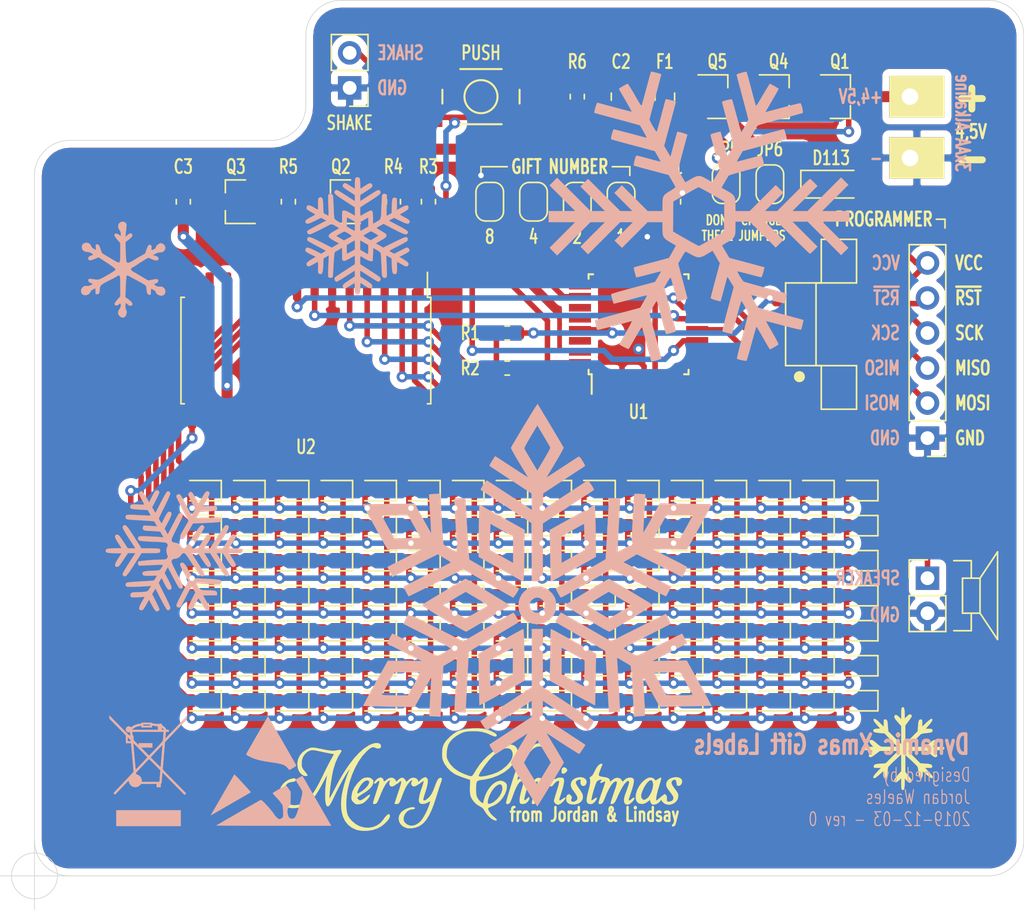
<source format=kicad_pcb>
(kicad_pcb (version 20171130) (host pcbnew "(5.1.4-7-g3f91db25d)-1")
  (layers (0 F.Cu signal) (31 B.Cu signal) (34 B.Paste user) (35 F.Paste user) (36 B.SilkS user) (37 F.SilkS user) (38 B.Mask user) (39 F.Mask user) (44 Edge.Cuts user))
  (net 0 "")
  (net 1 GND)
  (net 2 "Net-(C3-Pad1)")
  (net 3 /TM1640/SEG1)
  (net 4 /TM1640/GRID1)
  (net 5 /TM1640/SEG2)
  (net 6 /TM1640/SEG3)
  (net 7 /TM1640/SEG4)
  (net 8 /TM1640/SEG5)
  (net 9 /TM1640/SEG6)
  (net 10 /TM1640/SEG7)
  (net 11 /TM1640/GRID2)
  (net 12 /TM1640/GRID3)
  (net 13 /TM1640/GRID4)
  (net 14 /TM1640/GRID5)
  (net 15 /TM1640/GRID6)
  (net 16 /TM1640/GRID7)
  (net 17 /TM1640/GRID8)
  (net 18 /TM1640/GRID9)
  (net 19 /TM1640/GRID10)
  (net 20 /TM1640/GRID11)
  (net 21 /TM1640/GRID12)
  (net 22 /TM1640/GRID13)
  (net 23 /TM1640/GRID14)
  (net 24 /TM1640/GRID15)
  (net 25 /TM1640/GRID16)
  (net 26 /MISO)
  (net 27 /SCK)
  (net 28 /MOSI)
  (net 29 /~RST)
  (net 30 "Net-(Q2-Pad3)")
  (net 31 "Net-(Q2-Pad1)")
  (net 32 "Net-(D113-Pad1)")
  (net 33 /PROG_VCC)
  (net 34 /PowerInput/BATT+)
  (net 35 /GIFTNR_1)
  (net 36 /GIFTNR_2)
  (net 37 /GIFTNR_4)
  (net 38 /GIFTNR_8)
  (net 39 /SPEAKER)
  (net 40 "Net-(Q1-Pad2)")
  (net 41 "Net-(Q4-Pad3)")
  (net 42 /~SHAKE_INT)
  (net 43 /MATRIX_ENABLE)
  (net 44 /MATRIX_DATA)
  (net 45 /MATRIX_CLK)
  (net 46 "Net-(F1-Pad2)")
  (net 47 VCC)
  (module Symbol:ESD-Logo_8.9x8mm_SilkScreen (layer B.Cu) (at 137.16 119.38 180)
    (fp_text reference REF** hide)
    (fp_text value ESD-Logo_8.9x8mm_SilkScreen hide)
  )
  (module Capacitor_SMD:C_0603_1608Metric (layer F.Cu) (at 130.81 78.105 90)
    (fp_text reference C3 (at 2.54 0 180) (layer F.SilkS) (effects (font (size 1 0.7))))
    (fp_text value 100nF hide)
    (pad 1 smd roundrect (at -0.7875 0 90) (size 0.875 0.95) (layers F.Cu F.Paste F.Mask) (net 2 "Net-(C3-Pad1)"))
    (pad 2 smd roundrect (at 0.7875 0 90) (size 0.875 0.95) (layers F.Cu F.Paste F.Mask) (net 1 GND))
  )
  (module JordanXmas:flake-9-30mm (layer B.Cu) (at 156.21 107.315)
    (fp_text reference Ref** hide)
    (fp_text value Val** hide)
  )
  (module Symbol:WEEE-Logo_5.6x8mm_SilkScreen (layer B.Cu) (at 128.27 119.38 180)
    (fp_text reference REF** hide)
    (fp_text value WEEE-Logo_5.6x8mm_SilkScreen hide)
  )
  (module JordanXmas:flake-2-10mm (layer B.Cu) (at 130.175 103.505 90)
    (fp_text reference Ref** hide)
    (fp_text value Val** hide)
  )
  (module JordanXmas:flake-40-8mm (layer B.Cu) (at 126.365 83.185)
    (fp_text reference Ref** hide)
    (fp_text value Val** hide)
  )
  (module JordanXmas:flake-3-10mm (layer B.Cu) (at 143.51 80.645)
    (fp_text reference Ref** hide)
    (fp_text value Val** hide)
  )
  (module JordanXmas:flake-11-22mm (layer B.Cu) (at 168.275 79.375 90)
    (fp_text reference Ref** hide)
    (fp_text value Val** hide)
  )
  (module JordanXmas:flake-48-7mm (layer F.Cu) (at 182.88 117.475)
    (fp_text reference Ref** hide)
    (fp_text value Val** hide)
  )
  (module Package_QFP:TQFP-32_7x7mm_P0.8mm (layer F.Cu) (at 163.83 86.995 90)
    (fp_text reference U1 (at -6.35 0 180) (layer F.SilkS) (effects (font (size 1 0.7))))
    (fp_text value ATmega328P-AU hide)
    (pad 1 smd rect (at -4.25 -2.8 90) (size 1.6 0.55) (layers F.Cu F.Paste F.Mask))
    (pad 2 smd rect (at -4.25 -2 90) (size 1.6 0.55) (layers F.Cu F.Paste F.Mask))
    (pad 3 smd rect (at -4.25 -1.2 90) (size 1.6 0.55) (layers F.Cu F.Paste F.Mask) (net 1 GND))
    (pad 4 smd rect (at -4.25 -0.4 90) (size 1.6 0.55) (layers F.Cu F.Paste F.Mask) (net 47 VCC))
    (pad 5 smd rect (at -4.25 0.4 90) (size 1.6 0.55) (layers F.Cu F.Paste F.Mask) (net 1 GND))
    (pad 6 smd rect (at -4.25 1.2 90) (size 1.6 0.55) (layers F.Cu F.Paste F.Mask) (net 47 VCC))
    (pad 7 smd rect (at -4.25 2 90) (size 1.6 0.55) (layers F.Cu F.Paste F.Mask))
    (pad 8 smd rect (at -4.25 2.8 90) (size 1.6 0.55) (layers F.Cu F.Paste F.Mask))
    (pad 9 smd rect (at -2.8 4.25 180) (size 1.6 0.55) (layers F.Cu F.Paste F.Mask))
    (pad 10 smd rect (at -2 4.25 180) (size 1.6 0.55) (layers F.Cu F.Paste F.Mask))
    (pad 11 smd rect (at -1.2 4.25 180) (size 1.6 0.55) (layers F.Cu F.Paste F.Mask) (net 43 /MATRIX_ENABLE))
    (pad 12 smd rect (at -0.4 4.25 180) (size 1.6 0.55) (layers F.Cu F.Paste F.Mask) (net 39 /SPEAKER))
    (pad 13 smd rect (at 0.4 4.25 180) (size 1.6 0.55) (layers F.Cu F.Paste F.Mask) (net 44 /MATRIX_DATA))
    (pad 14 smd rect (at 1.2 4.25 180) (size 1.6 0.55) (layers F.Cu F.Paste F.Mask) (net 45 /MATRIX_CLK))
    (pad 15 smd rect (at 2 4.25 180) (size 1.6 0.55) (layers F.Cu F.Paste F.Mask) (net 28 /MOSI))
    (pad 16 smd rect (at 2.8 4.25 180) (size 1.6 0.55) (layers F.Cu F.Paste F.Mask) (net 26 /MISO))
    (pad 17 smd rect (at 4.25 2.8 90) (size 1.6 0.55) (layers F.Cu F.Paste F.Mask) (net 27 /SCK))
    (pad 18 smd rect (at 4.25 2 90) (size 1.6 0.55) (layers F.Cu F.Paste F.Mask) (net 47 VCC))
    (pad 19 smd rect (at 4.25 1.2 90) (size 1.6 0.55) (layers F.Cu F.Paste F.Mask))
    (pad 20 smd rect (at 4.25 0.4 90) (size 1.6 0.55) (layers F.Cu F.Paste F.Mask))
    (pad 21 smd rect (at 4.25 -0.4 90) (size 1.6 0.55) (layers F.Cu F.Paste F.Mask) (net 1 GND))
    (pad 22 smd rect (at 4.25 -1.2 90) (size 1.6 0.55) (layers F.Cu F.Paste F.Mask))
    (pad 23 smd rect (at 4.25 -2 90) (size 1.6 0.55) (layers F.Cu F.Paste F.Mask) (net 35 /GIFTNR_1))
    (pad 24 smd rect (at 4.25 -2.8 90) (size 1.6 0.55) (layers F.Cu F.Paste F.Mask) (net 36 /GIFTNR_2))
    (pad 25 smd rect (at 2.8 -4.25 180) (size 1.6 0.55) (layers F.Cu F.Paste F.Mask) (net 37 /GIFTNR_4))
    (pad 26 smd rect (at 2 -4.25 180) (size 1.6 0.55) (layers F.Cu F.Paste F.Mask) (net 38 /GIFTNR_8))
    (pad 27 smd rect (at 1.2 -4.25 180) (size 1.6 0.55) (layers F.Cu F.Paste F.Mask))
    (pad 28 smd rect (at 0.4 -4.25 180) (size 1.6 0.55) (layers F.Cu F.Paste F.Mask))
    (pad 29 smd rect (at -0.4 -4.25 180) (size 1.6 0.55) (layers F.Cu F.Paste F.Mask) (net 29 /~RST))
    (pad 30 smd rect (at -1.2 -4.25 180) (size 1.6 0.55) (layers F.Cu F.Paste F.Mask))
    (pad 31 smd rect (at -2 -4.25 180) (size 1.6 0.55) (layers F.Cu F.Paste F.Mask))
    (pad 32 smd rect (at -2.8 -4.25 180) (size 1.6 0.55) (layers F.Cu F.Paste F.Mask) (net 42 /~SHAKE_INT))
  )
  (module JordanXmas:merry-xmas (layer F.Cu) (at 153.035 120.015)
    (fp_text reference Ref** hide)
    (fp_text value Val** hide)
  )
  (module Capacitor_SMD:C_0603_1608Metric (layer F.Cu) (at 166.37 78.105 90)
    (fp_text reference C1 (at 2.54 0 180) (layer F.SilkS) (effects (font (size 1 0.7))))
    (fp_text value 100nF hide)
    (pad 1 smd roundrect (at -0.7875 0 90) (size 0.875 0.95) (layers F.Cu F.Paste F.Mask) (net 47 VCC))
    (pad 2 smd roundrect (at 0.7875 0 90) (size 0.875 0.95) (layers F.Cu F.Paste F.Mask) (net 1 GND))
  )
  (module LED_SMD:LED_0603_1608Metric (layer F.Cu) (at 132.08 99.06 180)
    (fp_text reference D1 hide)
    (fp_text value WHITE hide)
    (pad 2 smd roundrect (at 0.7875 0 180) (size 0.875 0.95) (layers F.Cu F.Paste F.Mask) (net 3 /TM1640/SEG1))
    (pad 1 smd roundrect (at -0.7875 0 180) (size 0.875 0.95) (layers F.Cu F.Paste F.Mask) (net 4 /TM1640/GRID1))
  )
  (module LED_SMD:LED_0603_1608Metric (layer F.Cu) (at 132.08 101.6 180)
    (fp_text reference D2 hide)
    (fp_text value WHITE hide)
    (pad 2 smd roundrect (at 0.7875 0 180) (size 0.875 0.95) (layers F.Cu F.Paste F.Mask) (net 5 /TM1640/SEG2))
    (pad 1 smd roundrect (at -0.7875 0 180) (size 0.875 0.95) (layers F.Cu F.Paste F.Mask) (net 4 /TM1640/GRID1))
  )
  (module LED_SMD:LED_0603_1608Metric (layer F.Cu) (at 132.08 104.14 180)
    (fp_text reference D3 hide)
    (fp_text value WHITE hide)
    (pad 1 smd roundrect (at -0.7875 0 180) (size 0.875 0.95) (layers F.Cu F.Paste F.Mask) (net 4 /TM1640/GRID1))
    (pad 2 smd roundrect (at 0.7875 0 180) (size 0.875 0.95) (layers F.Cu F.Paste F.Mask) (net 6 /TM1640/SEG3))
  )
  (module LED_SMD:LED_0603_1608Metric (layer F.Cu) (at 132.08 106.68 180)
    (fp_text reference D4 hide)
    (fp_text value WHITE hide)
    (pad 2 smd roundrect (at 0.7875 0 180) (size 0.875 0.95) (layers F.Cu F.Paste F.Mask) (net 7 /TM1640/SEG4))
    (pad 1 smd roundrect (at -0.7875 0 180) (size 0.875 0.95) (layers F.Cu F.Paste F.Mask) (net 4 /TM1640/GRID1))
  )
  (module LED_SMD:LED_0603_1608Metric (layer F.Cu) (at 132.08 109.22 180)
    (fp_text reference D5 hide)
    (fp_text value WHITE hide)
    (pad 1 smd roundrect (at -0.7875 0 180) (size 0.875 0.95) (layers F.Cu F.Paste F.Mask) (net 4 /TM1640/GRID1))
    (pad 2 smd roundrect (at 0.7875 0 180) (size 0.875 0.95) (layers F.Cu F.Paste F.Mask) (net 8 /TM1640/SEG5))
  )
  (module LED_SMD:LED_0603_1608Metric (layer F.Cu) (at 132.08 111.76 180)
    (fp_text reference D6 hide)
    (fp_text value WHITE hide)
    (pad 2 smd roundrect (at 0.7875 0 180) (size 0.875 0.95) (layers F.Cu F.Paste F.Mask) (net 9 /TM1640/SEG6))
    (pad 1 smd roundrect (at -0.7875 0 180) (size 0.875 0.95) (layers F.Cu F.Paste F.Mask) (net 4 /TM1640/GRID1))
  )
  (module LED_SMD:LED_0603_1608Metric (layer F.Cu) (at 132.08 114.3 180)
    (fp_text reference D7 hide)
    (fp_text value WHITE hide)
    (pad 1 smd roundrect (at -0.7875 0 180) (size 0.875 0.95) (layers F.Cu F.Paste F.Mask) (net 4 /TM1640/GRID1))
    (pad 2 smd roundrect (at 0.7875 0 180) (size 0.875 0.95) (layers F.Cu F.Paste F.Mask) (net 10 /TM1640/SEG7))
  )
  (module LED_SMD:LED_0603_1608Metric (layer F.Cu) (at 135.255 99.06 180)
    (fp_text reference D8 hide)
    (fp_text value WHITE hide)
    (pad 2 smd roundrect (at 0.7875 0 180) (size 0.875 0.95) (layers F.Cu F.Paste F.Mask) (net 3 /TM1640/SEG1))
    (pad 1 smd roundrect (at -0.7875 0 180) (size 0.875 0.95) (layers F.Cu F.Paste F.Mask) (net 11 /TM1640/GRID2))
  )
  (module LED_SMD:LED_0603_1608Metric (layer F.Cu) (at 135.255 101.6 180)
    (fp_text reference D9 hide)
    (fp_text value WHITE hide)
    (pad 1 smd roundrect (at -0.7875 0 180) (size 0.875 0.95) (layers F.Cu F.Paste F.Mask) (net 11 /TM1640/GRID2))
    (pad 2 smd roundrect (at 0.7875 0 180) (size 0.875 0.95) (layers F.Cu F.Paste F.Mask) (net 5 /TM1640/SEG2))
  )
  (module LED_SMD:LED_0603_1608Metric (layer F.Cu) (at 135.255 104.14 180)
    (fp_text reference D10 hide)
    (fp_text value WHITE hide)
    (pad 2 smd roundrect (at 0.7875 0 180) (size 0.875 0.95) (layers F.Cu F.Paste F.Mask) (net 6 /TM1640/SEG3))
    (pad 1 smd roundrect (at -0.7875 0 180) (size 0.875 0.95) (layers F.Cu F.Paste F.Mask) (net 11 /TM1640/GRID2))
  )
  (module LED_SMD:LED_0603_1608Metric (layer F.Cu) (at 135.255 106.68 180)
    (fp_text reference D11 hide)
    (fp_text value WHITE hide)
    (pad 1 smd roundrect (at -0.7875 0 180) (size 0.875 0.95) (layers F.Cu F.Paste F.Mask) (net 11 /TM1640/GRID2))
    (pad 2 smd roundrect (at 0.7875 0 180) (size 0.875 0.95) (layers F.Cu F.Paste F.Mask) (net 7 /TM1640/SEG4))
  )
  (module LED_SMD:LED_0603_1608Metric (layer F.Cu) (at 135.255 109.22 180)
    (fp_text reference D12 hide)
    (fp_text value WHITE hide)
    (pad 2 smd roundrect (at 0.7875 0 180) (size 0.875 0.95) (layers F.Cu F.Paste F.Mask) (net 8 /TM1640/SEG5))
    (pad 1 smd roundrect (at -0.7875 0 180) (size 0.875 0.95) (layers F.Cu F.Paste F.Mask) (net 11 /TM1640/GRID2))
  )
  (module LED_SMD:LED_0603_1608Metric (layer F.Cu) (at 135.255 111.76 180)
    (fp_text reference D13 hide)
    (fp_text value WHITE hide)
    (pad 1 smd roundrect (at -0.7875 0 180) (size 0.875 0.95) (layers F.Cu F.Paste F.Mask) (net 11 /TM1640/GRID2))
    (pad 2 smd roundrect (at 0.7875 0 180) (size 0.875 0.95) (layers F.Cu F.Paste F.Mask) (net 9 /TM1640/SEG6))
  )
  (module LED_SMD:LED_0603_1608Metric (layer F.Cu) (at 135.255 114.3 180)
    (fp_text reference D14 hide)
    (fp_text value WHITE hide)
    (pad 2 smd roundrect (at 0.7875 0 180) (size 0.875 0.95) (layers F.Cu F.Paste F.Mask) (net 10 /TM1640/SEG7))
    (pad 1 smd roundrect (at -0.7875 0 180) (size 0.875 0.95) (layers F.Cu F.Paste F.Mask) (net 11 /TM1640/GRID2))
  )
  (module LED_SMD:LED_0603_1608Metric (layer F.Cu) (at 138.43 99.06 180)
    (fp_text reference D15 hide)
    (fp_text value WHITE hide)
    (pad 1 smd roundrect (at -0.7875 0 180) (size 0.875 0.95) (layers F.Cu F.Paste F.Mask) (net 12 /TM1640/GRID3))
    (pad 2 smd roundrect (at 0.7875 0 180) (size 0.875 0.95) (layers F.Cu F.Paste F.Mask) (net 3 /TM1640/SEG1))
  )
  (module LED_SMD:LED_0603_1608Metric (layer F.Cu) (at 138.43 101.6 180)
    (fp_text reference D16 hide)
    (fp_text value WHITE hide)
    (pad 2 smd roundrect (at 0.7875 0 180) (size 0.875 0.95) (layers F.Cu F.Paste F.Mask) (net 5 /TM1640/SEG2))
    (pad 1 smd roundrect (at -0.7875 0 180) (size 0.875 0.95) (layers F.Cu F.Paste F.Mask) (net 12 /TM1640/GRID3))
  )
  (module LED_SMD:LED_0603_1608Metric (layer F.Cu) (at 138.43 104.14 180)
    (fp_text reference D17 hide)
    (fp_text value WHITE hide)
    (pad 1 smd roundrect (at -0.7875 0 180) (size 0.875 0.95) (layers F.Cu F.Paste F.Mask) (net 12 /TM1640/GRID3))
    (pad 2 smd roundrect (at 0.7875 0 180) (size 0.875 0.95) (layers F.Cu F.Paste F.Mask) (net 6 /TM1640/SEG3))
  )
  (module LED_SMD:LED_0603_1608Metric (layer F.Cu) (at 138.43 106.68 180)
    (fp_text reference D18 hide)
    (fp_text value WHITE hide)
    (pad 2 smd roundrect (at 0.7875 0 180) (size 0.875 0.95) (layers F.Cu F.Paste F.Mask) (net 7 /TM1640/SEG4))
    (pad 1 smd roundrect (at -0.7875 0 180) (size 0.875 0.95) (layers F.Cu F.Paste F.Mask) (net 12 /TM1640/GRID3))
  )
  (module LED_SMD:LED_0603_1608Metric (layer F.Cu) (at 138.43 109.22 180)
    (fp_text reference D19 hide)
    (fp_text value WHITE hide)
    (pad 1 smd roundrect (at -0.7875 0 180) (size 0.875 0.95) (layers F.Cu F.Paste F.Mask) (net 12 /TM1640/GRID3))
    (pad 2 smd roundrect (at 0.7875 0 180) (size 0.875 0.95) (layers F.Cu F.Paste F.Mask) (net 8 /TM1640/SEG5))
  )
  (module LED_SMD:LED_0603_1608Metric (layer F.Cu) (at 138.43 111.76 180)
    (fp_text reference D20 hide)
    (fp_text value WHITE hide)
    (pad 2 smd roundrect (at 0.7875 0 180) (size 0.875 0.95) (layers F.Cu F.Paste F.Mask) (net 9 /TM1640/SEG6))
    (pad 1 smd roundrect (at -0.7875 0 180) (size 0.875 0.95) (layers F.Cu F.Paste F.Mask) (net 12 /TM1640/GRID3))
  )
  (module LED_SMD:LED_0603_1608Metric (layer F.Cu) (at 138.43 114.3 180)
    (fp_text reference D21 hide)
    (fp_text value WHITE hide)
    (pad 1 smd roundrect (at -0.7875 0 180) (size 0.875 0.95) (layers F.Cu F.Paste F.Mask) (net 12 /TM1640/GRID3))
    (pad 2 smd roundrect (at 0.7875 0 180) (size 0.875 0.95) (layers F.Cu F.Paste F.Mask) (net 10 /TM1640/SEG7))
  )
  (module LED_SMD:LED_0603_1608Metric (layer F.Cu) (at 141.605 99.06 180)
    (fp_text reference D22 hide)
    (fp_text value WHITE hide)
    (pad 2 smd roundrect (at 0.7875 0 180) (size 0.875 0.95) (layers F.Cu F.Paste F.Mask) (net 3 /TM1640/SEG1))
    (pad 1 smd roundrect (at -0.7875 0 180) (size 0.875 0.95) (layers F.Cu F.Paste F.Mask) (net 13 /TM1640/GRID4))
  )
  (module LED_SMD:LED_0603_1608Metric (layer F.Cu) (at 141.605 101.6 180)
    (fp_text reference D23 hide)
    (fp_text value WHITE hide)
    (pad 1 smd roundrect (at -0.7875 0 180) (size 0.875 0.95) (layers F.Cu F.Paste F.Mask) (net 13 /TM1640/GRID4))
    (pad 2 smd roundrect (at 0.7875 0 180) (size 0.875 0.95) (layers F.Cu F.Paste F.Mask) (net 5 /TM1640/SEG2))
  )
  (module LED_SMD:LED_0603_1608Metric (layer F.Cu) (at 141.605 104.14 180)
    (fp_text reference D24 hide)
    (fp_text value WHITE hide)
    (pad 2 smd roundrect (at 0.7875 0 180) (size 0.875 0.95) (layers F.Cu F.Paste F.Mask) (net 6 /TM1640/SEG3))
    (pad 1 smd roundrect (at -0.7875 0 180) (size 0.875 0.95) (layers F.Cu F.Paste F.Mask) (net 13 /TM1640/GRID4))
  )
  (module LED_SMD:LED_0603_1608Metric (layer F.Cu) (at 141.605 106.68 180)
    (fp_text reference D25 hide)
    (fp_text value WHITE hide)
    (pad 1 smd roundrect (at -0.7875 0 180) (size 0.875 0.95) (layers F.Cu F.Paste F.Mask) (net 13 /TM1640/GRID4))
    (pad 2 smd roundrect (at 0.7875 0 180) (size 0.875 0.95) (layers F.Cu F.Paste F.Mask) (net 7 /TM1640/SEG4))
  )
  (module LED_SMD:LED_0603_1608Metric (layer F.Cu) (at 141.605 109.22 180)
    (fp_text reference D26 hide)
    (fp_text value WHITE hide)
    (pad 2 smd roundrect (at 0.7875 0 180) (size 0.875 0.95) (layers F.Cu F.Paste F.Mask) (net 8 /TM1640/SEG5))
    (pad 1 smd roundrect (at -0.7875 0 180) (size 0.875 0.95) (layers F.Cu F.Paste F.Mask) (net 13 /TM1640/GRID4))
  )
  (module LED_SMD:LED_0603_1608Metric (layer F.Cu) (at 141.605 111.76 180)
    (fp_text reference D27 hide)
    (fp_text value WHITE hide)
    (pad 1 smd roundrect (at -0.7875 0 180) (size 0.875 0.95) (layers F.Cu F.Paste F.Mask) (net 13 /TM1640/GRID4))
    (pad 2 smd roundrect (at 0.7875 0 180) (size 0.875 0.95) (layers F.Cu F.Paste F.Mask) (net 9 /TM1640/SEG6))
  )
  (module LED_SMD:LED_0603_1608Metric (layer F.Cu) (at 141.605 114.3 180)
    (fp_text reference D28 hide)
    (fp_text value WHITE hide)
    (pad 2 smd roundrect (at 0.7875 0 180) (size 0.875 0.95) (layers F.Cu F.Paste F.Mask) (net 10 /TM1640/SEG7))
    (pad 1 smd roundrect (at -0.7875 0 180) (size 0.875 0.95) (layers F.Cu F.Paste F.Mask) (net 13 /TM1640/GRID4))
  )
  (module LED_SMD:LED_0603_1608Metric (layer F.Cu) (at 144.78 99.06 180)
    (fp_text reference D29 hide)
    (fp_text value WHITE hide)
    (pad 1 smd roundrect (at -0.7875 0 180) (size 0.875 0.95) (layers F.Cu F.Paste F.Mask) (net 14 /TM1640/GRID5))
    (pad 2 smd roundrect (at 0.7875 0 180) (size 0.875 0.95) (layers F.Cu F.Paste F.Mask) (net 3 /TM1640/SEG1))
  )
  (module LED_SMD:LED_0603_1608Metric (layer F.Cu) (at 144.78 101.6 180)
    (fp_text reference D30 hide)
    (fp_text value WHITE hide)
    (pad 2 smd roundrect (at 0.7875 0 180) (size 0.875 0.95) (layers F.Cu F.Paste F.Mask) (net 5 /TM1640/SEG2))
    (pad 1 smd roundrect (at -0.7875 0 180) (size 0.875 0.95) (layers F.Cu F.Paste F.Mask) (net 14 /TM1640/GRID5))
  )
  (module LED_SMD:LED_0603_1608Metric (layer F.Cu) (at 144.78 104.14 180)
    (fp_text reference D31 hide)
    (fp_text value WHITE hide)
    (pad 1 smd roundrect (at -0.7875 0 180) (size 0.875 0.95) (layers F.Cu F.Paste F.Mask) (net 14 /TM1640/GRID5))
    (pad 2 smd roundrect (at 0.7875 0 180) (size 0.875 0.95) (layers F.Cu F.Paste F.Mask) (net 6 /TM1640/SEG3))
  )
  (module LED_SMD:LED_0603_1608Metric (layer F.Cu) (at 144.78 106.68 180)
    (fp_text reference D32 hide)
    (fp_text value WHITE hide)
    (pad 1 smd roundrect (at -0.7875 0 180) (size 0.875 0.95) (layers F.Cu F.Paste F.Mask) (net 14 /TM1640/GRID5))
    (pad 2 smd roundrect (at 0.7875 0 180) (size 0.875 0.95) (layers F.Cu F.Paste F.Mask) (net 7 /TM1640/SEG4))
  )
  (module LED_SMD:LED_0603_1608Metric (layer F.Cu) (at 144.78 109.22 180)
    (fp_text reference D33 hide)
    (fp_text value WHITE hide)
    (pad 2 smd roundrect (at 0.7875 0 180) (size 0.875 0.95) (layers F.Cu F.Paste F.Mask) (net 8 /TM1640/SEG5))
    (pad 1 smd roundrect (at -0.7875 0 180) (size 0.875 0.95) (layers F.Cu F.Paste F.Mask) (net 14 /TM1640/GRID5))
  )
  (module LED_SMD:LED_0603_1608Metric (layer F.Cu) (at 144.78 111.76 180)
    (fp_text reference D34 hide)
    (fp_text value WHITE hide)
    (pad 1 smd roundrect (at -0.7875 0 180) (size 0.875 0.95) (layers F.Cu F.Paste F.Mask) (net 14 /TM1640/GRID5))
    (pad 2 smd roundrect (at 0.7875 0 180) (size 0.875 0.95) (layers F.Cu F.Paste F.Mask) (net 9 /TM1640/SEG6))
  )
  (module LED_SMD:LED_0603_1608Metric (layer F.Cu) (at 144.78 114.3 180)
    (fp_text reference D35 hide)
    (fp_text value WHITE hide)
    (pad 2 smd roundrect (at 0.7875 0 180) (size 0.875 0.95) (layers F.Cu F.Paste F.Mask) (net 10 /TM1640/SEG7))
    (pad 1 smd roundrect (at -0.7875 0 180) (size 0.875 0.95) (layers F.Cu F.Paste F.Mask) (net 14 /TM1640/GRID5))
  )
  (module LED_SMD:LED_0603_1608Metric (layer F.Cu) (at 147.955 99.06 180)
    (fp_text reference D36 hide)
    (fp_text value WHITE hide)
    (pad 1 smd roundrect (at -0.7875 0 180) (size 0.875 0.95) (layers F.Cu F.Paste F.Mask) (net 15 /TM1640/GRID6))
    (pad 2 smd roundrect (at 0.7875 0 180) (size 0.875 0.95) (layers F.Cu F.Paste F.Mask) (net 3 /TM1640/SEG1))
  )
  (module LED_SMD:LED_0603_1608Metric (layer F.Cu) (at 147.955 101.6 180)
    (fp_text reference D37 hide)
    (fp_text value WHITE hide)
    (pad 2 smd roundrect (at 0.7875 0 180) (size 0.875 0.95) (layers F.Cu F.Paste F.Mask) (net 5 /TM1640/SEG2))
    (pad 1 smd roundrect (at -0.7875 0 180) (size 0.875 0.95) (layers F.Cu F.Paste F.Mask) (net 15 /TM1640/GRID6))
  )
  (module LED_SMD:LED_0603_1608Metric (layer F.Cu) (at 147.955 104.14 180)
    (fp_text reference D38 hide)
    (fp_text value WHITE hide)
    (pad 1 smd roundrect (at -0.7875 0 180) (size 0.875 0.95) (layers F.Cu F.Paste F.Mask) (net 15 /TM1640/GRID6))
    (pad 2 smd roundrect (at 0.7875 0 180) (size 0.875 0.95) (layers F.Cu F.Paste F.Mask) (net 6 /TM1640/SEG3))
  )
  (module LED_SMD:LED_0603_1608Metric (layer F.Cu) (at 147.955 106.68 180)
    (fp_text reference D39 hide)
    (fp_text value WHITE hide)
    (pad 2 smd roundrect (at 0.7875 0 180) (size 0.875 0.95) (layers F.Cu F.Paste F.Mask) (net 7 /TM1640/SEG4))
    (pad 1 smd roundrect (at -0.7875 0 180) (size 0.875 0.95) (layers F.Cu F.Paste F.Mask) (net 15 /TM1640/GRID6))
  )
  (module LED_SMD:LED_0603_1608Metric (layer F.Cu) (at 147.955 109.22 180)
    (fp_text reference D40 hide)
    (fp_text value WHITE hide)
    (pad 1 smd roundrect (at -0.7875 0 180) (size 0.875 0.95) (layers F.Cu F.Paste F.Mask) (net 15 /TM1640/GRID6))
    (pad 2 smd roundrect (at 0.7875 0 180) (size 0.875 0.95) (layers F.Cu F.Paste F.Mask) (net 8 /TM1640/SEG5))
  )
  (module LED_SMD:LED_0603_1608Metric (layer F.Cu) (at 147.955 111.76 180)
    (fp_text reference D41 hide)
    (fp_text value WHITE hide)
    (pad 1 smd roundrect (at -0.7875 0 180) (size 0.875 0.95) (layers F.Cu F.Paste F.Mask) (net 15 /TM1640/GRID6))
    (pad 2 smd roundrect (at 0.7875 0 180) (size 0.875 0.95) (layers F.Cu F.Paste F.Mask) (net 9 /TM1640/SEG6))
  )
  (module LED_SMD:LED_0603_1608Metric (layer F.Cu) (at 147.955 114.3 180)
    (fp_text reference D42 hide)
    (fp_text value WHITE hide)
    (pad 1 smd roundrect (at -0.7875 0 180) (size 0.875 0.95) (layers F.Cu F.Paste F.Mask) (net 15 /TM1640/GRID6))
    (pad 2 smd roundrect (at 0.7875 0 180) (size 0.875 0.95) (layers F.Cu F.Paste F.Mask) (net 10 /TM1640/SEG7))
  )
  (module LED_SMD:LED_0603_1608Metric (layer F.Cu) (at 151.13 99.06 180)
    (fp_text reference D43 hide)
    (fp_text value WHITE hide)
    (pad 2 smd roundrect (at 0.7875 0 180) (size 0.875 0.95) (layers F.Cu F.Paste F.Mask) (net 3 /TM1640/SEG1))
    (pad 1 smd roundrect (at -0.7875 0 180) (size 0.875 0.95) (layers F.Cu F.Paste F.Mask) (net 16 /TM1640/GRID7))
  )
  (module LED_SMD:LED_0603_1608Metric (layer F.Cu) (at 151.13 101.6 180)
    (fp_text reference D44 hide)
    (fp_text value WHITE hide)
    (pad 1 smd roundrect (at -0.7875 0 180) (size 0.875 0.95) (layers F.Cu F.Paste F.Mask) (net 16 /TM1640/GRID7))
    (pad 2 smd roundrect (at 0.7875 0 180) (size 0.875 0.95) (layers F.Cu F.Paste F.Mask) (net 5 /TM1640/SEG2))
  )
  (module LED_SMD:LED_0603_1608Metric (layer F.Cu) (at 151.13 104.14 180)
    (fp_text reference D45 hide)
    (fp_text value WHITE hide)
    (pad 2 smd roundrect (at 0.7875 0 180) (size 0.875 0.95) (layers F.Cu F.Paste F.Mask) (net 6 /TM1640/SEG3))
    (pad 1 smd roundrect (at -0.7875 0 180) (size 0.875 0.95) (layers F.Cu F.Paste F.Mask) (net 16 /TM1640/GRID7))
  )
  (module LED_SMD:LED_0603_1608Metric (layer F.Cu) (at 151.13 106.68 180)
    (fp_text reference D46 hide)
    (fp_text value WHITE hide)
    (pad 1 smd roundrect (at -0.7875 0 180) (size 0.875 0.95) (layers F.Cu F.Paste F.Mask) (net 16 /TM1640/GRID7))
    (pad 2 smd roundrect (at 0.7875 0 180) (size 0.875 0.95) (layers F.Cu F.Paste F.Mask) (net 7 /TM1640/SEG4))
  )
  (module LED_SMD:LED_0603_1608Metric (layer F.Cu) (at 151.13 109.22 180)
    (fp_text reference D47 hide)
    (fp_text value WHITE hide)
    (pad 2 smd roundrect (at 0.7875 0 180) (size 0.875 0.95) (layers F.Cu F.Paste F.Mask) (net 8 /TM1640/SEG5))
    (pad 1 smd roundrect (at -0.7875 0 180) (size 0.875 0.95) (layers F.Cu F.Paste F.Mask) (net 16 /TM1640/GRID7))
  )
  (module LED_SMD:LED_0603_1608Metric (layer F.Cu) (at 151.13 111.76 180)
    (fp_text reference D48 hide)
    (fp_text value WHITE hide)
    (pad 1 smd roundrect (at -0.7875 0 180) (size 0.875 0.95) (layers F.Cu F.Paste F.Mask) (net 16 /TM1640/GRID7))
    (pad 2 smd roundrect (at 0.7875 0 180) (size 0.875 0.95) (layers F.Cu F.Paste F.Mask) (net 9 /TM1640/SEG6))
  )
  (module LED_SMD:LED_0603_1608Metric (layer F.Cu) (at 151.13 114.3 180)
    (fp_text reference D49 hide)
    (fp_text value WHITE hide)
    (pad 2 smd roundrect (at 0.7875 0 180) (size 0.875 0.95) (layers F.Cu F.Paste F.Mask) (net 10 /TM1640/SEG7))
    (pad 1 smd roundrect (at -0.7875 0 180) (size 0.875 0.95) (layers F.Cu F.Paste F.Mask) (net 16 /TM1640/GRID7))
  )
  (module LED_SMD:LED_0603_1608Metric (layer F.Cu) (at 154.305 99.06 180)
    (fp_text reference D50 hide)
    (fp_text value WHITE hide)
    (pad 1 smd roundrect (at -0.7875 0 180) (size 0.875 0.95) (layers F.Cu F.Paste F.Mask) (net 17 /TM1640/GRID8))
    (pad 2 smd roundrect (at 0.7875 0 180) (size 0.875 0.95) (layers F.Cu F.Paste F.Mask) (net 3 /TM1640/SEG1))
  )
  (module LED_SMD:LED_0603_1608Metric (layer F.Cu) (at 154.305 101.6 180)
    (fp_text reference D51 hide)
    (fp_text value WHITE hide)
    (pad 2 smd roundrect (at 0.7875 0 180) (size 0.875 0.95) (layers F.Cu F.Paste F.Mask) (net 5 /TM1640/SEG2))
    (pad 1 smd roundrect (at -0.7875 0 180) (size 0.875 0.95) (layers F.Cu F.Paste F.Mask) (net 17 /TM1640/GRID8))
  )
  (module LED_SMD:LED_0603_1608Metric (layer F.Cu) (at 154.305 104.14 180)
    (fp_text reference D52 hide)
    (fp_text value WHITE hide)
    (pad 1 smd roundrect (at -0.7875 0 180) (size 0.875 0.95) (layers F.Cu F.Paste F.Mask) (net 17 /TM1640/GRID8))
    (pad 2 smd roundrect (at 0.7875 0 180) (size 0.875 0.95) (layers F.Cu F.Paste F.Mask) (net 6 /TM1640/SEG3))
  )
  (module LED_SMD:LED_0603_1608Metric (layer F.Cu) (at 154.305 106.68 180)
    (fp_text reference D53 hide)
    (fp_text value WHITE hide)
    (pad 2 smd roundrect (at 0.7875 0 180) (size 0.875 0.95) (layers F.Cu F.Paste F.Mask) (net 7 /TM1640/SEG4))
    (pad 1 smd roundrect (at -0.7875 0 180) (size 0.875 0.95) (layers F.Cu F.Paste F.Mask) (net 17 /TM1640/GRID8))
  )
  (module LED_SMD:LED_0603_1608Metric (layer F.Cu) (at 154.305 109.22 180)
    (fp_text reference D54 hide)
    (fp_text value WHITE hide)
    (pad 1 smd roundrect (at -0.7875 0 180) (size 0.875 0.95) (layers F.Cu F.Paste F.Mask) (net 17 /TM1640/GRID8))
    (pad 2 smd roundrect (at 0.7875 0 180) (size 0.875 0.95) (layers F.Cu F.Paste F.Mask) (net 8 /TM1640/SEG5))
  )
  (module LED_SMD:LED_0603_1608Metric (layer F.Cu) (at 154.305 111.76 180)
    (fp_text reference D55 hide)
    (fp_text value WHITE hide)
    (pad 2 smd roundrect (at 0.7875 0 180) (size 0.875 0.95) (layers F.Cu F.Paste F.Mask) (net 9 /TM1640/SEG6))
    (pad 1 smd roundrect (at -0.7875 0 180) (size 0.875 0.95) (layers F.Cu F.Paste F.Mask) (net 17 /TM1640/GRID8))
  )
  (module LED_SMD:LED_0603_1608Metric (layer F.Cu) (at 154.305 114.3 180)
    (fp_text reference D56 hide)
    (fp_text value WHITE hide)
    (pad 1 smd roundrect (at -0.7875 0 180) (size 0.875 0.95) (layers F.Cu F.Paste F.Mask) (net 17 /TM1640/GRID8))
    (pad 2 smd roundrect (at 0.7875 0 180) (size 0.875 0.95) (layers F.Cu F.Paste F.Mask) (net 10 /TM1640/SEG7))
  )
  (module LED_SMD:LED_0603_1608Metric (layer F.Cu) (at 157.48 99.06 180)
    (fp_text reference D57 hide)
    (fp_text value WHITE hide)
    (pad 2 smd roundrect (at 0.7875 0 180) (size 0.875 0.95) (layers F.Cu F.Paste F.Mask) (net 3 /TM1640/SEG1))
    (pad 1 smd roundrect (at -0.7875 0 180) (size 0.875 0.95) (layers F.Cu F.Paste F.Mask) (net 18 /TM1640/GRID9))
  )
  (module LED_SMD:LED_0603_1608Metric (layer F.Cu) (at 157.48 101.6 180)
    (fp_text reference D58 hide)
    (fp_text value WHITE hide)
    (pad 2 smd roundrect (at 0.7875 0 180) (size 0.875 0.95) (layers F.Cu F.Paste F.Mask) (net 5 /TM1640/SEG2))
    (pad 1 smd roundrect (at -0.7875 0 180) (size 0.875 0.95) (layers F.Cu F.Paste F.Mask) (net 18 /TM1640/GRID9))
  )
  (module LED_SMD:LED_0603_1608Metric (layer F.Cu) (at 157.48 104.14 180)
    (fp_text reference D59 hide)
    (fp_text value WHITE hide)
    (pad 2 smd roundrect (at 0.7875 0 180) (size 0.875 0.95) (layers F.Cu F.Paste F.Mask) (net 6 /TM1640/SEG3))
    (pad 1 smd roundrect (at -0.7875 0 180) (size 0.875 0.95) (layers F.Cu F.Paste F.Mask) (net 18 /TM1640/GRID9))
  )
  (module LED_SMD:LED_0603_1608Metric (layer F.Cu) (at 157.48 106.68 180)
    (fp_text reference D60 hide)
    (fp_text value WHITE hide)
    (pad 1 smd roundrect (at -0.7875 0 180) (size 0.875 0.95) (layers F.Cu F.Paste F.Mask) (net 18 /TM1640/GRID9))
    (pad 2 smd roundrect (at 0.7875 0 180) (size 0.875 0.95) (layers F.Cu F.Paste F.Mask) (net 7 /TM1640/SEG4))
  )
  (module LED_SMD:LED_0603_1608Metric (layer F.Cu) (at 157.48 109.22 180)
    (fp_text reference D61 hide)
    (fp_text value WHITE hide)
    (pad 2 smd roundrect (at 0.7875 0 180) (size 0.875 0.95) (layers F.Cu F.Paste F.Mask) (net 8 /TM1640/SEG5))
    (pad 1 smd roundrect (at -0.7875 0 180) (size 0.875 0.95) (layers F.Cu F.Paste F.Mask) (net 18 /TM1640/GRID9))
  )
  (module LED_SMD:LED_0603_1608Metric (layer F.Cu) (at 157.48 111.76 180)
    (fp_text reference D62 hide)
    (fp_text value WHITE hide)
    (pad 1 smd roundrect (at -0.7875 0 180) (size 0.875 0.95) (layers F.Cu F.Paste F.Mask) (net 18 /TM1640/GRID9))
    (pad 2 smd roundrect (at 0.7875 0 180) (size 0.875 0.95) (layers F.Cu F.Paste F.Mask) (net 9 /TM1640/SEG6))
  )
  (module LED_SMD:LED_0603_1608Metric (layer F.Cu) (at 157.48 114.3 180)
    (fp_text reference D63 hide)
    (fp_text value WHITE hide)
    (pad 1 smd roundrect (at -0.7875 0 180) (size 0.875 0.95) (layers F.Cu F.Paste F.Mask) (net 18 /TM1640/GRID9))
    (pad 2 smd roundrect (at 0.7875 0 180) (size 0.875 0.95) (layers F.Cu F.Paste F.Mask) (net 10 /TM1640/SEG7))
  )
  (module LED_SMD:LED_0603_1608Metric (layer F.Cu) (at 160.655 99.06 180)
    (fp_text reference D64 hide)
    (fp_text value WHITE hide)
    (pad 2 smd roundrect (at 0.7875 0 180) (size 0.875 0.95) (layers F.Cu F.Paste F.Mask) (net 3 /TM1640/SEG1))
    (pad 1 smd roundrect (at -0.7875 0 180) (size 0.875 0.95) (layers F.Cu F.Paste F.Mask) (net 19 /TM1640/GRID10))
  )
  (module LED_SMD:LED_0603_1608Metric (layer F.Cu) (at 160.655 101.6 180)
    (fp_text reference D65 hide)
    (fp_text value WHITE hide)
    (pad 1 smd roundrect (at -0.7875 0 180) (size 0.875 0.95) (layers F.Cu F.Paste F.Mask) (net 19 /TM1640/GRID10))
    (pad 2 smd roundrect (at 0.7875 0 180) (size 0.875 0.95) (layers F.Cu F.Paste F.Mask) (net 5 /TM1640/SEG2))
  )
  (module LED_SMD:LED_0603_1608Metric (layer F.Cu) (at 160.655 104.14 180)
    (fp_text reference D66 hide)
    (fp_text value WHITE hide)
    (pad 1 smd roundrect (at -0.7875 0 180) (size 0.875 0.95) (layers F.Cu F.Paste F.Mask) (net 19 /TM1640/GRID10))
    (pad 2 smd roundrect (at 0.7875 0 180) (size 0.875 0.95) (layers F.Cu F.Paste F.Mask) (net 6 /TM1640/SEG3))
  )
  (module LED_SMD:LED_0603_1608Metric (layer F.Cu) (at 160.655 106.68 180)
    (fp_text reference D67 hide)
    (fp_text value WHITE hide)
    (pad 2 smd roundrect (at 0.7875 0 180) (size 0.875 0.95) (layers F.Cu F.Paste F.Mask) (net 7 /TM1640/SEG4))
    (pad 1 smd roundrect (at -0.7875 0 180) (size 0.875 0.95) (layers F.Cu F.Paste F.Mask) (net 19 /TM1640/GRID10))
  )
  (module LED_SMD:LED_0603_1608Metric (layer F.Cu) (at 160.655 109.22 180)
    (fp_text reference D68 hide)
    (fp_text value WHITE hide)
    (pad 1 smd roundrect (at -0.7875 0 180) (size 0.875 0.95) (layers F.Cu F.Paste F.Mask) (net 19 /TM1640/GRID10))
    (pad 2 smd roundrect (at 0.7875 0 180) (size 0.875 0.95) (layers F.Cu F.Paste F.Mask) (net 8 /TM1640/SEG5))
  )
  (module LED_SMD:LED_0603_1608Metric (layer F.Cu) (at 160.655 111.76 180)
    (fp_text reference D69 hide)
    (fp_text value WHITE hide)
    (pad 2 smd roundrect (at 0.7875 0 180) (size 0.875 0.95) (layers F.Cu F.Paste F.Mask) (net 9 /TM1640/SEG6))
    (pad 1 smd roundrect (at -0.7875 0 180) (size 0.875 0.95) (layers F.Cu F.Paste F.Mask) (net 19 /TM1640/GRID10))
  )
  (module LED_SMD:LED_0603_1608Metric (layer F.Cu) (at 160.655 114.3 180)
    (fp_text reference D70 hide)
    (fp_text value WHITE hide)
    (pad 1 smd roundrect (at -0.7875 0 180) (size 0.875 0.95) (layers F.Cu F.Paste F.Mask) (net 19 /TM1640/GRID10))
    (pad 2 smd roundrect (at 0.7875 0 180) (size 0.875 0.95) (layers F.Cu F.Paste F.Mask) (net 10 /TM1640/SEG7))
  )
  (module LED_SMD:LED_0603_1608Metric (layer F.Cu) (at 163.83 99.06 180)
    (fp_text reference D71 hide)
    (fp_text value WHITE hide)
    (pad 2 smd roundrect (at 0.7875 0 180) (size 0.875 0.95) (layers F.Cu F.Paste F.Mask) (net 3 /TM1640/SEG1))
    (pad 1 smd roundrect (at -0.7875 0 180) (size 0.875 0.95) (layers F.Cu F.Paste F.Mask) (net 20 /TM1640/GRID11))
  )
  (module LED_SMD:LED_0603_1608Metric (layer F.Cu) (at 163.83 101.6 180)
    (fp_text reference D72 hide)
    (fp_text value WHITE hide)
    (pad 1 smd roundrect (at -0.7875 0 180) (size 0.875 0.95) (layers F.Cu F.Paste F.Mask) (net 20 /TM1640/GRID11))
    (pad 2 smd roundrect (at 0.7875 0 180) (size 0.875 0.95) (layers F.Cu F.Paste F.Mask) (net 5 /TM1640/SEG2))
  )
  (module LED_SMD:LED_0603_1608Metric (layer F.Cu) (at 163.83 104.14 180)
    (fp_text reference D73 hide)
    (fp_text value WHITE hide)
    (pad 2 smd roundrect (at 0.7875 0 180) (size 0.875 0.95) (layers F.Cu F.Paste F.Mask) (net 6 /TM1640/SEG3))
    (pad 1 smd roundrect (at -0.7875 0 180) (size 0.875 0.95) (layers F.Cu F.Paste F.Mask) (net 20 /TM1640/GRID11))
  )
  (module LED_SMD:LED_0603_1608Metric (layer F.Cu) (at 163.83 106.68 180)
    (fp_text reference D74 hide)
    (fp_text value WHITE hide)
    (pad 1 smd roundrect (at -0.7875 0 180) (size 0.875 0.95) (layers F.Cu F.Paste F.Mask) (net 20 /TM1640/GRID11))
    (pad 2 smd roundrect (at 0.7875 0 180) (size 0.875 0.95) (layers F.Cu F.Paste F.Mask) (net 7 /TM1640/SEG4))
  )
  (module LED_SMD:LED_0603_1608Metric (layer F.Cu) (at 163.83 109.22 180)
    (fp_text reference D75 hide)
    (fp_text value WHITE hide)
    (pad 2 smd roundrect (at 0.7875 0 180) (size 0.875 0.95) (layers F.Cu F.Paste F.Mask) (net 8 /TM1640/SEG5))
    (pad 1 smd roundrect (at -0.7875 0 180) (size 0.875 0.95) (layers F.Cu F.Paste F.Mask) (net 20 /TM1640/GRID11))
  )
  (module LED_SMD:LED_0603_1608Metric (layer F.Cu) (at 163.83 111.76 180)
    (fp_text reference D76 hide)
    (fp_text value WHITE hide)
    (pad 2 smd roundrect (at 0.7875 0 180) (size 0.875 0.95) (layers F.Cu F.Paste F.Mask) (net 9 /TM1640/SEG6))
    (pad 1 smd roundrect (at -0.7875 0 180) (size 0.875 0.95) (layers F.Cu F.Paste F.Mask) (net 20 /TM1640/GRID11))
  )
  (module LED_SMD:LED_0603_1608Metric (layer F.Cu) (at 163.83 114.3 180)
    (fp_text reference D77 hide)
    (fp_text value WHITE hide)
    (pad 1 smd roundrect (at -0.7875 0 180) (size 0.875 0.95) (layers F.Cu F.Paste F.Mask) (net 20 /TM1640/GRID11))
    (pad 2 smd roundrect (at 0.7875 0 180) (size 0.875 0.95) (layers F.Cu F.Paste F.Mask) (net 10 /TM1640/SEG7))
  )
  (module LED_SMD:LED_0603_1608Metric (layer F.Cu) (at 167.005 99.06 180)
    (fp_text reference D78 hide)
    (fp_text value WHITE hide)
    (pad 2 smd roundrect (at 0.7875 0 180) (size 0.875 0.95) (layers F.Cu F.Paste F.Mask) (net 3 /TM1640/SEG1))
    (pad 1 smd roundrect (at -0.7875 0 180) (size 0.875 0.95) (layers F.Cu F.Paste F.Mask) (net 21 /TM1640/GRID12))
  )
  (module LED_SMD:LED_0603_1608Metric (layer F.Cu) (at 167.005 101.6 180)
    (fp_text reference D79 hide)
    (fp_text value WHITE hide)
    (pad 1 smd roundrect (at -0.7875 0 180) (size 0.875 0.95) (layers F.Cu F.Paste F.Mask) (net 21 /TM1640/GRID12))
    (pad 2 smd roundrect (at 0.7875 0 180) (size 0.875 0.95) (layers F.Cu F.Paste F.Mask) (net 5 /TM1640/SEG2))
  )
  (module LED_SMD:LED_0603_1608Metric (layer F.Cu) (at 167.005 104.14 180)
    (fp_text reference D80 hide)
    (fp_text value WHITE hide)
    (pad 2 smd roundrect (at 0.7875 0 180) (size 0.875 0.95) (layers F.Cu F.Paste F.Mask) (net 6 /TM1640/SEG3))
    (pad 1 smd roundrect (at -0.7875 0 180) (size 0.875 0.95) (layers F.Cu F.Paste F.Mask) (net 21 /TM1640/GRID12))
  )
  (module LED_SMD:LED_0603_1608Metric (layer F.Cu) (at 167.005 106.68 180)
    (fp_text reference D81 hide)
    (fp_text value WHITE hide)
    (pad 1 smd roundrect (at -0.7875 0 180) (size 0.875 0.95) (layers F.Cu F.Paste F.Mask) (net 21 /TM1640/GRID12))
    (pad 2 smd roundrect (at 0.7875 0 180) (size 0.875 0.95) (layers F.Cu F.Paste F.Mask) (net 7 /TM1640/SEG4))
  )
  (module LED_SMD:LED_0603_1608Metric (layer F.Cu) (at 167.005 109.22 180)
    (fp_text reference D82 hide)
    (fp_text value WHITE hide)
    (pad 2 smd roundrect (at 0.7875 0 180) (size 0.875 0.95) (layers F.Cu F.Paste F.Mask) (net 8 /TM1640/SEG5))
    (pad 1 smd roundrect (at -0.7875 0 180) (size 0.875 0.95) (layers F.Cu F.Paste F.Mask) (net 21 /TM1640/GRID12))
  )
  (module LED_SMD:LED_0603_1608Metric (layer F.Cu) (at 167.005 111.76 180)
    (fp_text reference D83 hide)
    (fp_text value WHITE hide)
    (pad 1 smd roundrect (at -0.7875 0 180) (size 0.875 0.95) (layers F.Cu F.Paste F.Mask) (net 21 /TM1640/GRID12))
    (pad 2 smd roundrect (at 0.7875 0 180) (size 0.875 0.95) (layers F.Cu F.Paste F.Mask) (net 9 /TM1640/SEG6))
  )
  (module LED_SMD:LED_0603_1608Metric (layer F.Cu) (at 167.005 114.3 180)
    (fp_text reference D84 hide)
    (fp_text value WHITE hide)
    (pad 2 smd roundrect (at 0.7875 0 180) (size 0.875 0.95) (layers F.Cu F.Paste F.Mask) (net 10 /TM1640/SEG7))
    (pad 1 smd roundrect (at -0.7875 0 180) (size 0.875 0.95) (layers F.Cu F.Paste F.Mask) (net 21 /TM1640/GRID12))
  )
  (module LED_SMD:LED_0603_1608Metric (layer F.Cu) (at 170.18 99.06 180)
    (fp_text reference D85 hide)
    (fp_text value WHITE hide)
    (pad 1 smd roundrect (at -0.7875 0 180) (size 0.875 0.95) (layers F.Cu F.Paste F.Mask) (net 22 /TM1640/GRID13))
    (pad 2 smd roundrect (at 0.7875 0 180) (size 0.875 0.95) (layers F.Cu F.Paste F.Mask) (net 3 /TM1640/SEG1))
  )
  (module LED_SMD:LED_0603_1608Metric (layer F.Cu) (at 170.18 101.6 180)
    (fp_text reference D86 hide)
    (fp_text value WHITE hide)
    (pad 2 smd roundrect (at 0.7875 0 180) (size 0.875 0.95) (layers F.Cu F.Paste F.Mask) (net 5 /TM1640/SEG2))
    (pad 1 smd roundrect (at -0.7875 0 180) (size 0.875 0.95) (layers F.Cu F.Paste F.Mask) (net 22 /TM1640/GRID13))
  )
  (module LED_SMD:LED_0603_1608Metric (layer F.Cu) (at 170.18 104.14 180)
    (fp_text reference D87 hide)
    (fp_text value WHITE hide)
    (pad 1 smd roundrect (at -0.7875 0 180) (size 0.875 0.95) (layers F.Cu F.Paste F.Mask) (net 22 /TM1640/GRID13))
    (pad 2 smd roundrect (at 0.7875 0 180) (size 0.875 0.95) (layers F.Cu F.Paste F.Mask) (net 6 /TM1640/SEG3))
  )
  (module LED_SMD:LED_0603_1608Metric (layer F.Cu) (at 170.18 106.68 180)
    (fp_text reference D88 hide)
    (fp_text value WHITE hide)
    (pad 1 smd roundrect (at -0.7875 0 180) (size 0.875 0.95) (layers F.Cu F.Paste F.Mask) (net 22 /TM1640/GRID13))
    (pad 2 smd roundrect (at 0.7875 0 180) (size 0.875 0.95) (layers F.Cu F.Paste F.Mask) (net 7 /TM1640/SEG4))
  )
  (module LED_SMD:LED_0603_1608Metric (layer F.Cu) (at 170.18 109.22 180)
    (fp_text reference D89 hide)
    (fp_text value WHITE hide)
    (pad 1 smd roundrect (at -0.7875 0 180) (size 0.875 0.95) (layers F.Cu F.Paste F.Mask) (net 22 /TM1640/GRID13))
    (pad 2 smd roundrect (at 0.7875 0 180) (size 0.875 0.95) (layers F.Cu F.Paste F.Mask) (net 8 /TM1640/SEG5))
  )
  (module LED_SMD:LED_0603_1608Metric (layer F.Cu) (at 170.18 111.76 180)
    (fp_text reference D90 hide)
    (fp_text value WHITE hide)
    (pad 2 smd roundrect (at 0.7875 0 180) (size 0.875 0.95) (layers F.Cu F.Paste F.Mask) (net 9 /TM1640/SEG6))
    (pad 1 smd roundrect (at -0.7875 0 180) (size 0.875 0.95) (layers F.Cu F.Paste F.Mask) (net 22 /TM1640/GRID13))
  )
  (module LED_SMD:LED_0603_1608Metric (layer F.Cu) (at 170.18 114.3 180)
    (fp_text reference D91 hide)
    (fp_text value WHITE hide)
    (pad 1 smd roundrect (at -0.7875 0 180) (size 0.875 0.95) (layers F.Cu F.Paste F.Mask) (net 22 /TM1640/GRID13))
    (pad 2 smd roundrect (at 0.7875 0 180) (size 0.875 0.95) (layers F.Cu F.Paste F.Mask) (net 10 /TM1640/SEG7))
  )
  (module LED_SMD:LED_0603_1608Metric (layer F.Cu) (at 173.355 99.06 180)
    (fp_text reference D92 hide)
    (fp_text value WHITE hide)
    (pad 2 smd roundrect (at 0.7875 0 180) (size 0.875 0.95) (layers F.Cu F.Paste F.Mask) (net 3 /TM1640/SEG1))
    (pad 1 smd roundrect (at -0.7875 0 180) (size 0.875 0.95) (layers F.Cu F.Paste F.Mask) (net 23 /TM1640/GRID14))
  )
  (module LED_SMD:LED_0603_1608Metric (layer F.Cu) (at 173.355 101.6 180)
    (fp_text reference D93 hide)
    (fp_text value WHITE hide)
    (pad 1 smd roundrect (at -0.7875 0 180) (size 0.875 0.95) (layers F.Cu F.Paste F.Mask) (net 23 /TM1640/GRID14))
    (pad 2 smd roundrect (at 0.7875 0 180) (size 0.875 0.95) (layers F.Cu F.Paste F.Mask) (net 5 /TM1640/SEG2))
  )
  (module LED_SMD:LED_0603_1608Metric (layer F.Cu) (at 173.355 104.14 180)
    (fp_text reference D94 hide)
    (fp_text value WHITE hide)
    (pad 2 smd roundrect (at 0.7875 0 180) (size 0.875 0.95) (layers F.Cu F.Paste F.Mask) (net 6 /TM1640/SEG3))
    (pad 1 smd roundrect (at -0.7875 0 180) (size 0.875 0.95) (layers F.Cu F.Paste F.Mask) (net 23 /TM1640/GRID14))
  )
  (module LED_SMD:LED_0603_1608Metric (layer F.Cu) (at 173.355 106.68 180)
    (fp_text reference D95 hide)
    (fp_text value WHITE hide)
    (pad 1 smd roundrect (at -0.7875 0 180) (size 0.875 0.95) (layers F.Cu F.Paste F.Mask) (net 23 /TM1640/GRID14))
    (pad 2 smd roundrect (at 0.7875 0 180) (size 0.875 0.95) (layers F.Cu F.Paste F.Mask) (net 7 /TM1640/SEG4))
  )
  (module LED_SMD:LED_0603_1608Metric (layer F.Cu) (at 173.355 109.22 180)
    (fp_text reference D96 hide)
    (fp_text value WHITE hide)
    (pad 2 smd roundrect (at 0.7875 0 180) (size 0.875 0.95) (layers F.Cu F.Paste F.Mask) (net 8 /TM1640/SEG5))
    (pad 1 smd roundrect (at -0.7875 0 180) (size 0.875 0.95) (layers F.Cu F.Paste F.Mask) (net 23 /TM1640/GRID14))
  )
  (module LED_SMD:LED_0603_1608Metric (layer F.Cu) (at 173.355 111.76 180)
    (fp_text reference D97 hide)
    (fp_text value WHITE hide)
    (pad 1 smd roundrect (at -0.7875 0 180) (size 0.875 0.95) (layers F.Cu F.Paste F.Mask) (net 23 /TM1640/GRID14))
    (pad 2 smd roundrect (at 0.7875 0 180) (size 0.875 0.95) (layers F.Cu F.Paste F.Mask) (net 9 /TM1640/SEG6))
  )
  (module LED_SMD:LED_0603_1608Metric (layer F.Cu) (at 173.355 114.3 180)
    (fp_text reference D98 hide)
    (fp_text value WHITE hide)
    (pad 2 smd roundrect (at 0.7875 0 180) (size 0.875 0.95) (layers F.Cu F.Paste F.Mask) (net 10 /TM1640/SEG7))
    (pad 1 smd roundrect (at -0.7875 0 180) (size 0.875 0.95) (layers F.Cu F.Paste F.Mask) (net 23 /TM1640/GRID14))
  )
  (module LED_SMD:LED_0603_1608Metric (layer F.Cu) (at 176.53 99.06 180)
    (fp_text reference D99 hide)
    (fp_text value WHITE hide)
    (pad 1 smd roundrect (at -0.7875 0 180) (size 0.875 0.95) (layers F.Cu F.Paste F.Mask) (net 24 /TM1640/GRID15))
    (pad 2 smd roundrect (at 0.7875 0 180) (size 0.875 0.95) (layers F.Cu F.Paste F.Mask) (net 3 /TM1640/SEG1))
  )
  (module LED_SMD:LED_0603_1608Metric (layer F.Cu) (at 176.53 101.6 180)
    (fp_text reference D100 hide)
    (fp_text value WHITE hide)
    (pad 2 smd roundrect (at 0.7875 0 180) (size 0.875 0.95) (layers F.Cu F.Paste F.Mask) (net 5 /TM1640/SEG2))
    (pad 1 smd roundrect (at -0.7875 0 180) (size 0.875 0.95) (layers F.Cu F.Paste F.Mask) (net 24 /TM1640/GRID15))
  )
  (module LED_SMD:LED_0603_1608Metric (layer F.Cu) (at 176.53 104.14 180)
    (fp_text reference D101 hide)
    (fp_text value WHITE hide)
    (pad 2 smd roundrect (at 0.7875 0 180) (size 0.875 0.95) (layers F.Cu F.Paste F.Mask) (net 6 /TM1640/SEG3))
    (pad 1 smd roundrect (at -0.7875 0 180) (size 0.875 0.95) (layers F.Cu F.Paste F.Mask) (net 24 /TM1640/GRID15))
  )
  (module LED_SMD:LED_0603_1608Metric (layer F.Cu) (at 176.53 106.68 180)
    (fp_text reference D102 hide)
    (fp_text value WHITE hide)
    (pad 2 smd roundrect (at 0.7875 0 180) (size 0.875 0.95) (layers F.Cu F.Paste F.Mask) (net 7 /TM1640/SEG4))
    (pad 1 smd roundrect (at -0.7875 0 180) (size 0.875 0.95) (layers F.Cu F.Paste F.Mask) (net 24 /TM1640/GRID15))
  )
  (module LED_SMD:LED_0603_1608Metric (layer F.Cu) (at 176.53 109.22 180)
    (fp_text reference D103 hide)
    (fp_text value WHITE hide)
    (pad 1 smd roundrect (at -0.7875 0 180) (size 0.875 0.95) (layers F.Cu F.Paste F.Mask) (net 24 /TM1640/GRID15))
    (pad 2 smd roundrect (at 0.7875 0 180) (size 0.875 0.95) (layers F.Cu F.Paste F.Mask) (net 8 /TM1640/SEG5))
  )
  (module LED_SMD:LED_0603_1608Metric (layer F.Cu) (at 176.53 111.76 180)
    (fp_text reference D104 hide)
    (fp_text value WHITE hide)
    (pad 2 smd roundrect (at 0.7875 0 180) (size 0.875 0.95) (layers F.Cu F.Paste F.Mask) (net 9 /TM1640/SEG6))
    (pad 1 smd roundrect (at -0.7875 0 180) (size 0.875 0.95) (layers F.Cu F.Paste F.Mask) (net 24 /TM1640/GRID15))
  )
  (module LED_SMD:LED_0603_1608Metric (layer F.Cu) (at 176.53 114.3 180)
    (fp_text reference D105 hide)
    (fp_text value WHITE hide)
    (pad 1 smd roundrect (at -0.7875 0 180) (size 0.875 0.95) (layers F.Cu F.Paste F.Mask) (net 24 /TM1640/GRID15))
    (pad 2 smd roundrect (at 0.7875 0 180) (size 0.875 0.95) (layers F.Cu F.Paste F.Mask) (net 10 /TM1640/SEG7))
  )
  (module LED_SMD:LED_0603_1608Metric (layer F.Cu) (at 179.705 99.06 180)
    (fp_text reference D106 hide)
    (fp_text value WHITE hide)
    (pad 2 smd roundrect (at 0.7875 0 180) (size 0.875 0.95) (layers F.Cu F.Paste F.Mask) (net 3 /TM1640/SEG1))
    (pad 1 smd roundrect (at -0.7875 0 180) (size 0.875 0.95) (layers F.Cu F.Paste F.Mask) (net 25 /TM1640/GRID16))
  )
  (module LED_SMD:LED_0603_1608Metric (layer F.Cu) (at 179.705 101.6 180)
    (fp_text reference D107 hide)
    (fp_text value WHITE hide)
    (pad 1 smd roundrect (at -0.7875 0 180) (size 0.875 0.95) (layers F.Cu F.Paste F.Mask) (net 25 /TM1640/GRID16))
    (pad 2 smd roundrect (at 0.7875 0 180) (size 0.875 0.95) (layers F.Cu F.Paste F.Mask) (net 5 /TM1640/SEG2))
  )
  (module LED_SMD:LED_0603_1608Metric (layer F.Cu) (at 179.705 104.14 180)
    (fp_text reference D108 hide)
    (fp_text value WHITE hide)
    (pad 2 smd roundrect (at 0.7875 0 180) (size 0.875 0.95) (layers F.Cu F.Paste F.Mask) (net 6 /TM1640/SEG3))
    (pad 1 smd roundrect (at -0.7875 0 180) (size 0.875 0.95) (layers F.Cu F.Paste F.Mask) (net 25 /TM1640/GRID16))
  )
  (module LED_SMD:LED_0603_1608Metric (layer F.Cu) (at 179.705 106.68 180)
    (fp_text reference D109 hide)
    (fp_text value WHITE hide)
    (pad 1 smd roundrect (at -0.7875 0 180) (size 0.875 0.95) (layers F.Cu F.Paste F.Mask) (net 25 /TM1640/GRID16))
    (pad 2 smd roundrect (at 0.7875 0 180) (size 0.875 0.95) (layers F.Cu F.Paste F.Mask) (net 7 /TM1640/SEG4))
  )
  (module LED_SMD:LED_0603_1608Metric (layer F.Cu) (at 179.705 109.22 180)
    (fp_text reference D110 hide)
    (fp_text value WHITE hide)
    (pad 2 smd roundrect (at 0.7875 0 180) (size 0.875 0.95) (layers F.Cu F.Paste F.Mask) (net 8 /TM1640/SEG5))
    (pad 1 smd roundrect (at -0.7875 0 180) (size 0.875 0.95) (layers F.Cu F.Paste F.Mask) (net 25 /TM1640/GRID16))
  )
  (module LED_SMD:LED_0603_1608Metric (layer F.Cu) (at 179.705 111.76 180)
    (fp_text reference D111 hide)
    (fp_text value WHITE hide)
    (pad 1 smd roundrect (at -0.7875 0 180) (size 0.875 0.95) (layers F.Cu F.Paste F.Mask) (net 25 /TM1640/GRID16))
    (pad 2 smd roundrect (at 0.7875 0 180) (size 0.875 0.95) (layers F.Cu F.Paste F.Mask) (net 9 /TM1640/SEG6))
  )
  (module LED_SMD:LED_0603_1608Metric (layer F.Cu) (at 179.705 114.3 180)
    (fp_text reference D112 hide)
    (fp_text value WHITE hide)
    (pad 2 smd roundrect (at 0.7875 0 180) (size 0.875 0.95) (layers F.Cu F.Paste F.Mask) (net 10 /TM1640/SEG7))
    (pad 1 smd roundrect (at -0.7875 0 180) (size 0.875 0.95) (layers F.Cu F.Paste F.Mask) (net 25 /TM1640/GRID16))
  )
  (module Jordan:LARGE_PAD (layer F.Cu) (at 183.515 70.485 180)
    (fp_text reference J1 hide)
    (fp_text value +4,5V hide)
    (pad 1 thru_hole rect (at 0 0 180) (size 4 3) (drill 1.2 (offset -0.5 0)) (layers *.Cu *.Mask F.SilkS) (net 34 /PowerInput/BATT+))
  )
  (module Jordan:LARGE_PAD (layer F.Cu) (at 183.515 74.93 180)
    (fp_text reference J2 hide)
    (fp_text value - hide)
    (pad 1 thru_hole rect (at 0 0 180) (size 4 3) (drill 1.2 (offset -0.5 0)) (layers *.Cu *.Mask F.SilkS) (net 1 GND))
  )
  (module Jumper:SolderJumper-2_P1.3mm_Open_RoundedPad1.0x1.5mm (layer F.Cu) (at 162.56 78.105 90)
    (fp_text reference JP1 hide)
    (fp_text value 1 (at -2.54 0 180) (layer F.SilkS) (effects (font (size 1 0.7))))
    (pad 2 smd custom (at 0.65 0 90) (size 1 0.5) (layers F.Cu F.Mask) (net 1 GND) (options (clearance outline) (anchor rect)) (primitives (gr_circle (center 0 0.25) (end 0.5 0.25) (width 0)) (gr_circle (center 0 -0.25) (end 0.5 -0.25) (width 0)) (gr_poly (pts (xy 0 -0.75) (xy -0.5 -0.75) (xy -0.5 0.75) (xy 0 0.75)) (width 0))))
    (pad 1 smd custom (at -0.65 0 90) (size 1 0.5) (layers F.Cu F.Mask) (net 35 /GIFTNR_1) (options (clearance outline) (anchor rect)) (primitives (gr_circle (center 0 0.25) (end 0.5 0.25) (width 0)) (gr_circle (center 0 -0.25) (end 0.5 -0.25) (width 0)) (gr_poly (pts (xy 0 -0.75) (xy 0.5 -0.75) (xy 0.5 0.75) (xy 0 0.75)) (width 0))))
  )
  (module Jumper:SolderJumper-2_P1.3mm_Open_RoundedPad1.0x1.5mm (layer F.Cu) (at 159.385 78.105 90)
    (fp_text reference JP2 hide)
    (fp_text value 2 (at -2.54 0 180) (layer F.SilkS) (effects (font (size 1 0.7))))
    (pad 1 smd custom (at -0.65 0 90) (size 1 0.5) (layers F.Cu F.Mask) (net 36 /GIFTNR_2) (options (clearance outline) (anchor rect)) (primitives (gr_circle (center 0 0.25) (end 0.5 0.25) (width 0)) (gr_circle (center 0 -0.25) (end 0.5 -0.25) (width 0)) (gr_poly (pts (xy 0 -0.75) (xy 0.5 -0.75) (xy 0.5 0.75) (xy 0 0.75)) (width 0))))
    (pad 2 smd custom (at 0.65 0 90) (size 1 0.5) (layers F.Cu F.Mask) (net 1 GND) (options (clearance outline) (anchor rect)) (primitives (gr_circle (center 0 0.25) (end 0.5 0.25) (width 0)) (gr_circle (center 0 -0.25) (end 0.5 -0.25) (width 0)) (gr_poly (pts (xy 0 -0.75) (xy -0.5 -0.75) (xy -0.5 0.75) (xy 0 0.75)) (width 0))))
  )
  (module Jumper:SolderJumper-2_P1.3mm_Open_RoundedPad1.0x1.5mm (layer F.Cu) (at 156.21 78.105 90)
    (fp_text reference JP3 hide)
    (fp_text value 4 (at -2.54 0 180) (layer F.SilkS) (effects (font (size 1 0.7))))
    (pad 2 smd custom (at 0.65 0 90) (size 1 0.5) (layers F.Cu F.Mask) (net 1 GND) (options (clearance outline) (anchor rect)) (primitives (gr_circle (center 0 0.25) (end 0.5 0.25) (width 0)) (gr_circle (center 0 -0.25) (end 0.5 -0.25) (width 0)) (gr_poly (pts (xy 0 -0.75) (xy -0.5 -0.75) (xy -0.5 0.75) (xy 0 0.75)) (width 0))))
    (pad 1 smd custom (at -0.65 0 90) (size 1 0.5) (layers F.Cu F.Mask) (net 37 /GIFTNR_4) (options (clearance outline) (anchor rect)) (primitives (gr_circle (center 0 0.25) (end 0.5 0.25) (width 0)) (gr_circle (center 0 -0.25) (end 0.5 -0.25) (width 0)) (gr_poly (pts (xy 0 -0.75) (xy 0.5 -0.75) (xy 0.5 0.75) (xy 0 0.75)) (width 0))))
  )
  (module Jumper:SolderJumper-2_P1.3mm_Open_RoundedPad1.0x1.5mm (layer F.Cu) (at 153.035 78.105 90)
    (fp_text reference JP4 hide)
    (fp_text value 8 (at -2.54 0 180) (layer F.SilkS) (effects (font (size 1 0.7))))
    (pad 1 smd custom (at -0.65 0 90) (size 1 0.5) (layers F.Cu F.Mask) (net 38 /GIFTNR_8) (options (clearance outline) (anchor rect)) (primitives (gr_circle (center 0 0.25) (end 0.5 0.25) (width 0)) (gr_circle (center 0 -0.25) (end 0.5 -0.25) (width 0)) (gr_poly (pts (xy 0 -0.75) (xy 0.5 -0.75) (xy 0.5 0.75) (xy 0 0.75)) (width 0))))
    (pad 2 smd custom (at 0.65 0 90) (size 1 0.5) (layers F.Cu F.Mask) (net 1 GND) (options (clearance outline) (anchor rect)) (primitives (gr_circle (center 0 0.25) (end 0.5 0.25) (width 0)) (gr_circle (center 0 -0.25) (end 0.5 -0.25) (width 0)) (gr_poly (pts (xy 0 -0.75) (xy -0.5 -0.75) (xy -0.5 0.75) (xy 0 0.75)) (width 0))))
  )
  (module Package_TO_SOT_SMD:SOT-23 (layer F.Cu) (at 142.24 78.105 180)
    (fp_text reference Q2 (at 0 2.54) (layer F.SilkS) (effects (font (size 1 0.7))))
    (fp_text value S8050 hide)
    (pad 3 smd rect (at 1 0 180) (size 0.9 0.8) (layers F.Cu F.Paste F.Mask) (net 30 "Net-(Q2-Pad3)"))
    (pad 2 smd rect (at -1 0.95 180) (size 0.9 0.8) (layers F.Cu F.Paste F.Mask) (net 1 GND))
    (pad 1 smd rect (at -1 -0.95 180) (size 0.9 0.8) (layers F.Cu F.Paste F.Mask) (net 31 "Net-(Q2-Pad1)"))
  )
  (module Package_TO_SOT_SMD:SOT-23 (layer F.Cu) (at 134.62 78.105 180)
    (fp_text reference Q3 (at 0 2.54) (layer F.SilkS) (effects (font (size 1 0.7))))
    (fp_text value Si2301CDS hide)
    (pad 1 smd rect (at -1 -0.95 180) (size 0.9 0.8) (layers F.Cu F.Paste F.Mask) (net 30 "Net-(Q2-Pad3)"))
    (pad 2 smd rect (at -1 0.95 180) (size 0.9 0.8) (layers F.Cu F.Paste F.Mask) (net 47 VCC))
    (pad 3 smd rect (at 1 0 180) (size 0.9 0.8) (layers F.Cu F.Paste F.Mask) (net 2 "Net-(C3-Pad1)"))
  )
  (module Resistor_SMD:R_0603_1608Metric (layer F.Cu) (at 154.305 90.17)
    (fp_text reference R2 (at -1.905 0) (layer F.SilkS) (effects (font (size 1 0.7)) (justify right)))
    (fp_text value 100K hide)
    (pad 1 smd roundrect (at -0.7875 0) (size 0.875 0.95) (layers F.Cu F.Paste F.Mask) (net 47 VCC))
    (pad 2 smd roundrect (at 0.7875 0) (size 0.875 0.95) (layers F.Cu F.Paste F.Mask) (net 42 /~SHAKE_INT))
  )
  (module Resistor_SMD:R_0603_1608Metric (layer F.Cu) (at 148.59 78.105 270)
    (fp_text reference R3 (at -2.54 0 180) (layer F.SilkS) (effects (font (size 1 0.7))))
    (fp_text value 1K hide)
    (pad 2 smd roundrect (at 0.7875 0 270) (size 0.875 0.95) (layers F.Cu F.Paste F.Mask) (net 43 /MATRIX_ENABLE))
    (pad 1 smd roundrect (at -0.7875 0 270) (size 0.875 0.95) (layers F.Cu F.Paste F.Mask) (net 31 "Net-(Q2-Pad1)"))
  )
  (module Resistor_SMD:R_0603_1608Metric (layer F.Cu) (at 146.05 78.105 90)
    (fp_text reference R4 (at 2.54 0 180) (layer F.SilkS) (effects (font (size 1 0.7))))
    (fp_text value 100K hide)
    (pad 1 smd roundrect (at -0.7875 0 90) (size 0.875 0.95) (layers F.Cu F.Paste F.Mask) (net 31 "Net-(Q2-Pad1)"))
    (pad 2 smd roundrect (at 0.7875 0 90) (size 0.875 0.95) (layers F.Cu F.Paste F.Mask) (net 1 GND))
  )
  (module Resistor_SMD:R_0603_1608Metric (layer F.Cu) (at 138.43 78.105 270)
    (fp_text reference R5 (at -2.54 0 180) (layer F.SilkS) (effects (font (size 1 0.7))))
    (fp_text value 10K hide)
    (pad 1 smd roundrect (at -0.7875 0 270) (size 0.875 0.95) (layers F.Cu F.Paste F.Mask) (net 47 VCC))
    (pad 2 smd roundrect (at 0.7875 0 270) (size 0.875 0.95) (layers F.Cu F.Paste F.Mask) (net 30 "Net-(Q2-Pad3)"))
  )
  (module Connector_PinHeader_2.54mm:PinHeader_1x02_P2.54mm_Vertical (layer F.Cu) (at 142.875 69.85 180)
    (fp_text reference SW1 hide)
    (fp_text value SHAKE (at 0 -2.54) (layer F.SilkS) (effects (font (size 1 0.7))))
    (pad 1 thru_hole rect (at 0 0 180) (size 1.7 1.7) (drill 1) (layers *.Cu *.Mask) (net 1 GND))
    (pad 2 thru_hole oval (at 0 2.54 180) (size 1.7 1.7) (drill 1) (layers *.Cu *.Mask) (net 42 /~SHAKE_INT))
  )
  (module Jordan:TL3305_TACT_SWITCH_OK (layer F.Cu) (at 152.4 70.485)
    (fp_text reference SW2 hide)
    (fp_text value PUSH (at 0 -3.175) (layer F.SilkS) (effects (font (size 1 0.7))))
    (pad 1 smd rect (at -3.6 1.5) (size 1.6 1.4) (layers F.Cu F.Paste F.Mask) (net 42 /~SHAKE_INT))
    (pad 1 smd rect (at 3.6 1.5) (size 1.6 1.4) (layers F.Cu F.Paste F.Mask) (net 42 /~SHAKE_INT))
    (pad 2 smd rect (at -3.6 -1.5) (size 1.6 1.4) (layers F.Cu F.Paste F.Mask) (net 1 GND))
    (pad 2 smd rect (at 3.6 -1.5) (size 1.6 1.4) (layers F.Cu F.Paste F.Mask) (net 1 GND))
  )
  (module Package_SO:SOIC-28W_7.5x17.9mm_P1.27mm (layer F.Cu) (at 139.7 88.9 270)
    (fp_text reference U2 (at 6.985 0 180) (layer F.SilkS) (effects (font (size 1 0.7))))
    (fp_text value TM1640 hide)
    (pad 1 smd roundrect (at -4.65 -8.255 270) (size 2.05 0.6) (layers F.Cu F.Paste F.Mask) (net 21 /TM1640/GRID12))
    (pad 2 smd roundrect (at -4.65 -6.985 270) (size 2.05 0.6) (layers F.Cu F.Paste F.Mask) (net 22 /TM1640/GRID13))
    (pad 3 smd roundrect (at -4.65 -5.715 270) (size 2.05 0.6) (layers F.Cu F.Paste F.Mask) (net 23 /TM1640/GRID14))
    (pad 4 smd roundrect (at -4.65 -4.445 270) (size 2.05 0.6) (layers F.Cu F.Paste F.Mask) (net 24 /TM1640/GRID15))
    (pad 5 smd roundrect (at -4.65 -3.175 270) (size 2.05 0.6) (layers F.Cu F.Paste F.Mask) (net 25 /TM1640/GRID16))
    (pad 6 smd roundrect (at -4.65 -1.905 270) (size 2.05 0.6) (layers F.Cu F.Paste F.Mask) (net 1 GND))
    (pad 7 smd roundrect (at -4.65 -0.635 270) (size 2.05 0.6) (layers F.Cu F.Paste F.Mask) (net 44 /MATRIX_DATA))
    (pad 8 smd roundrect (at -4.65 0.635 270) (size 2.05 0.6) (layers F.Cu F.Paste F.Mask) (net 45 /MATRIX_CLK))
    (pad 9 smd roundrect (at -4.65 1.905 270) (size 2.05 0.6) (layers F.Cu F.Paste F.Mask) (net 3 /TM1640/SEG1))
    (pad 10 smd roundrect (at -4.65 3.175 270) (size 2.05 0.6) (layers F.Cu F.Paste F.Mask) (net 5 /TM1640/SEG2))
    (pad 11 smd roundrect (at -4.65 4.445 270) (size 2.05 0.6) (layers F.Cu F.Paste F.Mask) (net 6 /TM1640/SEG3))
    (pad 12 smd roundrect (at -4.65 5.715 270) (size 2.05 0.6) (layers F.Cu F.Paste F.Mask) (net 7 /TM1640/SEG4))
    (pad 13 smd roundrect (at -4.65 6.985 270) (size 2.05 0.6) (layers F.Cu F.Paste F.Mask) (net 8 /TM1640/SEG5))
    (pad 14 smd roundrect (at -4.65 8.255 270) (size 2.05 0.6) (layers F.Cu F.Paste F.Mask) (net 9 /TM1640/SEG6))
    (pad 15 smd roundrect (at 4.65 8.255 270) (size 2.05 0.6) (layers F.Cu F.Paste F.Mask) (net 10 /TM1640/SEG7))
    (pad 16 smd roundrect (at 4.65 6.985 270) (size 2.05 0.6) (layers F.Cu F.Paste F.Mask))
    (pad 17 smd roundrect (at 4.65 5.715 270) (size 2.05 0.6) (layers F.Cu F.Paste F.Mask) (net 2 "Net-(C3-Pad1)"))
    (pad 18 smd roundrect (at 4.65 4.445 270) (size 2.05 0.6) (layers F.Cu F.Paste F.Mask) (net 4 /TM1640/GRID1))
    (pad 19 smd roundrect (at 4.65 3.175 270) (size 2.05 0.6) (layers F.Cu F.Paste F.Mask) (net 11 /TM1640/GRID2))
    (pad 20 smd roundrect (at 4.65 1.905 270) (size 2.05 0.6) (layers F.Cu F.Paste F.Mask) (net 12 /TM1640/GRID3))
    (pad 21 smd roundrect (at 4.65 0.635 270) (size 2.05 0.6) (layers F.Cu F.Paste F.Mask) (net 13 /TM1640/GRID4))
    (pad 22 smd roundrect (at 4.65 -0.635 270) (size 2.05 0.6) (layers F.Cu F.Paste F.Mask) (net 14 /TM1640/GRID5))
    (pad 23 smd roundrect (at 4.65 -1.905 270) (size 2.05 0.6) (layers F.Cu F.Paste F.Mask) (net 15 /TM1640/GRID6))
    (pad 24 smd roundrect (at 4.65 -3.175 270) (size 2.05 0.6) (layers F.Cu F.Paste F.Mask) (net 16 /TM1640/GRID7))
    (pad 25 smd roundrect (at 4.65 -4.445 270) (size 2.05 0.6) (layers F.Cu F.Paste F.Mask) (net 17 /TM1640/GRID8))
    (pad 26 smd roundrect (at 4.65 -5.715 270) (size 2.05 0.6) (layers F.Cu F.Paste F.Mask) (net 18 /TM1640/GRID9))
    (pad 27 smd roundrect (at 4.65 -6.985 270) (size 2.05 0.6) (layers F.Cu F.Paste F.Mask) (net 19 /TM1640/GRID10))
    (pad 28 smd roundrect (at 4.65 -8.255 270) (size 2.05 0.6) (layers F.Cu F.Paste F.Mask) (net 20 /TM1640/GRID11))
  )
  (module Capacitor_SMD:C_0805_2012Metric (layer F.Cu) (at 162.56 70.485 90)
    (fp_text reference C2 (at 2.54 0 180) (layer F.SilkS) (effects (font (size 1 0.7))))
    (fp_text value 10uF hide)
    (pad 1 smd roundrect (at -0.9375 0 90) (size 0.975 1.4) (layers F.Cu F.Paste F.Mask) (net 47 VCC))
    (pad 2 smd roundrect (at 0.9375 0 90) (size 0.975 1.4) (layers F.Cu F.Paste F.Mask) (net 1 GND))
  )
  (module Diode_SMD:D_SOD-123F (layer F.Cu) (at 177.8 76.835)
    (fp_text reference D113 (at 0 -1.905) (layer F.SilkS) (effects (font (size 1 0.7))))
    (fp_text value SM4007PL hide)
    (pad 1 smd rect (at -1.4 0) (size 1.1 1.1) (layers F.Cu F.Paste F.Mask) (net 32 "Net-(D113-Pad1)"))
    (pad 2 smd rect (at 1.4 0) (size 1.1 1.1) (layers F.Cu F.Paste F.Mask) (net 33 /PROG_VCC))
  )
  (module Fuse:Fuse_0805_2012Metric (layer F.Cu) (at 165.735 70.485 90)
    (fp_text reference F1 (at 2.54 0 180) (layer F.SilkS) (effects (font (size 1 0.7))))
    (fp_text value 500mA hide)
    (pad 1 smd roundrect (at -0.9375 0 90) (size 0.975 1.4) (layers F.Cu F.Paste F.Mask) (net 47 VCC))
    (pad 2 smd roundrect (at 0.9375 0 90) (size 0.975 1.4) (layers F.Cu F.Paste F.Mask) (net 46 "Net-(F1-Pad2)"))
  )
  (module Jordan:FPC_6_1MM_C262383 (layer F.Cu) (at 175.895 86.995 90)
    (fp_text reference J3 hide)
    (fp_text value PROG hide)
    (pad 1 smd rect (at -2.5 -0.2 90) (size 0.3 1.65) (layers F.Cu F.Paste F.Mask) (net 1 GND))
    (pad 2 smd rect (at -1.5 -0.2 90) (size 0.3 1.65) (layers F.Cu F.Paste F.Mask) (net 28 /MOSI))
    (pad 3 smd rect (at -0.5 -0.2 90) (size 0.3 1.65) (layers F.Cu F.Paste F.Mask) (net 26 /MISO))
    (pad 4 smd rect (at 0.5 -0.2 90) (size 0.3 1.65) (layers F.Cu F.Paste F.Mask) (net 27 /SCK))
    (pad 5 smd rect (at 1.5 -0.2 90) (size 0.3 1.65) (layers F.Cu F.Paste F.Mask) (net 29 /~RST))
    (pad 6 smd rect (at 2.5 -0.2 90) (size 0.3 1.65) (layers F.Cu F.Paste F.Mask) (net 33 /PROG_VCC))
    (pad "" smd rect (at -4.9 2.525 90) (size 1.8 2.2) (layers F.Cu F.Paste F.Mask))
    (pad "" smd rect (at 4.9 2.525 90) (size 1.8 2.2) (layers F.Cu F.Paste F.Mask))
  )
  (module Connector_PinHeader_2.54mm:PinHeader_1x06_P2.54mm_Vertical (layer F.Cu) (at 184.785 95.25 180)
    (fp_text reference J4 hide)
    (fp_text value PROG hide)
    (pad 1 thru_hole rect (at 0 0 180) (size 1.7 1.7) (drill 1) (layers *.Cu *.Mask) (net 1 GND))
    (pad 2 thru_hole oval (at 0 2.54 180) (size 1.7 1.7) (drill 1) (layers *.Cu *.Mask) (net 28 /MOSI))
    (pad 3 thru_hole oval (at 0 5.08 180) (size 1.7 1.7) (drill 1) (layers *.Cu *.Mask) (net 26 /MISO))
    (pad 4 thru_hole oval (at 0 7.62 180) (size 1.7 1.7) (drill 1) (layers *.Cu *.Mask) (net 27 /SCK))
    (pad 5 thru_hole oval (at 0 10.16 180) (size 1.7 1.7) (drill 1) (layers *.Cu *.Mask) (net 29 /~RST))
    (pad 6 thru_hole oval (at 0 12.7 180) (size 1.7 1.7) (drill 1) (layers *.Cu *.Mask) (net 33 /PROG_VCC))
  )
  (module Package_TO_SOT_SMD:SOT-23 (layer F.Cu) (at 178.435 70.485)
    (fp_text reference Q1 (at 0 -2.54) (layer F.SilkS) (effects (font (size 1 0.7))))
    (fp_text value Si2301CDS hide)
    (pad 1 smd rect (at -1 -0.95) (size 0.9 0.8) (layers F.Cu F.Paste F.Mask) (net 1 GND))
    (pad 2 smd rect (at -1 0.95) (size 0.9 0.8) (layers F.Cu F.Paste F.Mask) (net 40 "Net-(Q1-Pad2)"))
    (pad 3 smd rect (at 1 0) (size 0.9 0.8) (layers F.Cu F.Paste F.Mask) (net 34 /PowerInput/BATT+))
  )
  (module Package_TO_SOT_SMD:SOT-23 (layer F.Cu) (at 173.99 70.485)
    (fp_text reference Q4 (at 0 -2.54) (layer F.SilkS) (effects (font (size 1 0.7))))
    (fp_text value Si2301CDS hide)
    (pad 1 smd rect (at -1 -0.95) (size 0.9 0.8) (layers F.Cu F.Paste F.Mask) (net 33 /PROG_VCC))
    (pad 2 smd rect (at -1 0.95) (size 0.9 0.8) (layers F.Cu F.Paste F.Mask) (net 40 "Net-(Q1-Pad2)"))
    (pad 3 smd rect (at 1 0) (size 0.9 0.8) (layers F.Cu F.Paste F.Mask) (net 41 "Net-(Q4-Pad3)"))
  )
  (module Package_TO_SOT_SMD:SOT-23 (layer F.Cu) (at 169.545 70.485)
    (fp_text reference Q5 (at 0 -2.54) (layer F.SilkS) (effects (font (size 1 0.7))))
    (fp_text value Si2301CDS hide)
    (pad 3 smd rect (at 1 0) (size 0.9 0.8) (layers F.Cu F.Paste F.Mask) (net 41 "Net-(Q4-Pad3)"))
    (pad 2 smd rect (at -1 0.95) (size 0.9 0.8) (layers F.Cu F.Paste F.Mask) (net 46 "Net-(F1-Pad2)"))
    (pad 1 smd rect (at -1 -0.95) (size 0.9 0.8) (layers F.Cu F.Paste F.Mask) (net 33 /PROG_VCC))
  )
  (module Resistor_SMD:R_0603_1608Metric (layer F.Cu) (at 154.305 87.63)
    (fp_text reference R1 (at -1.905 0) (layer F.SilkS) (effects (font (size 1 0.7)) (justify right)))
    (fp_text value 10K hide)
    (pad 2 smd roundrect (at 0.7875 0) (size 0.875 0.95) (layers F.Cu F.Paste F.Mask) (net 29 /~RST))
    (pad 1 smd roundrect (at -0.7875 0) (size 0.875 0.95) (layers F.Cu F.Paste F.Mask) (net 47 VCC))
  )
  (module Jumper:SolderJumper-2_P1.3mm_Open_RoundedPad1.0x1.5mm (layer F.Cu) (at 170.18 76.835 270)
    (fp_text reference JP5 (at -2.54 0 180) (layer F.SilkS) (effects (font (size 1 0.7))))
    (fp_text value "BYPASS PROTECTION" hide)
    (pad 1 smd custom (at -0.65 0 270) (size 1 0.5) (layers F.Cu F.Mask) (net 34 /PowerInput/BATT+) (options (clearance outline) (anchor rect)) (primitives (gr_circle (center 0 0.25) (end 0.5 0.25) (width 0)) (gr_circle (center 0 -0.25) (end 0.5 -0.25) (width 0)) (gr_poly (pts (xy 0 -0.75) (xy 0.5 -0.75) (xy 0.5 0.75) (xy 0 0.75)) (width 0))))
    (pad 2 smd custom (at 0.65 0 270) (size 1 0.5) (layers F.Cu F.Mask) (net 46 "Net-(F1-Pad2)") (options (clearance outline) (anchor rect)) (primitives (gr_circle (center 0 0.25) (end 0.5 0.25) (width 0)) (gr_circle (center 0 -0.25) (end 0.5 -0.25) (width 0)) (gr_poly (pts (xy 0 -0.75) (xy -0.5 -0.75) (xy -0.5 0.75) (xy 0 0.75)) (width 0))))
  )
  (module Jumper:SolderJumper-2_P1.3mm_Bridged2Bar_RoundedPad1.0x1.5mm (layer F.Cu) (at 173.355 76.835 270)
    (fp_text reference JP6 (at -2.54 0 180) (layer F.SilkS) (effects (font (size 1 0.7))))
    (fp_text value "PROG VCC" hide)
    (fp_poly (pts (xy -0.25 0.2) (xy 0.25 0.2) (xy 0.25 0.6) (xy -0.25 0.6)) (layer F.Cu) (width 0))
    (fp_poly (pts (xy -0.25 -0.6) (xy 0.25 -0.6) (xy 0.25 -0.2) (xy -0.25 -0.2)) (layer F.Cu) (width 0))
    (pad 2 smd custom (at 0.65 0 270) (size 1 0.5) (layers F.Cu F.Mask) (net 32 "Net-(D113-Pad1)") (options (clearance outline) (anchor rect)) (primitives (gr_circle (center 0 0.25) (end 0.5 0.25) (width 0)) (gr_circle (center 0 -0.25) (end 0.5 -0.25) (width 0)) (gr_poly (pts (xy -0.5 0.75) (xy -0.5 -0.75) (xy 0 -0.75) (xy 0 0.75)) (width 0))))
    (pad 1 smd custom (at -0.65 0 270) (size 1 0.5) (layers F.Cu F.Mask) (net 46 "Net-(F1-Pad2)") (options (clearance outline) (anchor rect)) (primitives (gr_circle (center 0 0.25) (end 0.5 0.25) (width 0)) (gr_circle (center 0 -0.25) (end 0.5 -0.25) (width 0)) (gr_poly (pts (xy 0.5 0.75) (xy 0.5 -0.75) (xy 0 -0.75) (xy 0 0.75)) (width 0))))
  )
  (module Resistor_SMD:R_0603_1608Metric (layer F.Cu) (at 159.385 70.485 90)
    (fp_text reference R6 (at 2.54 0 180) (layer F.SilkS) (effects (font (size 1 0.7))))
    (fp_text value 100K hide)
    (pad 1 smd roundrect (at -0.7875 0 90) (size 0.875 0.95) (layers F.Cu F.Paste F.Mask) (net 33 /PROG_VCC))
    (pad 2 smd roundrect (at 0.7875 0 90) (size 0.875 0.95) (layers F.Cu F.Paste F.Mask) (net 1 GND))
  )
  (module Connector_PinHeader_2.54mm:PinHeader_1x02_P2.54mm_Vertical (layer F.Cu) (at 184.785 105.41)
    (fp_text reference LS1 hide)
    (fp_text value "8 ohm" hide)
    (pad 1 thru_hole rect (at 0 0) (size 1.7 1.7) (drill 1) (layers *.Cu *.Mask) (net 39 /SPEAKER))
    (pad 2 thru_hole oval (at 0 2.54) (size 1.7 1.7) (drill 1) (layers *.Cu *.Mask) (net 1 GND))
  )
  (target plus (at 120.015 127) (size 5) (width 0.05) (layer Edge.Cuts))
  (gr_text "3xAA Alkaline" (at 187.325 72.39 270) (layer B.SilkS) (effects (font (size 1 0.7) (thickness 0.175)) (justify mirror)))
  (gr_text "Dynamic Xmas Gift Labels" (at 187.96 117.475) (layer B.SilkS) (effects (font (size 1.4 1) (thickness 0.25)) (justify left mirror)))
  (gr_text "Designed by\nJordan Waeles\n2019-12-03 - rev 0" (at 187.96 121.285) (layer B.SilkS) (effects (font (size 1 0.7) (thickness 0.08)) (justify left mirror)))
  (gr_text GND (at 144.78 69.85) (layer B.SilkS) (effects (font (size 1 0.7) (thickness 0.175)) (justify right mirror)))
  (gr_text SHAKE (at 144.78 67.31) (layer B.SilkS) (effects (font (size 1 0.7) (thickness 0.175)) (justify right mirror)))
  (gr_text - (at 181.61 74.93) (layer B.SilkS) (effects (font (size 1 0.7) (thickness 0.175)) (justify left mirror)))
  (gr_text +4,5V (at 181.61 70.485) (layer B.SilkS) (effects (font (size 1 0.7) (thickness 0.175)) (justify left mirror)))
  (gr_text GND (at 182.88 108.077) (layer B.SilkS) (effects (font (size 1 0.7) (thickness 0.175)) (justify left mirror)))
  (gr_text "SPEAKER\n" (at 182.88 105.41) (layer B.SilkS) (effects (font (size 1 0.7) (thickness 0.175)) (justify left mirror)))
  (gr_text GND (at 182.88 95.25) (layer B.SilkS) (effects (font (size 1 0.7) (thickness 0.175)) (justify left mirror)))
  (gr_text MOSI (at 182.88 92.71) (layer B.SilkS) (effects (font (size 1 0.7) (thickness 0.175)) (justify left mirror)))
  (gr_text MISO (at 182.88 90.17) (layer B.SilkS) (effects (font (size 1 0.7) (thickness 0.175)) (justify left mirror)))
  (gr_text SCK (at 182.88 87.63) (layer B.SilkS) (effects (font (size 1 0.7) (thickness 0.175)) (justify left mirror)))
  (gr_text ~RST (at 182.88 85.09) (layer B.SilkS) (effects (font (size 1 0.7) (thickness 0.175)) (justify left mirror)))
  (gr_text VCC (at 182.88 82.55) (layer B.SilkS) (effects (font (size 1 0.7) (thickness 0.175)) (justify left mirror)))
  (gr_line (start 177.165 79.375) (end 177.165 80.01) (layer F.SilkS) (width 0.12))
  (gr_line (start 177.8 79.375) (end 177.165 79.375) (layer F.SilkS) (width 0.12))
  (gr_line (start 186.055 79.375) (end 186.055 80.01) (layer F.SilkS) (width 0.12))
  (gr_line (start 185.42 79.375) (end 186.055 79.375) (layer F.SilkS) (width 0.12))
  (gr_text PROGRAMMER (at 181.61 79.375) (layer F.SilkS) (effects (font (size 1 0.7) (thickness 0.175))))
  (gr_text 2019 (at 174.752 120.904) (layer F.Cu) (effects (font (size 4 3) (thickness 0.75))))
  (gr_text "from Jordan & Lindsay" (at 166.878 122.555) (layer F.SilkS) (effects (font (size 1 0.7) (thickness 0.175)) (justify right)))
  (gr_arc (start 122.555 124.46) (end 120.015 124.46) (angle -90) (layer Edge.Cuts) (width 0.05))
  (gr_arc (start 189.23 124.46) (end 189.23 127) (angle -90) (layer Edge.Cuts) (width 0.05))
  (gr_arc (start 189.23 66.04) (end 191.77 66.04) (angle -90) (layer Edge.Cuts) (width 0.05))
  (gr_arc (start 142.24 66.04) (end 142.24 63.5) (angle -90) (layer Edge.Cuts) (width 0.05))
  (gr_arc (start 137.16 71.12) (end 137.16 73.66) (angle -90) (layer Edge.Cuts) (width 0.05))
  (gr_arc (start 122.555 76.2) (end 122.555 73.66) (angle -90) (layer Edge.Cuts) (width 0.05))
  (gr_line (start 137.16 73.66) (end 122.555 73.66) (layer Edge.Cuts) (width 0.05))
  (gr_line (start 139.7 66.04) (end 139.7 71.12) (layer Edge.Cuts) (width 0.05))
  (gr_line (start 152.4 75.565) (end 152.4 76.2) (layer F.SilkS) (width 0.12))
  (gr_line (start 154.305 75.565) (end 152.4 75.565) (layer F.SilkS) (width 0.12))
  (gr_line (start 163.195 75.565) (end 163.195 76.2) (layer F.SilkS) (width 0.12))
  (gr_line (start 161.925 75.565) (end 163.195 75.565) (layer F.SilkS) (width 0.12))
  (gr_text "GIFT NUMBER" (at 158.115 75.565) (layer F.SilkS) (effects (font (size 1 0.7) (thickness 0.175))))
  (gr_text "DON'T CHANGE\nTHESE JUMPERS" (at 171.45 80.01) (layer F.SilkS) (effects (font (size 0.7 0.5) (thickness 0.125))))
  (gr_line (start 122.555 127) (end 189.23 127) (layer Edge.Cuts) (width 0.05))
  (gr_line (start 120.015 76.2) (end 120.015 124.46) (layer Edge.Cuts) (width 0.05))
  (gr_line (start 189.23 63.5) (end 142.24 63.5) (layer Edge.Cuts) (width 0.05))
  (gr_line (start 191.77 124.46) (end 191.77 66.04) (layer Edge.Cuts) (width 0.05))
  (gr_text 4,5V (at 186.69 73.025) (layer F.SilkS) (effects (font (size 1 0.7) (thickness 0.175)) (justify left)))
  (gr_text - (at 186.436 74.93) (layer F.SilkS) (effects (font (size 2 2) (thickness 0.5)) (justify left)))
  (gr_text + (at 186.436 70.485) (layer F.SilkS) (effects (font (size 2 2) (thickness 0.5)) (justify left)))
  (gr_line (start 187.96 109.22) (end 186.69 109.22) (layer F.SilkS) (width 0.12))
  (gr_line (start 187.96 107.95) (end 187.96 109.22) (layer F.SilkS) (width 0.12))
  (gr_line (start 187.96 104.14) (end 187.96 105.41) (layer F.SilkS) (width 0.12))
  (gr_line (start 186.69 104.14) (end 187.96 104.14) (layer F.SilkS) (width 0.12))
  (gr_line (start 189.865 109.855) (end 188.595 107.95) (layer F.SilkS) (width 0.12))
  (gr_line (start 189.865 103.505) (end 189.865 109.855) (layer F.SilkS) (width 0.12))
  (gr_line (start 188.595 105.41) (end 189.865 103.505) (layer F.SilkS) (width 0.12))
  (gr_line (start 188.595 105.41) (end 187.325 105.41) (layer F.SilkS) (width 0.12))
  (gr_line (start 188.595 107.95) (end 188.595 105.41) (layer F.SilkS) (width 0.12))
  (gr_line (start 187.325 107.95) (end 188.595 107.95) (layer F.SilkS) (width 0.12))
  (gr_line (start 187.325 105.41) (end 187.325 107.95) (layer F.SilkS) (width 0.12))
  (gr_text VCC (at 186.69 82.55) (layer F.SilkS) (effects (font (size 1 0.7) (thickness 0.175)) (justify left)))
  (gr_text ~RST (at 186.69 85.09) (layer F.SilkS) (effects (font (size 1 0.7) (thickness 0.175)) (justify left)))
  (gr_text SCK (at 186.69 87.63) (layer F.SilkS) (effects (font (size 1 0.7) (thickness 0.175)) (justify left)))
  (gr_text MISO (at 186.69 90.17) (layer F.SilkS) (effects (font (size 1 0.7) (thickness 0.175)) (justify left)))
  (gr_text MOSI (at 186.69 92.71) (layer F.SilkS) (effects (font (size 1 0.7) (thickness 0.175)) (justify left)))
  (gr_text GND (at 186.69 95.25) (layer F.SilkS) (effects (font (size 1 0.7) (thickness 0.175)) (justify left)))
  (via (at 167.005 77.47) (size 0.8) (drill 0.4) (layers F.Cu B.Cu) (net 1))
  (segment (start 166.37 77.3175) (end 166.8525 77.3175) (width 0.4) (layer F.Cu) (net 1))
  (segment (start 166.8525 77.3175) (end 167.005 77.47) (width 0.4) (layer F.Cu) (net 1))
  (segment (start 162.56 77.455) (end 153.035 77.455) (width 0.4) (layer F.Cu) (net 1))
  (segment (start 153.035 77.455) (end 153.035 76.835) (width 0.4) (layer F.Cu) (net 1))
  (segment (start 153.035 76.835) (end 152.4 76.2) (width 0.4) (layer F.Cu) (net 1))
  (segment (start 162.63 90.045) (end 163.14 89.535) (width 0.4) (layer F.Cu) (net 1))
  (segment (start 162.63 91.245) (end 162.63 90.045) (width 0.4) (layer F.Cu) (net 1))
  (segment (start 164.23 90.045) (end 164.23 91.245) (width 0.4) (layer F.Cu) (net 1))
  (segment (start 163.72 89.535) (end 164.23 90.045) (width 0.4) (layer F.Cu) (net 1))
  (segment (start 163.14 89.535) (end 163.72 89.535) (width 0.4) (layer F.Cu) (net 1))
  (via (at 163.83 88.78499) (size 0.8) (drill 0.4) (layers F.Cu B.Cu) (net 1))
  (segment (start 163.72 89.535) (end 163.83 89.425) (width 0.4) (layer F.Cu) (net 1))
  (segment (start 163.83 89.425) (end 163.83 89.350675) (width 0.4) (layer F.Cu) (net 1))
  (segment (start 163.83 89.350675) (end 163.83 88.78499) (width 0.4) (layer F.Cu) (net 1))
  (segment (start 151.834315 76.2) (end 152.4 76.2) (width 0.4) (layer F.Cu) (net 1))
  (segment (start 163.43 88.38499) (end 163.43 82.745) (width 0.4) (layer F.Cu) (net 1))
  (segment (start 163.83 88.78499) (end 163.43 88.38499) (width 0.4) (layer F.Cu) (net 1))
  (via (at 164.465 80.645) (size 0.8) (drill 0.4) (layers F.Cu B.Cu) (net 1))
  (segment (start 163.43 82.745) (end 163.43 81.68) (width 0.4) (layer F.Cu) (net 1))
  (segment (start 163.43 81.68) (end 164.465 80.645) (width 0.4) (layer F.Cu) (net 1))
  (segment (start 145.8875 77.155) (end 146.05 77.3175) (width 0.4) (layer F.Cu) (net 1))
  (segment (start 143.24 77.155) (end 145.8875 77.155) (width 0.4) (layer F.Cu) (net 1))
  (segment (start 151.199315 75.565) (end 151.834315 76.2) (width 0.4) (layer F.Cu) (net 1))
  (segment (start 147.8025 75.565) (end 151.199315 75.565) (width 0.4) (layer F.Cu) (net 1))
  (segment (start 146.05 77.3175) (end 147.8025 75.565) (width 0.4) (layer F.Cu) (net 1))
  (via (at 152.4 76.2) (size 0.8) (drill 0.4) (layers F.Cu B.Cu) (net 1))
  (segment (start 163.43 92.150002) (end 163.989998 92.71) (width 0.4) (layer F.Cu) (net 47))
  (segment (start 163.43 91.245) (end 163.43 92.150002) (width 0.4) (layer F.Cu) (net 47))
  (segment (start 165.03 92.445) (end 165.03 91.245) (width 0.4) (layer F.Cu) (net 47))
  (segment (start 164.765 92.71) (end 165.03 92.445) (width 0.4) (layer F.Cu) (net 47))
  (segment (start 163.989998 92.71) (end 164.765 92.71) (width 0.4) (layer F.Cu) (net 47))
  (segment (start 153.5175 90.17) (end 153.5175 87.63) (width 0.4) (layer F.Cu) (net 47))
  (segment (start 156.0575 92.71) (end 163.989998 92.71) (width 0.4) (layer F.Cu) (net 47))
  (segment (start 153.5175 90.17) (end 156.0575 92.71) (width 0.4) (layer F.Cu) (net 47))
  (segment (start 138.2675 77.155) (end 138.43 77.3175) (width 0.4) (layer F.Cu) (net 47))
  (segment (start 165.908388 78.430888) (end 166.37 78.8925) (width 0.4) (layer F.Cu) (net 47))
  (segment (start 165.178763 77.701263) (end 165.908388 78.430888) (width 0.4) (layer F.Cu) (net 47))
  (segment (start 165.178763 71.978737) (end 165.178763 77.701263) (width 0.4) (layer F.Cu) (net 47))
  (segment (start 165.735 71.4225) (end 165.178763 71.978737) (width 0.4) (layer F.Cu) (net 47))
  (segment (start 165.83 79.4325) (end 165.83 82.745) (width 0.4) (layer F.Cu) (net 47))
  (segment (start 166.37 78.8925) (end 165.83 79.4325) (width 0.4) (layer F.Cu) (net 47))
  (segment (start 135.7825 77.3175) (end 135.62 77.155) (width 0.8) (layer F.Cu) (net 47))
  (segment (start 138.43 77.3175) (end 135.7825 77.3175) (width 0.8) (layer F.Cu) (net 47))
  (segment (start 162.56 71.4225) (end 165.735 71.4225) (width 0.8) (layer F.Cu) (net 47))
  (segment (start 165.03 90.045) (end 165.03 91.245) (width 0.4) (layer F.Cu) (net 47))
  (segment (start 165.03 84.745) (end 165.03 90.045) (width 0.4) (layer F.Cu) (net 47))
  (segment (start 165.83 83.945) (end 165.03 84.745) (width 0.4) (layer F.Cu) (net 47))
  (segment (start 165.83 82.745) (end 165.83 83.945) (width 0.4) (layer F.Cu) (net 47))
  (segment (start 162.56 71.4225) (end 159.6875 74.295) (width 0.8) (layer F.Cu) (net 47))
  (segment (start 141.4525 74.295) (end 138.43 77.3175) (width 0.8) (layer F.Cu) (net 47))
  (segment (start 159.6875 74.295) (end 141.4525 74.295) (width 0.8) (layer F.Cu) (net 47))
  (via (at 133.985 91.44) (size 0.8) (drill 0.4) (layers F.Cu B.Cu) (net 2))
  (segment (start 133.985 93.55) (end 133.985 91.44) (width 0.8) (layer F.Cu) (net 2))
  (segment (start 133.985 91.44) (end 133.985 83.82) (width 0.8) (layer B.Cu) (net 2))
  (via (at 130.81 80.645) (size 0.8) (drill 0.4) (layers F.Cu B.Cu) (net 2))
  (segment (start 133.985 83.82) (end 130.81 80.645) (width 0.8) (layer B.Cu) (net 2))
  (segment (start 130.81 80.645) (end 130.81 78.8925) (width 0.8) (layer F.Cu) (net 2))
  (segment (start 132.8325 78.8925) (end 133.62 78.105) (width 0.8) (layer F.Cu) (net 2))
  (segment (start 130.81 78.8925) (end 132.8325 78.8925) (width 0.8) (layer F.Cu) (net 2))
  (via (at 179.07 100.33) (size 0.8) (drill 0.4) (layers F.Cu B.Cu) (net 3))
  (segment (start 178.9175 99.06) (end 178.9175 100.1775) (width 0.4) (layer F.Cu) (net 3))
  (segment (start 178.9175 100.1775) (end 179.07 100.33) (width 0.4) (layer F.Cu) (net 3))
  (via (at 175.895 100.33) (size 0.8) (drill 0.4) (layers F.Cu B.Cu) (net 3))
  (segment (start 175.7425 100.1775) (end 175.895 100.33) (width 0.4) (layer F.Cu) (net 3))
  (segment (start 175.7425 99.06) (end 175.7425 100.1775) (width 0.4) (layer F.Cu) (net 3))
  (segment (start 179.07 100.33) (end 175.895 100.33) (width 0.4) (layer B.Cu) (net 3))
  (via (at 172.72 100.33) (size 0.8) (drill 0.4) (layers F.Cu B.Cu) (net 3))
  (segment (start 172.5675 100.1775) (end 172.72 100.33) (width 0.4) (layer F.Cu) (net 3))
  (segment (start 172.5675 99.06) (end 172.5675 100.1775) (width 0.4) (layer F.Cu) (net 3))
  (segment (start 175.895 100.33) (end 172.72 100.33) (width 0.4) (layer B.Cu) (net 3))
  (via (at 169.545 100.33) (size 0.8) (drill 0.4) (layers F.Cu B.Cu) (net 3))
  (segment (start 169.3925 100.1775) (end 169.545 100.33) (width 0.4) (layer F.Cu) (net 3))
  (segment (start 169.3925 99.06) (end 169.3925 100.1775) (width 0.4) (layer F.Cu) (net 3))
  (segment (start 172.72 100.33) (end 169.545 100.33) (width 0.4) (layer B.Cu) (net 3))
  (via (at 166.37 100.33) (size 0.8) (drill 0.4) (layers F.Cu B.Cu) (net 3))
  (segment (start 166.2175 100.1775) (end 166.37 100.33) (width 0.4) (layer F.Cu) (net 3))
  (segment (start 166.2175 99.06) (end 166.2175 100.1775) (width 0.4) (layer F.Cu) (net 3))
  (segment (start 169.545 100.33) (end 166.37 100.33) (width 0.4) (layer B.Cu) (net 3))
  (via (at 163.195 100.33) (size 0.8) (drill 0.4) (layers F.Cu B.Cu) (net 3))
  (segment (start 163.0425 100.1775) (end 163.195 100.33) (width 0.4) (layer F.Cu) (net 3))
  (segment (start 163.0425 99.06) (end 163.0425 100.1775) (width 0.4) (layer F.Cu) (net 3))
  (segment (start 166.37 100.33) (end 163.195 100.33) (width 0.4) (layer B.Cu) (net 3))
  (via (at 160.02 100.33) (size 0.8) (drill 0.4) (layers F.Cu B.Cu) (net 3))
  (segment (start 159.8675 100.1775) (end 160.02 100.33) (width 0.4) (layer F.Cu) (net 3))
  (segment (start 159.8675 99.06) (end 159.8675 100.1775) (width 0.4) (layer F.Cu) (net 3))
  (segment (start 163.195 100.33) (end 160.02 100.33) (width 0.4) (layer B.Cu) (net 3))
  (via (at 156.845 100.33) (size 0.8) (drill 0.4) (layers F.Cu B.Cu) (net 3))
  (segment (start 156.6925 100.1775) (end 156.845 100.33) (width 0.4) (layer F.Cu) (net 3))
  (segment (start 156.6925 99.06) (end 156.6925 100.1775) (width 0.4) (layer F.Cu) (net 3))
  (segment (start 160.02 100.33) (end 156.845 100.33) (width 0.4) (layer B.Cu) (net 3))
  (via (at 153.67 100.33) (size 0.8) (drill 0.4) (layers F.Cu B.Cu) (net 3))
  (segment (start 153.5175 100.1775) (end 153.67 100.33) (width 0.4) (layer F.Cu) (net 3))
  (segment (start 153.5175 99.06) (end 153.5175 100.1775) (width 0.4) (layer F.Cu) (net 3))
  (segment (start 156.845 100.33) (end 153.67 100.33) (width 0.4) (layer B.Cu) (net 3))
  (via (at 150.495 100.33) (size 0.8) (drill 0.4) (layers F.Cu B.Cu) (net 3))
  (segment (start 150.3425 100.1775) (end 150.495 100.33) (width 0.4) (layer F.Cu) (net 3))
  (segment (start 150.3425 99.06) (end 150.3425 100.1775) (width 0.4) (layer F.Cu) (net 3))
  (segment (start 153.67 100.33) (end 150.495 100.33) (width 0.4) (layer B.Cu) (net 3))
  (via (at 147.32 100.33) (size 0.8) (drill 0.4) (layers F.Cu B.Cu) (net 3))
  (segment (start 147.1675 100.1775) (end 147.32 100.33) (width 0.4) (layer F.Cu) (net 3))
  (segment (start 147.1675 99.06) (end 147.1675 100.1775) (width 0.4) (layer F.Cu) (net 3))
  (segment (start 150.495 100.33) (end 147.32 100.33) (width 0.4) (layer B.Cu) (net 3))
  (via (at 144.145 100.33) (size 0.8) (drill 0.4) (layers F.Cu B.Cu) (net 3))
  (segment (start 143.9925 100.1775) (end 144.145 100.33) (width 0.4) (layer F.Cu) (net 3))
  (segment (start 143.9925 99.06) (end 143.9925 100.1775) (width 0.4) (layer F.Cu) (net 3))
  (segment (start 147.32 100.33) (end 144.145 100.33) (width 0.4) (layer B.Cu) (net 3))
  (via (at 140.97 100.33) (size 0.8) (drill 0.4) (layers F.Cu B.Cu) (net 3))
  (segment (start 140.8175 100.1775) (end 140.97 100.33) (width 0.4) (layer F.Cu) (net 3))
  (segment (start 140.8175 99.06) (end 140.8175 100.1775) (width 0.4) (layer F.Cu) (net 3))
  (segment (start 144.145 100.33) (end 140.97 100.33) (width 0.4) (layer B.Cu) (net 3))
  (via (at 137.795 100.33) (size 0.8) (drill 0.4) (layers F.Cu B.Cu) (net 3))
  (segment (start 137.6425 100.1775) (end 137.795 100.33) (width 0.4) (layer F.Cu) (net 3))
  (segment (start 137.6425 99.06) (end 137.6425 100.1775) (width 0.4) (layer F.Cu) (net 3))
  (segment (start 140.97 100.33) (end 137.795 100.33) (width 0.4) (layer B.Cu) (net 3))
  (via (at 134.62 100.33) (size 0.8) (drill 0.4) (layers F.Cu B.Cu) (net 3))
  (segment (start 134.4675 100.1775) (end 134.62 100.33) (width 0.4) (layer F.Cu) (net 3))
  (segment (start 134.4675 99.06) (end 134.4675 100.1775) (width 0.4) (layer F.Cu) (net 3))
  (via (at 131.445 100.33) (size 0.8) (drill 0.4) (layers F.Cu B.Cu) (net 3))
  (segment (start 131.2925 100.1775) (end 131.445 100.33) (width 0.4) (layer F.Cu) (net 3))
  (segment (start 131.2925 99.06) (end 131.2925 100.1775) (width 0.4) (layer F.Cu) (net 3))
  (segment (start 134.62 100.33) (end 131.445 100.33) (width 0.4) (layer B.Cu) (net 3))
  (segment (start 137.795 100.33) (end 134.62 100.33) (width 0.4) (layer B.Cu) (net 3))
  (segment (start 131.2925 97.718331) (end 131.2925 99.06) (width 0.4) (layer F.Cu) (net 3))
  (segment (start 137.795 85.467874) (end 130.470045 92.792829) (width 0.4) (layer F.Cu) (net 3))
  (segment (start 137.795 84.25) (end 137.795 85.467874) (width 0.4) (layer F.Cu) (net 3))
  (segment (start 130.470045 96.895876) (end 131.2925 97.718331) (width 0.4) (layer F.Cu) (net 3))
  (segment (start 130.470045 92.792829) (end 130.470045 96.895876) (width 0.4) (layer F.Cu) (net 3))
  (segment (start 135.255 96.0975) (end 135.255 93.55) (width 0.4) (layer F.Cu) (net 4))
  (segment (start 132.8675 98.485) (end 135.255 96.0975) (width 0.4) (layer F.Cu) (net 4))
  (segment (start 132.8675 99.06) (end 132.8675 98.485) (width 0.4) (layer F.Cu) (net 4))
  (segment (start 132.8675 99.06) (end 132.8675 101.6) (width 0.4) (layer F.Cu) (net 4))
  (segment (start 132.8675 101.6) (end 132.8675 104.14) (width 0.4) (layer F.Cu) (net 4))
  (segment (start 132.8675 104.14) (end 132.8675 106.68) (width 0.4) (layer F.Cu) (net 4))
  (segment (start 132.8675 106.68) (end 132.8675 109.22) (width 0.4) (layer F.Cu) (net 4))
  (segment (start 132.8675 109.22) (end 132.8675 111.76) (width 0.4) (layer F.Cu) (net 4))
  (segment (start 132.8675 111.76) (end 132.8675 114.3) (width 0.4) (layer F.Cu) (net 4))
  (via (at 179.07 102.87) (size 0.8) (drill 0.4) (layers F.Cu B.Cu) (net 5))
  (segment (start 178.9175 101.6) (end 178.9175 102.7175) (width 0.4) (layer F.Cu) (net 5))
  (segment (start 178.9175 102.7175) (end 179.07 102.87) (width 0.4) (layer F.Cu) (net 5))
  (via (at 131.445 102.87) (size 0.8) (drill 0.4) (layers F.Cu B.Cu) (net 5))
  (segment (start 131.2925 102.7175) (end 131.445 102.87) (width 0.4) (layer F.Cu) (net 5))
  (segment (start 131.2925 101.6) (end 131.2925 102.7175) (width 0.4) (layer F.Cu) (net 5))
  (via (at 134.62 102.87) (size 0.8) (drill 0.4) (layers F.Cu B.Cu) (net 5))
  (segment (start 134.4675 102.7175) (end 134.62 102.87) (width 0.4) (layer F.Cu) (net 5))
  (segment (start 134.4675 101.6) (end 134.4675 102.7175) (width 0.4) (layer F.Cu) (net 5))
  (segment (start 134.62 102.87) (end 131.445 102.87) (width 0.4) (layer B.Cu) (net 5))
  (via (at 137.795 102.87) (size 0.8) (drill 0.4) (layers F.Cu B.Cu) (net 5))
  (segment (start 137.6425 102.7175) (end 137.795 102.87) (width 0.4) (layer F.Cu) (net 5))
  (segment (start 137.6425 101.6) (end 137.6425 102.7175) (width 0.4) (layer F.Cu) (net 5))
  (segment (start 137.795 102.87) (end 134.62 102.87) (width 0.4) (layer B.Cu) (net 5))
  (via (at 140.97 102.87) (size 0.8) (drill 0.4) (layers F.Cu B.Cu) (net 5))
  (segment (start 140.8175 102.7175) (end 140.97 102.87) (width 0.4) (layer F.Cu) (net 5))
  (segment (start 140.8175 101.6) (end 140.8175 102.7175) (width 0.4) (layer F.Cu) (net 5))
  (segment (start 140.97 102.87) (end 137.795 102.87) (width 0.4) (layer B.Cu) (net 5))
  (via (at 144.145 102.87) (size 0.8) (drill 0.4) (layers F.Cu B.Cu) (net 5))
  (segment (start 143.9925 102.7175) (end 144.145 102.87) (width 0.4) (layer F.Cu) (net 5))
  (segment (start 143.9925 101.6) (end 143.9925 102.7175) (width 0.4) (layer F.Cu) (net 5))
  (segment (start 144.145 102.87) (end 140.97 102.87) (width 0.4) (layer B.Cu) (net 5))
  (via (at 147.32 102.87) (size 0.8) (drill 0.4) (layers F.Cu B.Cu) (net 5))
  (segment (start 147.1675 102.7175) (end 147.32 102.87) (width 0.4) (layer F.Cu) (net 5))
  (segment (start 147.1675 101.6) (end 147.1675 102.7175) (width 0.4) (layer F.Cu) (net 5))
  (segment (start 147.32 102.87) (end 144.145 102.87) (width 0.4) (layer B.Cu) (net 5))
  (via (at 150.495 102.87) (size 0.8) (drill 0.4) (layers F.Cu B.Cu) (net 5))
  (segment (start 150.3425 102.7175) (end 150.495 102.87) (width 0.4) (layer F.Cu) (net 5))
  (segment (start 150.3425 101.6) (end 150.3425 102.7175) (width 0.4) (layer F.Cu) (net 5))
  (segment (start 150.495 102.87) (end 147.32 102.87) (width 0.4) (layer B.Cu) (net 5))
  (via (at 153.67 102.87) (size 0.8) (drill 0.4) (layers F.Cu B.Cu) (net 5))
  (segment (start 153.5175 102.7175) (end 153.67 102.87) (width 0.4) (layer F.Cu) (net 5))
  (segment (start 153.5175 101.6) (end 153.5175 102.7175) (width 0.4) (layer F.Cu) (net 5))
  (segment (start 153.67 102.87) (end 150.495 102.87) (width 0.4) (layer B.Cu) (net 5))
  (via (at 156.845 102.87) (size 0.8) (drill 0.4) (layers F.Cu B.Cu) (net 5))
  (segment (start 156.6925 101.6) (end 156.6925 102.7175) (width 0.4) (layer F.Cu) (net 5))
  (segment (start 156.6925 102.7175) (end 156.845 102.87) (width 0.4) (layer F.Cu) (net 5))
  (via (at 160.02 102.87) (size 0.8) (drill 0.4) (layers F.Cu B.Cu) (net 5))
  (segment (start 159.8675 102.7175) (end 160.02 102.87) (width 0.4) (layer F.Cu) (net 5))
  (segment (start 159.8675 101.6) (end 159.8675 102.7175) (width 0.4) (layer F.Cu) (net 5))
  (segment (start 160.02 102.87) (end 153.67 102.87) (width 0.4) (layer B.Cu) (net 5))
  (via (at 163.195 102.87) (size 0.8) (drill 0.4) (layers F.Cu B.Cu) (net 5))
  (segment (start 163.0425 102.7175) (end 163.195 102.87) (width 0.4) (layer F.Cu) (net 5))
  (segment (start 163.0425 101.6) (end 163.0425 102.7175) (width 0.4) (layer F.Cu) (net 5))
  (segment (start 163.195 102.87) (end 160.02 102.87) (width 0.4) (layer B.Cu) (net 5))
  (via (at 166.37 102.87) (size 0.8) (drill 0.4) (layers F.Cu B.Cu) (net 5))
  (segment (start 166.2175 102.7175) (end 166.37 102.87) (width 0.4) (layer F.Cu) (net 5))
  (segment (start 166.2175 101.6) (end 166.2175 102.7175) (width 0.4) (layer F.Cu) (net 5))
  (segment (start 166.37 102.87) (end 163.195 102.87) (width 0.4) (layer B.Cu) (net 5))
  (via (at 169.545 102.87) (size 0.8) (drill 0.4) (layers F.Cu B.Cu) (net 5))
  (segment (start 169.3925 102.7175) (end 169.545 102.87) (width 0.4) (layer F.Cu) (net 5))
  (segment (start 169.3925 101.6) (end 169.3925 102.7175) (width 0.4) (layer F.Cu) (net 5))
  (segment (start 169.545 102.87) (end 166.37 102.87) (width 0.4) (layer B.Cu) (net 5))
  (via (at 172.72 102.87) (size 0.8) (drill 0.4) (layers F.Cu B.Cu) (net 5))
  (segment (start 172.5675 102.7175) (end 172.72 102.87) (width 0.4) (layer F.Cu) (net 5))
  (segment (start 172.5675 101.6) (end 172.5675 102.7175) (width 0.4) (layer F.Cu) (net 5))
  (segment (start 172.72 102.87) (end 169.545 102.87) (width 0.4) (layer B.Cu) (net 5))
  (via (at 175.895 102.87) (size 0.8) (drill 0.4) (layers F.Cu B.Cu) (net 5))
  (segment (start 175.7425 102.7175) (end 175.895 102.87) (width 0.4) (layer F.Cu) (net 5))
  (segment (start 175.7425 101.6) (end 175.7425 102.7175) (width 0.4) (layer F.Cu) (net 5))
  (segment (start 179.07 102.87) (end 175.895 102.87) (width 0.4) (layer B.Cu) (net 5))
  (segment (start 175.895 102.87) (end 172.72 102.87) (width 0.4) (layer B.Cu) (net 5))
  (segment (start 136.525 85.960042) (end 129.920034 92.565008) (width 0.4) (layer F.Cu) (net 5))
  (segment (start 129.950045 100.257545) (end 131.2925 101.6) (width 0.4) (layer F.Cu) (net 5))
  (segment (start 136.525 84.25) (end 136.525 85.960042) (width 0.4) (layer F.Cu) (net 5))
  (segment (start 129.950045 97.153709) (end 129.950045 100.257545) (width 0.4) (layer F.Cu) (net 5))
  (segment (start 129.920034 97.123698) (end 129.950045 97.153709) (width 0.4) (layer F.Cu) (net 5))
  (segment (start 129.920034 92.565008) (end 129.920034 97.123698) (width 0.4) (layer F.Cu) (net 5))
  (via (at 179.07 105.41) (size 0.8) (drill 0.4) (layers F.Cu B.Cu) (net 6))
  (segment (start 178.9175 104.14) (end 178.9175 105.2575) (width 0.4) (layer F.Cu) (net 6))
  (segment (start 178.9175 105.2575) (end 179.07 105.41) (width 0.4) (layer F.Cu) (net 6))
  (via (at 131.445 105.41) (size 0.8) (drill 0.4) (layers F.Cu B.Cu) (net 6))
  (segment (start 131.2925 105.2575) (end 131.445 105.41) (width 0.4) (layer F.Cu) (net 6))
  (segment (start 131.2925 104.14) (end 131.2925 105.2575) (width 0.4) (layer F.Cu) (net 6))
  (via (at 134.62 105.41) (size 0.8) (drill 0.4) (layers F.Cu B.Cu) (net 6))
  (segment (start 134.4675 105.2575) (end 134.62 105.41) (width 0.4) (layer F.Cu) (net 6))
  (segment (start 134.4675 104.14) (end 134.4675 105.2575) (width 0.4) (layer F.Cu) (net 6))
  (segment (start 134.62 105.41) (end 131.445 105.41) (width 0.4) (layer B.Cu) (net 6))
  (via (at 137.795 105.41) (size 0.8) (drill 0.4) (layers F.Cu B.Cu) (net 6))
  (segment (start 137.6425 105.2575) (end 137.795 105.41) (width 0.4) (layer F.Cu) (net 6))
  (segment (start 137.6425 104.14) (end 137.6425 105.2575) (width 0.4) (layer F.Cu) (net 6))
  (segment (start 137.795 105.41) (end 134.62 105.41) (width 0.4) (layer B.Cu) (net 6))
  (via (at 140.97 105.41) (size 0.8) (drill 0.4) (layers F.Cu B.Cu) (net 6))
  (segment (start 140.8175 105.2575) (end 140.97 105.41) (width 0.4) (layer F.Cu) (net 6))
  (segment (start 140.8175 104.14) (end 140.8175 105.2575) (width 0.4) (layer F.Cu) (net 6))
  (segment (start 140.97 105.41) (end 137.795 105.41) (width 0.4) (layer B.Cu) (net 6))
  (via (at 144.145 105.41) (size 0.8) (drill 0.4) (layers F.Cu B.Cu) (net 6))
  (segment (start 143.9925 105.2575) (end 144.145 105.41) (width 0.4) (layer F.Cu) (net 6))
  (segment (start 143.9925 104.14) (end 143.9925 105.2575) (width 0.4) (layer F.Cu) (net 6))
  (segment (start 144.145 105.41) (end 140.97 105.41) (width 0.4) (layer B.Cu) (net 6))
  (via (at 147.32 105.41) (size 0.8) (drill 0.4) (layers F.Cu B.Cu) (net 6))
  (segment (start 147.1675 105.2575) (end 147.32 105.41) (width 0.4) (layer F.Cu) (net 6))
  (segment (start 147.1675 104.14) (end 147.1675 105.2575) (width 0.4) (layer F.Cu) (net 6))
  (segment (start 147.32 105.41) (end 144.145 105.41) (width 0.4) (layer B.Cu) (net 6))
  (via (at 150.495 105.41) (size 0.8) (drill 0.4) (layers F.Cu B.Cu) (net 6))
  (segment (start 150.3425 105.2575) (end 150.495 105.41) (width 0.4) (layer F.Cu) (net 6))
  (segment (start 150.3425 104.14) (end 150.3425 105.2575) (width 0.4) (layer F.Cu) (net 6))
  (segment (start 150.495 105.41) (end 147.32 105.41) (width 0.4) (layer B.Cu) (net 6))
  (via (at 153.67 105.41) (size 0.8) (drill 0.4) (layers F.Cu B.Cu) (net 6))
  (segment (start 153.5175 105.2575) (end 153.67 105.41) (width 0.4) (layer F.Cu) (net 6))
  (segment (start 153.5175 104.14) (end 153.5175 105.2575) (width 0.4) (layer F.Cu) (net 6))
  (segment (start 153.67 105.41) (end 150.495 105.41) (width 0.4) (layer B.Cu) (net 6))
  (via (at 156.845 105.41) (size 0.8) (drill 0.4) (layers F.Cu B.Cu) (net 6))
  (segment (start 156.6925 105.2575) (end 156.845 105.41) (width 0.4) (layer F.Cu) (net 6))
  (segment (start 156.6925 104.14) (end 156.6925 105.2575) (width 0.4) (layer F.Cu) (net 6))
  (segment (start 156.845 105.41) (end 153.67 105.41) (width 0.4) (layer B.Cu) (net 6))
  (via (at 160.02 105.41) (size 0.8) (drill 0.4) (layers F.Cu B.Cu) (net 6))
  (segment (start 159.8675 105.2575) (end 160.02 105.41) (width 0.4) (layer F.Cu) (net 6))
  (segment (start 159.8675 104.14) (end 159.8675 105.2575) (width 0.4) (layer F.Cu) (net 6))
  (segment (start 160.02 105.41) (end 156.845 105.41) (width 0.4) (layer B.Cu) (net 6))
  (via (at 163.195 105.41) (size 0.8) (drill 0.4) (layers F.Cu B.Cu) (net 6))
  (segment (start 163.0425 105.2575) (end 163.195 105.41) (width 0.4) (layer F.Cu) (net 6))
  (segment (start 163.0425 104.14) (end 163.0425 105.2575) (width 0.4) (layer F.Cu) (net 6))
  (segment (start 163.195 105.41) (end 160.02 105.41) (width 0.4) (layer B.Cu) (net 6))
  (via (at 166.37 105.41) (size 0.8) (drill 0.4) (layers F.Cu B.Cu) (net 6))
  (segment (start 166.2175 105.2575) (end 166.37 105.41) (width 0.4) (layer F.Cu) (net 6))
  (segment (start 166.2175 104.14) (end 166.2175 105.2575) (width 0.4) (layer F.Cu) (net 6))
  (segment (start 166.37 105.41) (end 163.195 105.41) (width 0.4) (layer B.Cu) (net 6))
  (via (at 169.545 105.41) (size 0.8) (drill 0.4) (layers F.Cu B.Cu) (net 6))
  (segment (start 169.3925 105.2575) (end 169.545 105.41) (width 0.4) (layer F.Cu) (net 6))
  (segment (start 169.3925 104.14) (end 169.3925 105.2575) (width 0.4) (layer F.Cu) (net 6))
  (segment (start 169.545 105.41) (end 166.37 105.41) (width 0.4) (layer B.Cu) (net 6))
  (via (at 172.72 105.41) (size 0.8) (drill 0.4) (layers F.Cu B.Cu) (net 6))
  (segment (start 172.5675 105.2575) (end 172.72 105.41) (width 0.4) (layer F.Cu) (net 6))
  (segment (start 172.5675 104.14) (end 172.5675 105.2575) (width 0.4) (layer F.Cu) (net 6))
  (segment (start 172.72 105.41) (end 169.545 105.41) (width 0.4) (layer B.Cu) (net 6))
  (via (at 175.895 105.41) (size 0.8) (drill 0.4) (layers F.Cu B.Cu) (net 6))
  (segment (start 175.7425 105.2575) (end 175.895 105.41) (width 0.4) (layer F.Cu) (net 6))
  (segment (start 175.7425 104.14) (end 175.7425 105.2575) (width 0.4) (layer F.Cu) (net 6))
  (segment (start 179.07 105.41) (end 175.895 105.41) (width 0.4) (layer B.Cu) (net 6))
  (segment (start 175.895 105.41) (end 172.72 105.41) (width 0.4) (layer B.Cu) (net 6))
  (segment (start 129.400034 97.381531) (end 129.400034 102.247534) (width 0.4) (layer F.Cu) (net 6))
  (segment (start 129.370023 92.337187) (end 129.370023 97.35152) (width 0.4) (layer F.Cu) (net 6))
  (segment (start 135.255 84.25) (end 135.255 86.45221) (width 0.4) (layer F.Cu) (net 6))
  (segment (start 129.400034 102.247534) (end 131.2925 104.14) (width 0.4) (layer F.Cu) (net 6))
  (segment (start 135.255 86.45221) (end 129.370023 92.337187) (width 0.4) (layer F.Cu) (net 6))
  (segment (start 129.370023 97.35152) (end 129.400034 97.381531) (width 0.4) (layer F.Cu) (net 6))
  (via (at 179.07 107.95) (size 0.8) (drill 0.4) (layers F.Cu B.Cu) (net 7))
  (segment (start 178.9175 106.68) (end 178.9175 107.7975) (width 0.4) (layer F.Cu) (net 7))
  (segment (start 178.9175 107.7975) (end 179.07 107.95) (width 0.4) (layer F.Cu) (net 7))
  (via (at 131.445 107.95) (size 0.8) (drill 0.4) (layers F.Cu B.Cu) (net 7))
  (segment (start 131.2925 107.7975) (end 131.445 107.95) (width 0.4) (layer F.Cu) (net 7))
  (segment (start 131.2925 106.68) (end 131.2925 107.7975) (width 0.4) (layer F.Cu) (net 7))
  (via (at 134.62 107.95) (size 0.8) (drill 0.4) (layers F.Cu B.Cu) (net 7))
  (segment (start 134.4675 107.7975) (end 134.62 107.95) (width 0.4) (layer F.Cu) (net 7))
  (segment (start 134.4675 106.68) (end 134.4675 107.7975) (width 0.4) (layer F.Cu) (net 7))
  (segment (start 134.62 107.95) (end 131.445 107.95) (width 0.4) (layer B.Cu) (net 7))
  (via (at 137.795 107.95) (size 0.8) (drill 0.4) (layers F.Cu B.Cu) (net 7))
  (segment (start 137.6425 107.7975) (end 137.795 107.95) (width 0.4) (layer F.Cu) (net 7))
  (segment (start 137.6425 106.68) (end 137.6425 107.7975) (width 0.4) (layer F.Cu) (net 7))
  (segment (start 137.795 107.95) (end 134.62 107.95) (width 0.4) (layer B.Cu) (net 7))
  (via (at 140.97 107.95) (size 0.8) (drill 0.4) (layers F.Cu B.Cu) (net 7))
  (segment (start 140.8175 107.7975) (end 140.97 107.95) (width 0.4) (layer F.Cu) (net 7))
  (segment (start 140.8175 106.68) (end 140.8175 107.7975) (width 0.4) (layer F.Cu) (net 7))
  (segment (start 140.97 107.95) (end 137.795 107.95) (width 0.4) (layer B.Cu) (net 7))
  (via (at 144.145 107.95) (size 0.8) (drill 0.4) (layers F.Cu B.Cu) (net 7))
  (segment (start 143.9925 107.7975) (end 144.145 107.95) (width 0.4) (layer F.Cu) (net 7))
  (segment (start 143.9925 106.68) (end 143.9925 107.7975) (width 0.4) (layer F.Cu) (net 7))
  (segment (start 144.145 107.95) (end 140.97 107.95) (width 0.4) (layer B.Cu) (net 7))
  (via (at 147.32 107.95) (size 0.8) (drill 0.4) (layers F.Cu B.Cu) (net 7))
  (segment (start 147.1675 107.7975) (end 147.32 107.95) (width 0.4) (layer F.Cu) (net 7))
  (segment (start 147.1675 106.68) (end 147.1675 107.7975) (width 0.4) (layer F.Cu) (net 7))
  (segment (start 147.32 107.95) (end 144.145 107.95) (width 0.4) (layer B.Cu) (net 7))
  (via (at 150.495 107.95) (size 0.8) (drill 0.4) (layers F.Cu B.Cu) (net 7))
  (segment (start 150.3425 107.7975) (end 150.495 107.95) (width 0.4) (layer F.Cu) (net 7))
  (segment (start 150.3425 106.68) (end 150.3425 107.7975) (width 0.4) (layer F.Cu) (net 7))
  (segment (start 150.495 107.95) (end 147.32 107.95) (width 0.4) (layer B.Cu) (net 7))
  (via (at 153.67 107.95) (size 0.8) (drill 0.4) (layers F.Cu B.Cu) (net 7))
  (segment (start 153.5175 107.7975) (end 153.67 107.95) (width 0.4) (layer F.Cu) (net 7))
  (segment (start 153.5175 106.68) (end 153.5175 107.7975) (width 0.4) (layer F.Cu) (net 7))
  (segment (start 153.67 107.95) (end 150.495 107.95) (width 0.4) (layer B.Cu) (net 7))
  (via (at 156.845 107.95) (size 0.8) (drill 0.4) (layers F.Cu B.Cu) (net 7))
  (segment (start 156.6925 107.7975) (end 156.845 107.95) (width 0.4) (layer F.Cu) (net 7))
  (segment (start 156.6925 106.68) (end 156.6925 107.7975) (width 0.4) (layer F.Cu) (net 7))
  (segment (start 156.845 107.95) (end 153.67 107.95) (width 0.4) (layer B.Cu) (net 7))
  (via (at 160.02 107.95) (size 0.8) (drill 0.4) (layers F.Cu B.Cu) (net 7))
  (segment (start 159.8675 107.7975) (end 160.02 107.95) (width 0.4) (layer F.Cu) (net 7))
  (segment (start 159.8675 106.68) (end 159.8675 107.7975) (width 0.4) (layer F.Cu) (net 7))
  (segment (start 160.02 107.95) (end 156.845 107.95) (width 0.4) (layer B.Cu) (net 7))
  (via (at 163.195 107.95) (size 0.8) (drill 0.4) (layers F.Cu B.Cu) (net 7))
  (segment (start 163.0425 107.7975) (end 163.195 107.95) (width 0.4) (layer F.Cu) (net 7))
  (segment (start 163.0425 106.68) (end 163.0425 107.7975) (width 0.4) (layer F.Cu) (net 7))
  (segment (start 163.195 107.95) (end 160.02 107.95) (width 0.4) (layer B.Cu) (net 7))
  (via (at 166.37 107.95) (size 0.8) (drill 0.4) (layers F.Cu B.Cu) (net 7))
  (segment (start 166.2175 107.7975) (end 166.37 107.95) (width 0.4) (layer F.Cu) (net 7))
  (segment (start 166.2175 106.68) (end 166.2175 107.7975) (width 0.4) (layer F.Cu) (net 7))
  (segment (start 166.37 107.95) (end 163.195 107.95) (width 0.4) (layer B.Cu) (net 7))
  (via (at 169.545 107.95) (size 0.8) (drill 0.4) (layers F.Cu B.Cu) (net 7))
  (segment (start 169.3925 107.7975) (end 169.545 107.95) (width 0.4) (layer F.Cu) (net 7))
  (segment (start 169.3925 106.68) (end 169.3925 107.7975) (width 0.4) (layer F.Cu) (net 7))
  (segment (start 169.545 107.95) (end 166.37 107.95) (width 0.4) (layer B.Cu) (net 7))
  (via (at 172.72 107.95) (size 0.8) (drill 0.4) (layers F.Cu B.Cu) (net 7))
  (segment (start 172.5675 107.7975) (end 172.72 107.95) (width 0.4) (layer F.Cu) (net 7))
  (segment (start 172.5675 106.68) (end 172.5675 107.7975) (width 0.4) (layer F.Cu) (net 7))
  (segment (start 172.72 107.95) (end 169.545 107.95) (width 0.4) (layer B.Cu) (net 7))
  (via (at 175.895 107.95) (size 0.8) (drill 0.4) (layers F.Cu B.Cu) (net 7))
  (segment (start 175.7425 107.7975) (end 175.895 107.95) (width 0.4) (layer F.Cu) (net 7))
  (segment (start 175.7425 106.68) (end 175.7425 107.7975) (width 0.4) (layer F.Cu) (net 7))
  (segment (start 179.07 107.95) (end 175.895 107.95) (width 0.4) (layer B.Cu) (net 7))
  (segment (start 175.895 107.95) (end 172.72 107.95) (width 0.4) (layer B.Cu) (net 7))
  (segment (start 128.850023 97.609353) (end 128.850023 104.237523) (width 0.4) (layer F.Cu) (net 7))
  (segment (start 128.850023 104.237523) (end 131.2925 106.68) (width 0.4) (layer F.Cu) (net 7))
  (segment (start 128.820012 97.579342) (end 128.850023 97.609353) (width 0.4) (layer F.Cu) (net 7))
  (segment (start 128.820012 92.109365) (end 128.820012 97.579342) (width 0.4) (layer F.Cu) (net 7))
  (segment (start 133.985 86.944377) (end 128.820012 92.109365) (width 0.4) (layer F.Cu) (net 7))
  (segment (start 133.985 84.25) (end 133.985 86.944377) (width 0.4) (layer F.Cu) (net 7))
  (via (at 179.07 110.49) (size 0.8) (drill 0.4) (layers F.Cu B.Cu) (net 8))
  (segment (start 178.9175 109.22) (end 178.9175 110.3375) (width 0.4) (layer F.Cu) (net 8))
  (segment (start 178.9175 110.3375) (end 179.07 110.49) (width 0.4) (layer F.Cu) (net 8))
  (via (at 131.445 110.49) (size 0.8) (drill 0.4) (layers F.Cu B.Cu) (net 8))
  (segment (start 131.2925 110.3375) (end 131.445 110.49) (width 0.4) (layer F.Cu) (net 8))
  (segment (start 131.2925 109.22) (end 131.2925 110.3375) (width 0.4) (layer F.Cu) (net 8))
  (via (at 134.62 110.49) (size 0.8) (drill 0.4) (layers F.Cu B.Cu) (net 8))
  (segment (start 134.4675 110.3375) (end 134.62 110.49) (width 0.4) (layer F.Cu) (net 8))
  (segment (start 134.4675 109.22) (end 134.4675 110.3375) (width 0.4) (layer F.Cu) (net 8))
  (segment (start 134.62 110.49) (end 131.445 110.49) (width 0.4) (layer B.Cu) (net 8))
  (via (at 137.795 110.49) (size 0.8) (drill 0.4) (layers F.Cu B.Cu) (net 8))
  (segment (start 137.6425 110.3375) (end 137.795 110.49) (width 0.4) (layer F.Cu) (net 8))
  (segment (start 137.6425 109.22) (end 137.6425 110.3375) (width 0.4) (layer F.Cu) (net 8))
  (segment (start 137.795 110.49) (end 134.62 110.49) (width 0.4) (layer B.Cu) (net 8))
  (via (at 140.97 110.49) (size 0.8) (drill 0.4) (layers F.Cu B.Cu) (net 8))
  (segment (start 140.8175 110.3375) (end 140.97 110.49) (width 0.4) (layer F.Cu) (net 8))
  (segment (start 140.8175 109.22) (end 140.8175 110.3375) (width 0.4) (layer F.Cu) (net 8))
  (segment (start 140.97 110.49) (end 137.795 110.49) (width 0.4) (layer B.Cu) (net 8))
  (via (at 144.145 110.49) (size 0.8) (drill 0.4) (layers F.Cu B.Cu) (net 8))
  (segment (start 143.9925 110.3375) (end 144.145 110.49) (width 0.4) (layer F.Cu) (net 8))
  (segment (start 143.9925 109.22) (end 143.9925 110.3375) (width 0.4) (layer F.Cu) (net 8))
  (segment (start 144.145 110.49) (end 140.97 110.49) (width 0.4) (layer B.Cu) (net 8))
  (via (at 147.32 110.49) (size 0.8) (drill 0.4) (layers F.Cu B.Cu) (net 8))
  (segment (start 147.1675 110.3375) (end 147.32 110.49) (width 0.4) (layer F.Cu) (net 8))
  (segment (start 147.1675 109.22) (end 147.1675 110.3375) (width 0.4) (layer F.Cu) (net 8))
  (segment (start 147.32 110.49) (end 144.145 110.49) (width 0.4) (layer B.Cu) (net 8))
  (via (at 150.495 110.49) (size 0.8) (drill 0.4) (layers F.Cu B.Cu) (net 8))
  (segment (start 150.3425 110.3375) (end 150.495 110.49) (width 0.4) (layer F.Cu) (net 8))
  (segment (start 150.3425 109.22) (end 150.3425 110.3375) (width 0.4) (layer F.Cu) (net 8))
  (segment (start 150.495 110.49) (end 147.32 110.49) (width 0.4) (layer B.Cu) (net 8))
  (via (at 153.67 110.49) (size 0.8) (drill 0.4) (layers F.Cu B.Cu) (net 8))
  (segment (start 153.5175 110.3375) (end 153.67 110.49) (width 0.4) (layer F.Cu) (net 8))
  (segment (start 153.5175 109.22) (end 153.5175 110.3375) (width 0.4) (layer F.Cu) (net 8))
  (segment (start 153.67 110.49) (end 150.495 110.49) (width 0.4) (layer B.Cu) (net 8))
  (via (at 156.845 110.49) (size 0.8) (drill 0.4) (layers F.Cu B.Cu) (net 8))
  (segment (start 156.6925 110.3375) (end 156.845 110.49) (width 0.4) (layer F.Cu) (net 8))
  (segment (start 156.6925 109.22) (end 156.6925 110.3375) (width 0.4) (layer F.Cu) (net 8))
  (segment (start 156.845 110.49) (end 153.67 110.49) (width 0.4) (layer B.Cu) (net 8))
  (via (at 160.02 110.49) (size 0.8) (drill 0.4) (layers F.Cu B.Cu) (net 8))
  (segment (start 159.8675 110.3375) (end 160.02 110.49) (width 0.4) (layer F.Cu) (net 8))
  (segment (start 159.8675 109.22) (end 159.8675 110.3375) (width 0.4) (layer F.Cu) (net 8))
  (segment (start 160.02 110.49) (end 156.845 110.49) (width 0.4) (layer B.Cu) (net 8))
  (via (at 163.195 110.49) (size 0.8) (drill 0.4) (layers F.Cu B.Cu) (net 8))
  (segment (start 163.0425 110.3375) (end 163.195 110.49) (width 0.4) (layer F.Cu) (net 8))
  (segment (start 163.0425 109.22) (end 163.0425 110.3375) (width 0.4) (layer F.Cu) (net 8))
  (segment (start 163.195 110.49) (end 160.02 110.49) (width 0.4) (layer B.Cu) (net 8))
  (via (at 166.37 110.49) (size 0.8) (drill 0.4) (layers F.Cu B.Cu) (net 8))
  (segment (start 166.2175 110.3375) (end 166.37 110.49) (width 0.4) (layer F.Cu) (net 8))
  (segment (start 166.2175 109.22) (end 166.2175 110.3375) (width 0.4) (layer F.Cu) (net 8))
  (segment (start 166.37 110.49) (end 163.195 110.49) (width 0.4) (layer B.Cu) (net 8))
  (via (at 169.545 110.49) (size 0.8) (drill 0.4) (layers F.Cu B.Cu) (net 8))
  (segment (start 169.3925 110.3375) (end 169.545 110.49) (width 0.4) (layer F.Cu) (net 8))
  (segment (start 169.3925 109.22) (end 169.3925 110.3375) (width 0.4) (layer F.Cu) (net 8))
  (segment (start 169.545 110.49) (end 166.37 110.49) (width 0.4) (layer B.Cu) (net 8))
  (via (at 172.72 110.49) (size 0.8) (drill 0.4) (layers F.Cu B.Cu) (net 8))
  (segment (start 172.5675 110.3375) (end 172.72 110.49) (width 0.4) (layer F.Cu) (net 8))
  (segment (start 172.5675 109.22) (end 172.5675 110.3375) (width 0.4) (layer F.Cu) (net 8))
  (segment (start 172.72 110.49) (end 169.545 110.49) (width 0.4) (layer B.Cu) (net 8))
  (via (at 175.895 110.49) (size 0.8) (drill 0.4) (layers F.Cu B.Cu) (net 8))
  (segment (start 175.7425 110.3375) (end 175.895 110.49) (width 0.4) (layer F.Cu) (net 8))
  (segment (start 175.7425 109.22) (end 175.7425 110.3375) (width 0.4) (layer F.Cu) (net 8))
  (segment (start 179.07 110.49) (end 175.895 110.49) (width 0.4) (layer B.Cu) (net 8))
  (segment (start 175.895 110.49) (end 172.72 110.49) (width 0.4) (layer B.Cu) (net 8))
  (segment (start 128.270001 97.807164) (end 128.300012 97.837175) (width 0.4) (layer F.Cu) (net 8))
  (segment (start 132.715 87.137832) (end 128.270001 91.582831) (width 0.4) (layer F.Cu) (net 8))
  (segment (start 128.300012 99.647823) (end 128.270001 99.677834) (width 0.4) (layer F.Cu) (net 8))
  (segment (start 132.715 84.25) (end 132.715 87.137832) (width 0.4) (layer F.Cu) (net 8))
  (segment (start 128.270001 106.197501) (end 131.2925 109.22) (width 0.4) (layer F.Cu) (net 8))
  (segment (start 128.270001 99.677834) (end 128.270001 106.197501) (width 0.4) (layer F.Cu) (net 8))
  (segment (start 128.270001 91.582831) (end 128.270001 97.807164) (width 0.4) (layer F.Cu) (net 8))
  (segment (start 128.300012 97.837175) (end 128.300012 99.647823) (width 0.4) (layer F.Cu) (net 8))
  (segment (start 178.9175 112.335) (end 179.07 112.4875) (width 0.4) (layer F.Cu) (net 9))
  (segment (start 178.9175 111.76) (end 178.9175 112.335) (width 0.4) (layer F.Cu) (net 9))
  (via (at 179.07 113.03) (size 0.8) (drill 0.4) (layers F.Cu B.Cu) (net 9))
  (segment (start 179.07 112.4875) (end 179.07 113.03) (width 0.4) (layer F.Cu) (net 9))
  (via (at 131.445 113.03) (size 0.8) (drill 0.4) (layers F.Cu B.Cu) (net 9))
  (segment (start 131.2925 112.8775) (end 131.445 113.03) (width 0.4) (layer F.Cu) (net 9))
  (segment (start 131.2925 111.76) (end 131.2925 112.8775) (width 0.4) (layer F.Cu) (net 9))
  (via (at 134.62 113.03) (size 0.8) (drill 0.4) (layers F.Cu B.Cu) (net 9))
  (segment (start 134.4675 112.8775) (end 134.62 113.03) (width 0.4) (layer F.Cu) (net 9))
  (segment (start 134.4675 111.76) (end 134.4675 112.8775) (width 0.4) (layer F.Cu) (net 9))
  (segment (start 134.62 113.03) (end 131.445 113.03) (width 0.4) (layer B.Cu) (net 9))
  (via (at 137.795 113.03) (size 0.8) (drill 0.4) (layers F.Cu B.Cu) (net 9))
  (segment (start 137.6425 112.8775) (end 137.795 113.03) (width 0.4) (layer F.Cu) (net 9))
  (segment (start 137.6425 111.76) (end 137.6425 112.8775) (width 0.4) (layer F.Cu) (net 9))
  (segment (start 137.795 113.03) (end 134.62 113.03) (width 0.4) (layer B.Cu) (net 9))
  (via (at 140.97 113.03) (size 0.8) (drill 0.4) (layers F.Cu B.Cu) (net 9))
  (segment (start 140.8175 112.8775) (end 140.97 113.03) (width 0.4) (layer F.Cu) (net 9))
  (segment (start 140.8175 111.76) (end 140.8175 112.8775) (width 0.4) (layer F.Cu) (net 9))
  (segment (start 140.97 113.03) (end 137.795 113.03) (width 0.4) (layer B.Cu) (net 9))
  (via (at 144.145 113.03) (size 0.8) (drill 0.4) (layers F.Cu B.Cu) (net 9))
  (segment (start 143.9925 112.8775) (end 144.145 113.03) (width 0.4) (layer F.Cu) (net 9))
  (segment (start 143.9925 111.76) (end 143.9925 112.8775) (width 0.4) (layer F.Cu) (net 9))
  (segment (start 144.145 113.03) (end 140.97 113.03) (width 0.4) (layer B.Cu) (net 9))
  (via (at 147.32 113.03) (size 0.8) (drill 0.4) (layers F.Cu B.Cu) (net 9))
  (segment (start 147.1675 112.8775) (end 147.32 113.03) (width 0.4) (layer F.Cu) (net 9))
  (segment (start 147.1675 111.76) (end 147.1675 112.8775) (width 0.4) (layer F.Cu) (net 9))
  (segment (start 147.32 113.03) (end 144.145 113.03) (width 0.4) (layer B.Cu) (net 9))
  (via (at 150.495 113.03) (size 0.8) (drill 0.4) (layers F.Cu B.Cu) (net 9))
  (segment (start 150.3425 112.8775) (end 150.495 113.03) (width 0.4) (layer F.Cu) (net 9))
  (segment (start 150.3425 111.76) (end 150.3425 112.8775) (width 0.4) (layer F.Cu) (net 9))
  (segment (start 150.495 113.03) (end 147.32 113.03) (width 0.4) (layer B.Cu) (net 9))
  (via (at 153.67 113.03) (size 0.8) (drill 0.4) (layers F.Cu B.Cu) (net 9))
  (segment (start 153.5175 112.8775) (end 153.67 113.03) (width 0.4) (layer F.Cu) (net 9))
  (segment (start 153.5175 111.76) (end 153.5175 112.8775) (width 0.4) (layer F.Cu) (net 9))
  (segment (start 153.67 113.03) (end 150.495 113.03) (width 0.4) (layer B.Cu) (net 9))
  (via (at 156.845 113.03) (size 0.8) (drill 0.4) (layers F.Cu B.Cu) (net 9))
  (segment (start 156.6925 112.8775) (end 156.845 113.03) (width 0.4) (layer F.Cu) (net 9))
  (segment (start 156.6925 111.76) (end 156.6925 112.8775) (width 0.4) (layer F.Cu) (net 9))
  (segment (start 156.845 113.03) (end 153.67 113.03) (width 0.4) (layer B.Cu) (net 9))
  (via (at 160.02 113.03) (size 0.8) (drill 0.4) (layers F.Cu B.Cu) (net 9))
  (segment (start 159.8675 112.8775) (end 160.02 113.03) (width 0.4) (layer F.Cu) (net 9))
  (segment (start 159.8675 111.76) (end 159.8675 112.8775) (width 0.4) (layer F.Cu) (net 9))
  (segment (start 160.02 113.03) (end 156.845 113.03) (width 0.4) (layer B.Cu) (net 9))
  (via (at 163.195 113.03) (size 0.8) (drill 0.4) (layers F.Cu B.Cu) (net 9))
  (segment (start 163.0425 112.8775) (end 163.195 113.03) (width 0.4) (layer F.Cu) (net 9))
  (segment (start 163.0425 111.76) (end 163.0425 112.8775) (width 0.4) (layer F.Cu) (net 9))
  (segment (start 163.195 113.03) (end 160.02 113.03) (width 0.4) (layer B.Cu) (net 9))
  (via (at 166.37 113.03) (size 0.8) (drill 0.4) (layers F.Cu B.Cu) (net 9))
  (segment (start 166.2175 112.8775) (end 166.37 113.03) (width 0.4) (layer F.Cu) (net 9))
  (segment (start 166.2175 111.76) (end 166.2175 112.8775) (width 0.4) (layer F.Cu) (net 9))
  (segment (start 166.37 113.03) (end 163.195 113.03) (width 0.4) (layer B.Cu) (net 9))
  (via (at 169.545 113.03) (size 0.8) (drill 0.4) (layers F.Cu B.Cu) (net 9))
  (segment (start 169.3925 112.8775) (end 169.545 113.03) (width 0.4) (layer F.Cu) (net 9))
  (segment (start 169.3925 111.76) (end 169.3925 112.8775) (width 0.4) (layer F.Cu) (net 9))
  (segment (start 169.545 113.03) (end 166.37 113.03) (width 0.4) (layer B.Cu) (net 9))
  (via (at 172.72 113.03) (size 0.8) (drill 0.4) (layers F.Cu B.Cu) (net 9))
  (segment (start 172.5675 112.8775) (end 172.72 113.03) (width 0.4) (layer F.Cu) (net 9))
  (segment (start 172.5675 111.76) (end 172.5675 112.8775) (width 0.4) (layer F.Cu) (net 9))
  (segment (start 172.72 113.03) (end 169.545 113.03) (width 0.4) (layer B.Cu) (net 9))
  (via (at 175.895 113.03) (size 0.8) (drill 0.4) (layers F.Cu B.Cu) (net 9))
  (segment (start 175.7425 112.8775) (end 175.895 113.03) (width 0.4) (layer F.Cu) (net 9))
  (segment (start 175.7425 111.76) (end 175.7425 112.8775) (width 0.4) (layer F.Cu) (net 9))
  (segment (start 179.07 113.03) (end 175.895 113.03) (width 0.4) (layer B.Cu) (net 9))
  (segment (start 175.895 113.03) (end 172.72 113.03) (width 0.4) (layer B.Cu) (net 9))
  (segment (start 127.71999 108.18749) (end 131.2925 111.76) (width 0.4) (layer F.Cu) (net 9))
  (segment (start 127.71999 99.450012) (end 127.71999 108.18749) (width 0.4) (layer F.Cu) (net 9))
  (segment (start 131.445 87.63) (end 127.71999 91.35501) (width 0.4) (layer F.Cu) (net 9))
  (segment (start 131.445 84.25) (end 131.445 87.63) (width 0.4) (layer F.Cu) (net 9))
  (segment (start 127.71999 91.35501) (end 127.71999 98.034986) (width 0.4) (layer F.Cu) (net 9))
  (segment (start 127.71999 98.034986) (end 127.750001 98.064997) (width 0.4) (layer F.Cu) (net 9))
  (segment (start 127.750001 98.064997) (end 127.750001 99.420001) (width 0.4) (layer F.Cu) (net 9))
  (segment (start 127.750001 99.420001) (end 127.71999 99.450012) (width 0.4) (layer F.Cu) (net 9))
  (via (at 179.07 115.57) (size 0.8) (drill 0.4) (layers F.Cu B.Cu) (net 10))
  (segment (start 178.9175 114.3) (end 178.9175 115.4175) (width 0.4) (layer F.Cu) (net 10))
  (segment (start 178.9175 115.4175) (end 179.07 115.57) (width 0.4) (layer F.Cu) (net 10))
  (via (at 175.895 115.57) (size 0.8) (drill 0.4) (layers F.Cu B.Cu) (net 10))
  (segment (start 175.7425 115.4175) (end 175.895 115.57) (width 0.4) (layer F.Cu) (net 10))
  (segment (start 175.7425 114.3) (end 175.7425 115.4175) (width 0.4) (layer F.Cu) (net 10))
  (segment (start 179.07 115.57) (end 175.895 115.57) (width 0.4) (layer B.Cu) (net 10))
  (via (at 172.72 115.57) (size 0.8) (drill 0.4) (layers F.Cu B.Cu) (net 10))
  (segment (start 172.5675 115.4175) (end 172.72 115.57) (width 0.4) (layer F.Cu) (net 10))
  (segment (start 172.5675 114.3) (end 172.5675 115.4175) (width 0.4) (layer F.Cu) (net 10))
  (segment (start 175.895 115.57) (end 172.72 115.57) (width 0.4) (layer B.Cu) (net 10))
  (via (at 169.545 115.57) (size 0.8) (drill 0.4) (layers F.Cu B.Cu) (net 10))
  (segment (start 169.3925 115.4175) (end 169.545 115.57) (width 0.4) (layer F.Cu) (net 10))
  (segment (start 169.3925 114.3) (end 169.3925 115.4175) (width 0.4) (layer F.Cu) (net 10))
  (segment (start 172.72 115.57) (end 169.545 115.57) (width 0.4) (layer B.Cu) (net 10))
  (via (at 166.37 115.57) (size 0.8) (drill 0.4) (layers F.Cu B.Cu) (net 10))
  (segment (start 166.2175 115.4175) (end 166.37 115.57) (width 0.4) (layer F.Cu) (net 10))
  (segment (start 166.2175 114.3) (end 166.2175 115.4175) (width 0.4) (layer F.Cu) (net 10))
  (segment (start 169.545 115.57) (end 166.37 115.57) (width 0.4) (layer B.Cu) (net 10))
  (via (at 163.195 115.57) (size 0.8) (drill 0.4) (layers F.Cu B.Cu) (net 10))
  (segment (start 163.0425 115.4175) (end 163.195 115.57) (width 0.4) (layer F.Cu) (net 10))
  (segment (start 163.0425 114.3) (end 163.0425 115.4175) (width 0.4) (layer F.Cu) (net 10))
  (segment (start 166.37 115.57) (end 163.195 115.57) (width 0.4) (layer B.Cu) (net 10))
  (via (at 160.02 115.57) (size 0.8) (drill 0.4) (layers F.Cu B.Cu) (net 10))
  (segment (start 159.8675 115.4175) (end 160.02 115.57) (width 0.4) (layer F.Cu) (net 10))
  (segment (start 159.8675 114.3) (end 159.8675 115.4175) (width 0.4) (layer F.Cu) (net 10))
  (segment (start 163.195 115.57) (end 160.02 115.57) (width 0.4) (layer B.Cu) (net 10))
  (via (at 156.845 115.57) (size 0.8) (drill 0.4) (layers F.Cu B.Cu) (net 10))
  (segment (start 156.6925 115.4175) (end 156.845 115.57) (width 0.4) (layer F.Cu) (net 10))
  (segment (start 156.6925 114.3) (end 156.6925 115.4175) (width 0.4) (layer F.Cu) (net 10))
  (segment (start 160.02 115.57) (end 156.845 115.57) (width 0.4) (layer B.Cu) (net 10))
  (via (at 153.67 115.57) (size 0.8) (drill 0.4) (layers F.Cu B.Cu) (net 10))
  (segment (start 153.5175 115.4175) (end 153.67 115.57) (width 0.4) (layer F.Cu) (net 10))
  (segment (start 153.5175 114.3) (end 153.5175 115.4175) (width 0.4) (layer F.Cu) (net 10))
  (segment (start 156.845 115.57) (end 153.67 115.57) (width 0.4) (layer B.Cu) (net 10))
  (via (at 150.495 115.57) (size 0.8) (drill 0.4) (layers F.Cu B.Cu) (net 10))
  (segment (start 150.3425 115.4175) (end 150.495 115.57) (width 0.4) (layer F.Cu) (net 10))
  (segment (start 150.3425 114.3) (end 150.3425 115.4175) (width 0.4) (layer F.Cu) (net 10))
  (segment (start 153.67 115.57) (end 150.495 115.57) (width 0.4) (layer B.Cu) (net 10))
  (via (at 147.32 115.57) (size 0.8) (drill 0.4) (layers F.Cu B.Cu) (net 10))
  (segment (start 147.1675 115.4175) (end 147.32 115.57) (width 0.4) (layer F.Cu) (net 10))
  (segment (start 147.1675 114.3) (end 147.1675 115.4175) (width 0.4) (layer F.Cu) (net 10))
  (segment (start 150.495 115.57) (end 147.32 115.57) (width 0.4) (layer B.Cu) (net 10))
  (via (at 144.145 115.57) (size 0.8) (drill 0.4) (layers F.Cu B.Cu) (net 10))
  (segment (start 143.9925 115.4175) (end 144.145 115.57) (width 0.4) (layer F.Cu) (net 10))
  (segment (start 143.9925 114.3) (end 143.9925 115.4175) (width 0.4) (layer F.Cu) (net 10))
  (segment (start 147.32 115.57) (end 144.145 115.57) (width 0.4) (layer B.Cu) (net 10))
  (via (at 140.97 115.57) (size 0.8) (drill 0.4) (layers F.Cu B.Cu) (net 10))
  (segment (start 140.8175 115.4175) (end 140.97 115.57) (width 0.4) (layer F.Cu) (net 10))
  (segment (start 140.8175 114.3) (end 140.8175 115.4175) (width 0.4) (layer F.Cu) (net 10))
  (segment (start 144.145 115.57) (end 140.97 115.57) (width 0.4) (layer B.Cu) (net 10))
  (via (at 137.795 115.57) (size 0.8) (drill 0.4) (layers F.Cu B.Cu) (net 10))
  (segment (start 137.6425 115.4175) (end 137.795 115.57) (width 0.4) (layer F.Cu) (net 10))
  (segment (start 137.6425 114.3) (end 137.6425 115.4175) (width 0.4) (layer F.Cu) (net 10))
  (segment (start 140.97 115.57) (end 137.795 115.57) (width 0.4) (layer B.Cu) (net 10))
  (via (at 134.62 115.57) (size 0.8) (drill 0.4) (layers F.Cu B.Cu) (net 10))
  (segment (start 134.4675 115.4175) (end 134.62 115.57) (width 0.4) (layer F.Cu) (net 10))
  (segment (start 134.4675 114.3) (end 134.4675 115.4175) (width 0.4) (layer F.Cu) (net 10))
  (segment (start 137.795 115.57) (end 134.62 115.57) (width 0.4) (layer B.Cu) (net 10))
  (via (at 131.445 115.57) (size 0.8) (drill 0.4) (layers F.Cu B.Cu) (net 10))
  (segment (start 131.2925 115.4175) (end 131.445 115.57) (width 0.4) (layer F.Cu) (net 10))
  (segment (start 131.2925 114.3) (end 131.2925 115.4175) (width 0.4) (layer F.Cu) (net 10))
  (segment (start 134.62 115.57) (end 131.445 115.57) (width 0.4) (layer B.Cu) (net 10))
  (via (at 131.445 95.25) (size 0.8) (drill 0.4) (layers F.Cu B.Cu) (net 10))
  (segment (start 131.445 93.55) (end 131.445 95.25) (width 0.4) (layer F.Cu) (net 10))
  (via (at 127 99.059966) (size 0.8) (drill 0.4) (layers F.Cu B.Cu) (net 10))
  (segment (start 127 110.0075) (end 127 99.059966) (width 0.4) (layer F.Cu) (net 10))
  (segment (start 131.445 95.25) (end 127.635034 99.059966) (width 0.4) (layer B.Cu) (net 10))
  (segment (start 127.635034 99.059966) (end 127 99.059966) (width 0.4) (layer B.Cu) (net 10))
  (segment (start 131.2925 114.3) (end 127 110.0075) (width 0.4) (layer F.Cu) (net 10))
  (segment (start 136.0425 99.06) (end 136.0425 101.6) (width 0.4) (layer F.Cu) (net 11))
  (segment (start 136.0425 101.6) (end 136.0425 104.14) (width 0.4) (layer F.Cu) (net 11))
  (segment (start 136.0425 104.14) (end 136.0425 106.68) (width 0.4) (layer F.Cu) (net 11))
  (segment (start 136.0425 106.68) (end 136.0425 109.22) (width 0.4) (layer F.Cu) (net 11))
  (segment (start 136.0425 109.22) (end 136.0425 111.76) (width 0.4) (layer F.Cu) (net 11))
  (segment (start 136.0425 111.76) (end 136.0425 114.3) (width 0.4) (layer F.Cu) (net 11))
  (segment (start 136.525 98.5775) (end 136.525 93.55) (width 0.4) (layer F.Cu) (net 11))
  (segment (start 136.0425 99.06) (end 136.525 98.5775) (width 0.4) (layer F.Cu) (net 11))
  (segment (start 139.2175 111.76) (end 139.2175 114.3) (width 0.4) (layer F.Cu) (net 12))
  (segment (start 139.2175 109.22) (end 139.2175 111.76) (width 0.4) (layer F.Cu) (net 12))
  (segment (start 139.2175 99.06) (end 139.2175 101.6) (width 0.4) (layer F.Cu) (net 12))
  (segment (start 139.2175 101.6) (end 139.2175 104.14) (width 0.4) (layer F.Cu) (net 12))
  (segment (start 139.2175 104.14) (end 139.2175 106.68) (width 0.4) (layer F.Cu) (net 12))
  (segment (start 139.2175 106.68) (end 139.2175 109.22) (width 0.4) (layer F.Cu) (net 12))
  (segment (start 137.795 97.6375) (end 139.2175 99.06) (width 0.4) (layer F.Cu) (net 12))
  (segment (start 137.795 93.55) (end 137.795 97.6375) (width 0.4) (layer F.Cu) (net 12))
  (segment (start 142.3925 109.22) (end 142.3925 111.76) (width 0.4) (layer F.Cu) (net 13))
  (segment (start 142.3925 111.76) (end 142.3925 114.3) (width 0.4) (layer F.Cu) (net 13))
  (segment (start 142.3925 99.06) (end 142.3925 102.0825) (width 0.4) (layer F.Cu) (net 13))
  (segment (start 142.3925 101.6) (end 142.3925 109.22) (width 0.4) (layer F.Cu) (net 13))
  (segment (start 139.065 95.7325) (end 142.3925 99.06) (width 0.4) (layer F.Cu) (net 13))
  (segment (start 139.065 93.55) (end 139.065 95.7325) (width 0.4) (layer F.Cu) (net 13))
  (segment (start 145.5675 109.22) (end 145.5675 111.76) (width 0.4) (layer F.Cu) (net 14))
  (segment (start 145.5675 111.76) (end 145.5675 114.3) (width 0.4) (layer F.Cu) (net 14))
  (segment (start 145.5675 106.68) (end 145.5675 109.22) (width 0.4) (layer F.Cu) (net 14))
  (segment (start 145.5675 106.68) (end 145.5675 104.14) (width 0.4) (layer F.Cu) (net 14))
  (segment (start 145.5675 104.14) (end 145.5675 101.6) (width 0.4) (layer F.Cu) (net 14))
  (segment (start 145.5675 101.6) (end 145.5675 99.06) (width 0.4) (layer F.Cu) (net 14))
  (segment (start 145.105888 98.598388) (end 145.5675 99.06) (width 0.4) (layer F.Cu) (net 14))
  (segment (start 144.921264 98.598388) (end 145.105888 98.598388) (width 0.4) (layer F.Cu) (net 14))
  (segment (start 140.937876 94.615) (end 144.921264 98.598388) (width 0.4) (layer F.Cu) (net 14))
  (segment (start 140.335 93.55) (end 140.335 94.615) (width 0.4) (layer F.Cu) (net 14))
  (segment (start 140.335 94.615) (end 140.937876 94.615) (width 0.4) (layer F.Cu) (net 14))
  (segment (start 148.7425 109.22) (end 148.7425 111.76) (width 0.4) (layer F.Cu) (net 15))
  (segment (start 148.7425 111.76) (end 148.7425 114.3) (width 0.4) (layer F.Cu) (net 15))
  (segment (start 148.7425 106.68) (end 148.7425 104.14) (width 0.4) (layer F.Cu) (net 15))
  (segment (start 148.7425 106.68) (end 148.7425 109.22) (width 0.4) (layer F.Cu) (net 15))
  (segment (start 147.4725 97.79) (end 148.7425 99.06) (width 0.4) (layer F.Cu) (net 15))
  (segment (start 145.382876 97.79) (end 147.4725 97.79) (width 0.4) (layer F.Cu) (net 15))
  (segment (start 141.97571 94.382834) (end 145.382876 97.79) (width 0.4) (layer F.Cu) (net 15))
  (segment (start 141.605 93.55) (end 141.97571 93.92071) (width 0.4) (layer F.Cu) (net 15))
  (segment (start 141.97571 93.92071) (end 141.97571 94.382834) (width 0.4) (layer F.Cu) (net 15))
  (segment (start 148.7425 99.06) (end 148.7425 101.6) (width 0.4) (layer F.Cu) (net 15))
  (segment (start 148.7425 101.6) (end 148.7425 104.14) (width 0.4) (layer F.Cu) (net 15))
  (segment (start 151.9175 109.22) (end 151.9175 111.76) (width 0.4) (layer F.Cu) (net 16))
  (segment (start 151.9175 111.76) (end 151.9175 114.3) (width 0.4) (layer F.Cu) (net 16))
  (segment (start 151.9175 104.14) (end 151.9175 106.68) (width 0.4) (layer F.Cu) (net 16))
  (segment (start 151.9175 106.68) (end 151.9175 109.22) (width 0.4) (layer F.Cu) (net 16))
  (segment (start 151.9175 99.06) (end 151.9175 101.6) (width 0.4) (layer F.Cu) (net 16))
  (segment (start 151.9175 101.6) (end 151.9175 104.14) (width 0.4) (layer F.Cu) (net 16))
  (segment (start 143.24571 94.382834) (end 145.67792 96.815044) (width 0.4) (layer F.Cu) (net 16))
  (segment (start 148.108712 96.815044) (end 149.528658 98.23499) (width 0.4) (layer F.Cu) (net 16))
  (segment (start 143.24571 93.92071) (end 143.24571 94.382834) (width 0.4) (layer F.Cu) (net 16))
  (segment (start 151.62185 99.06) (end 151.9175 99.06) (width 0.4) (layer F.Cu) (net 16))
  (segment (start 150.79684 98.23499) (end 151.62185 99.06) (width 0.4) (layer F.Cu) (net 16))
  (segment (start 149.528658 98.23499) (end 150.79684 98.23499) (width 0.4) (layer F.Cu) (net 16))
  (segment (start 145.67792 96.815044) (end 148.108712 96.815044) (width 0.4) (layer F.Cu) (net 16))
  (segment (start 142.875 93.55) (end 143.24571 93.92071) (width 0.4) (layer F.Cu) (net 16))
  (segment (start 155.0925 109.22) (end 155.0925 111.76) (width 0.4) (layer F.Cu) (net 17))
  (segment (start 155.0925 111.76) (end 155.0925 114.3) (width 0.4) (layer F.Cu) (net 17))
  (segment (start 155.0925 109.22) (end 155.0925 106.68) (width 0.4) (layer F.Cu) (net 17))
  (segment (start 155.0925 106.68) (end 155.0925 104.14) (width 0.4) (layer F.Cu) (net 17))
  (segment (start 155.0925 99.06) (end 155.0925 104.14) (width 0.4) (layer F.Cu) (net 17))
  (segment (start 148.336537 96.265033) (end 149.75648 97.684979) (width 0.4) (layer F.Cu) (net 17))
  (segment (start 154.202533 98.170033) (end 155.0925 99.06) (width 0.4) (layer F.Cu) (net 17))
  (segment (start 144.51571 93.92071) (end 144.51571 94.382834) (width 0.4) (layer F.Cu) (net 17))
  (segment (start 151.509716 98.170033) (end 154.202533 98.170033) (width 0.4) (layer F.Cu) (net 17))
  (segment (start 151.024662 97.684979) (end 151.509716 98.170033) (width 0.4) (layer F.Cu) (net 17))
  (segment (start 149.75648 97.684979) (end 151.024662 97.684979) (width 0.4) (layer F.Cu) (net 17))
  (segment (start 146.397909 96.265033) (end 148.336537 96.265033) (width 0.4) (layer F.Cu) (net 17))
  (segment (start 144.145 93.55) (end 144.51571 93.92071) (width 0.4) (layer F.Cu) (net 17))
  (segment (start 144.51571 94.382834) (end 146.397909 96.265033) (width 0.4) (layer F.Cu) (net 17))
  (segment (start 158.2675 109.22) (end 158.2675 111.76) (width 0.4) (layer F.Cu) (net 18))
  (segment (start 158.2675 111.76) (end 158.2675 114.3) (width 0.4) (layer F.Cu) (net 18))
  (segment (start 158.2675 104.14) (end 158.2675 106.68) (width 0.4) (layer F.Cu) (net 18))
  (segment (start 158.2675 106.68) (end 158.2675 109.22) (width 0.4) (layer F.Cu) (net 18))
  (segment (start 158.2675 99.06) (end 158.2675 104.14) (width 0.4) (layer F.Cu) (net 18))
  (segment (start 145.78571 93.92071) (end 145.78571 94.382834) (width 0.4) (layer F.Cu) (net 18))
  (segment (start 148.564359 95.715022) (end 149.984302 97.134968) (width 0.4) (layer F.Cu) (net 18))
  (segment (start 156.827522 97.620022) (end 158.2675 99.06) (width 0.4) (layer F.Cu) (net 18))
  (segment (start 149.984302 97.134968) (end 151.252484 97.134968) (width 0.4) (layer F.Cu) (net 18))
  (segment (start 147.117898 95.715022) (end 148.564359 95.715022) (width 0.4) (layer F.Cu) (net 18))
  (segment (start 151.252484 97.134968) (end 151.737537 97.620022) (width 0.4) (layer F.Cu) (net 18))
  (segment (start 151.737537 97.620022) (end 156.827522 97.620022) (width 0.4) (layer F.Cu) (net 18))
  (segment (start 145.78571 94.382834) (end 147.117898 95.715022) (width 0.4) (layer F.Cu) (net 18))
  (segment (start 145.415 93.55) (end 145.78571 93.92071) (width 0.4) (layer F.Cu) (net 18))
  (segment (start 161.4425 109.22) (end 161.4425 111.76) (width 0.4) (layer F.Cu) (net 19))
  (segment (start 161.4425 111.76) (end 161.4425 114.3) (width 0.4) (layer F.Cu) (net 19))
  (segment (start 161.4425 106.68) (end 161.4425 109.22) (width 0.4) (layer F.Cu) (net 19))
  (segment (start 161.4425 104.14) (end 161.4425 106.68) (width 0.4) (layer F.Cu) (net 19))
  (segment (start 161.4425 99.06) (end 161.4425 104.14) (width 0.4) (layer F.Cu) (net 19))
  (segment (start 159.452511 97.070011) (end 161.4425 99.06) (width 0.4) (layer F.Cu) (net 19))
  (segment (start 151.965358 97.070011) (end 159.452511 97.070011) (width 0.4) (layer F.Cu) (net 19))
  (segment (start 147.05571 94.382834) (end 147.837887 95.165011) (width 0.4) (layer F.Cu) (net 19))
  (segment (start 150.212124 96.584957) (end 151.480306 96.584957) (width 0.4) (layer F.Cu) (net 19))
  (segment (start 151.480306 96.584957) (end 151.965358 97.070011) (width 0.4) (layer F.Cu) (net 19))
  (segment (start 147.05571 93.92071) (end 147.05571 94.382834) (width 0.4) (layer F.Cu) (net 19))
  (segment (start 147.837887 95.165011) (end 148.792181 95.165011) (width 0.4) (layer F.Cu) (net 19))
  (segment (start 146.685 93.55) (end 147.05571 93.92071) (width 0.4) (layer F.Cu) (net 19))
  (segment (start 148.792181 95.165011) (end 150.212124 96.584957) (width 0.4) (layer F.Cu) (net 19))
  (segment (start 164.6175 99.06) (end 164.6175 114.3) (width 0.4) (layer F.Cu) (net 20))
  (segment (start 152.193179 96.52) (end 162.0775 96.52) (width 0.4) (layer F.Cu) (net 20))
  (segment (start 151.708129 96.034948) (end 152.193179 96.52) (width 0.4) (layer F.Cu) (net 20))
  (segment (start 151.252485 96.034946) (end 151.708129 96.034948) (width 0.4) (layer F.Cu) (net 20))
  (segment (start 150.439946 96.034946) (end 151.252485 96.034946) (width 0.4) (layer F.Cu) (net 20))
  (segment (start 149.020003 94.615) (end 150.439946 96.034946) (width 0.4) (layer F.Cu) (net 20))
  (segment (start 149.02 94.615) (end 149.020003 94.615) (width 0.4) (layer F.Cu) (net 20))
  (segment (start 162.0775 96.52) (end 164.6175 99.06) (width 0.4) (layer F.Cu) (net 20))
  (segment (start 147.955 93.55) (end 149.02 94.615) (width 0.4) (layer F.Cu) (net 20))
  (segment (start 167.7925 99.06) (end 167.7925 114.3) (width 0.4) (layer F.Cu) (net 21))
  (segment (start 147.58429 84.62071) (end 147.955 84.25) (width 0.4) (layer F.Cu) (net 21))
  (segment (start 152.4 95.885) (end 147.58429 91.06929) (width 0.4) (layer F.Cu) (net 21))
  (segment (start 164.6175 95.885) (end 152.4 95.885) (width 0.4) (layer F.Cu) (net 21))
  (segment (start 167.7925 99.06) (end 164.6175 95.885) (width 0.4) (layer F.Cu) (net 21))
  (segment (start 147.58429 91.06929) (end 147.58429 84.62071) (width 0.4) (layer F.Cu) (net 21))
  (segment (start 170.9675 99.06) (end 170.9675 114.3) (width 0.4) (layer F.Cu) (net 22))
  (segment (start 170.9675 98.485) (end 167.7325 95.25) (width 0.4) (layer F.Cu) (net 22))
  (segment (start 170.9675 99.06) (end 170.9675 98.485) (width 0.4) (layer F.Cu) (net 22))
  (segment (start 167.7325 95.25) (end 153.035 95.25) (width 0.4) (layer F.Cu) (net 22))
  (via (at 148.59 90.805) (size 0.8) (drill 0.4) (layers F.Cu B.Cu) (net 22))
  (segment (start 153.035 95.25) (end 148.59 90.805) (width 0.4) (layer F.Cu) (net 22))
  (via (at 146.685 90.805) (size 0.8) (drill 0.4) (layers F.Cu B.Cu) (net 22))
  (segment (start 148.59 90.805) (end 146.685 90.805) (width 0.4) (layer B.Cu) (net 22))
  (segment (start 146.685 90.805) (end 146.685 84.25) (width 0.4) (layer F.Cu) (net 22))
  (segment (start 174.1425 99.06) (end 174.1425 114.3) (width 0.4) (layer F.Cu) (net 23))
  (segment (start 174.1425 98.485) (end 173.4475 97.79) (width 0.4) (layer F.Cu) (net 23))
  (segment (start 174.1425 99.06) (end 174.1425 98.485) (width 0.4) (layer F.Cu) (net 23))
  (segment (start 173.4475 97.79) (end 171.45 97.79) (width 0.4) (layer F.Cu) (net 23))
  (segment (start 171.45 97.79) (end 168.275 94.615) (width 0.4) (layer F.Cu) (net 23))
  (via (at 148.59 89.535) (size 0.8) (drill 0.4) (layers F.Cu B.Cu) (net 23))
  (segment (start 168.275 94.615) (end 153.67 94.615) (width 0.4) (layer F.Cu) (net 23))
  (segment (start 153.67 94.615) (end 148.59 89.535) (width 0.4) (layer F.Cu) (net 23))
  (via (at 145.415 89.535) (size 0.8) (drill 0.4) (layers F.Cu B.Cu) (net 23))
  (segment (start 148.59 89.535) (end 145.415 89.535) (width 0.4) (layer B.Cu) (net 23))
  (segment (start 145.415 89.535) (end 145.415 84.25) (width 0.4) (layer F.Cu) (net 23))
  (segment (start 177.3175 99.06) (end 177.3175 114.3) (width 0.4) (layer F.Cu) (net 24))
  (via (at 148.59 88.265) (size 0.8) (drill 0.4) (layers F.Cu B.Cu) (net 24))
  (via (at 144.145 88.265) (size 0.8) (drill 0.4) (layers F.Cu B.Cu) (net 24))
  (segment (start 148.59 88.265) (end 144.145 88.265) (width 0.4) (layer B.Cu) (net 24))
  (segment (start 144.145 88.265) (end 144.145 84.25) (width 0.4) (layer F.Cu) (net 24))
  (segment (start 150.909979 90.889662) (end 150.909979 90.584979) (width 0.4) (layer F.Cu) (net 24))
  (segment (start 148.989999 88.664999) (end 148.59 88.265) (width 0.4) (layer F.Cu) (net 24))
  (segment (start 154.000317 93.98) (end 150.909979 90.889662) (width 0.4) (layer F.Cu) (net 24))
  (segment (start 172.2375 93.98) (end 154.000317 93.98) (width 0.4) (layer F.Cu) (net 24))
  (segment (start 150.909979 90.584979) (end 148.989999 88.664999) (width 0.4) (layer F.Cu) (net 24))
  (segment (start 177.3175 99.06) (end 172.2375 93.98) (width 0.4) (layer F.Cu) (net 24))
  (segment (start 180.4925 99.06) (end 180.4925 114.3) (width 0.4) (layer F.Cu) (net 25))
  (segment (start 142.875 84.25) (end 142.875 87.11001) (width 0.4) (layer F.Cu) (net 25))
  (segment (start 180.4925 99.06) (end 174.7775 93.345) (width 0.4) (layer F.Cu) (net 25))
  (via (at 142.875 87.11001) (size 0.8) (drill 0.4) (layers F.Cu B.Cu) (net 25))
  (segment (start 154.14315 93.345) (end 151.45999 90.66184) (width 0.4) (layer F.Cu) (net 25))
  (segment (start 151.45999 90.66184) (end 151.45999 89.98) (width 0.4) (layer F.Cu) (net 25))
  (via (at 148.59 87.11001) (size 0.8) (drill 0.4) (layers F.Cu B.Cu) (net 25))
  (segment (start 148.024315 87.11001) (end 142.875 87.11001) (width 0.4) (layer B.Cu) (net 25))
  (segment (start 148.59 87.11001) (end 148.024315 87.11001) (width 0.4) (layer B.Cu) (net 25))
  (segment (start 148.989999 87.510009) (end 148.59 87.11001) (width 0.4) (layer F.Cu) (net 25))
  (segment (start 174.7775 93.345) (end 154.14315 93.345) (width 0.4) (layer F.Cu) (net 25))
  (segment (start 151.45999 89.98) (end 148.989999 87.510009) (width 0.4) (layer F.Cu) (net 25))
  (segment (start 174.47 87.495) (end 175.695 87.495) (width 0.4) (layer F.Cu) (net 26))
  (segment (start 172.58 87.495) (end 174.47 87.495) (width 0.4) (layer F.Cu) (net 26))
  (segment (start 168.08 84.195) (end 169.28 84.195) (width 0.4) (layer F.Cu) (net 26))
  (segment (start 169.28 84.195) (end 172.58 87.495) (width 0.4) (layer F.Cu) (net 26))
  (segment (start 182.11 87.495) (end 184.785 90.17) (width 0.4) (layer F.Cu) (net 26))
  (segment (start 175.695 87.495) (end 182.11 87.495) (width 0.4) (layer F.Cu) (net 26))
  (segment (start 172.855 86.495) (end 175.695 86.495) (width 0.4) (layer F.Cu) (net 27))
  (segment (start 166.63 82.745) (end 169.105 82.745) (width 0.4) (layer F.Cu) (net 27))
  (segment (start 169.105 82.745) (end 172.855 86.495) (width 0.4) (layer F.Cu) (net 27))
  (segment (start 183.65 86.495) (end 184.785 87.63) (width 0.4) (layer F.Cu) (net 27))
  (segment (start 175.695 86.495) (end 183.65 86.495) (width 0.4) (layer F.Cu) (net 27))
  (segment (start 174.47 88.495) (end 175.695 88.495) (width 0.4) (layer F.Cu) (net 28))
  (segment (start 172.78 88.495) (end 174.47 88.495) (width 0.4) (layer F.Cu) (net 28))
  (segment (start 169.28 84.995) (end 172.78 88.495) (width 0.4) (layer F.Cu) (net 28))
  (segment (start 168.08 84.995) (end 169.28 84.995) (width 0.4) (layer F.Cu) (net 28))
  (segment (start 180.57 88.495) (end 184.785 92.71) (width 0.4) (layer F.Cu) (net 28))
  (segment (start 175.695 88.495) (end 180.57 88.495) (width 0.4) (layer F.Cu) (net 28))
  (via (at 173.355 85.09) (size 0.8) (drill 0.4) (layers F.Cu B.Cu) (net 29))
  (segment (start 175.695 85.495) (end 173.76 85.495) (width 0.4) (layer F.Cu) (net 29))
  (segment (start 173.76 85.495) (end 173.355 85.09) (width 0.4) (layer F.Cu) (net 29))
  (segment (start 184.38 85.495) (end 184.785 85.09) (width 0.4) (layer F.Cu) (net 29))
  (segment (start 175.695 85.495) (end 184.38 85.495) (width 0.4) (layer F.Cu) (net 29))
  (via (at 161.925004 87.63) (size 0.8) (drill 0.4) (layers F.Cu B.Cu) (net 29))
  (segment (start 173.355 85.09) (end 170.815 87.63) (width 0.4) (layer B.Cu) (net 29))
  (segment (start 170.815 87.63) (end 162.490689 87.63) (width 0.4) (layer B.Cu) (net 29))
  (segment (start 162.490689 87.63) (end 161.925004 87.63) (width 0.4) (layer B.Cu) (net 29))
  (segment (start 159.58 87.395) (end 161.690004 87.395) (width 0.4) (layer F.Cu) (net 29))
  (segment (start 161.690004 87.395) (end 161.925004 87.63) (width 0.4) (layer F.Cu) (net 29))
  (via (at 156.21 87.63) (size 0.8) (drill 0.4) (layers F.Cu B.Cu) (net 29))
  (segment (start 155.0925 87.63) (end 156.21 87.63) (width 0.4) (layer F.Cu) (net 29))
  (segment (start 156.21 87.63) (end 161.925004 87.63) (width 0.4) (layer B.Cu) (net 29))
  (segment (start 139.2175 78.105) (end 138.43 78.8925) (width 0.4) (layer F.Cu) (net 30))
  (segment (start 141.24 78.105) (end 139.2175 78.105) (width 0.4) (layer F.Cu) (net 30))
  (segment (start 135.7825 78.8925) (end 135.62 79.055) (width 0.4) (layer F.Cu) (net 30))
  (segment (start 138.43 78.8925) (end 135.7825 78.8925) (width 0.4) (layer F.Cu) (net 30))
  (segment (start 145.8875 79.055) (end 146.05 78.8925) (width 0.4) (layer F.Cu) (net 31))
  (segment (start 143.24 79.055) (end 145.8875 79.055) (width 0.4) (layer F.Cu) (net 31))
  (segment (start 147.015 78.8925) (end 148.59 77.3175) (width 0.4) (layer F.Cu) (net 31))
  (segment (start 146.05 78.8925) (end 147.015 78.8925) (width 0.4) (layer F.Cu) (net 31))
  (segment (start 175.75 77.485) (end 173.355 77.485) (width 0.4) (layer F.Cu) (net 32))
  (segment (start 176.4 76.835) (end 175.75 77.485) (width 0.4) (layer F.Cu) (net 32))
  (segment (start 168.595 69.535) (end 168.545 69.535) (width 0.4) (layer F.Cu) (net 33))
  (segment (start 178.25 76.835) (end 175.71 74.295) (width 0.4) (layer F.Cu) (net 33))
  (segment (start 179.2 76.835) (end 178.25 76.835) (width 0.4) (layer F.Cu) (net 33))
  (segment (start 175.71 74.295) (end 172.885002 74.295) (width 0.4) (layer F.Cu) (net 33))
  (segment (start 172.885002 74.295) (end 169.395 70.804998) (width 0.4) (layer F.Cu) (net 33))
  (segment (start 169.395 70.804998) (end 169.395 70.335) (width 0.4) (layer F.Cu) (net 33))
  (segment (start 169.395 70.335) (end 168.595 69.535) (width 0.4) (layer F.Cu) (net 33))
  (segment (start 182.84 84.495) (end 184.785 82.55) (width 0.4) (layer F.Cu) (net 33))
  (segment (start 175.695 84.495) (end 182.84 84.495) (width 0.4) (layer F.Cu) (net 33))
  (segment (start 183.965 82.55) (end 184.785 82.55) (width 0.4) (layer F.Cu) (net 33))
  (segment (start 179.2 77.785) (end 183.965 82.55) (width 0.4) (layer F.Cu) (net 33))
  (segment (start 179.2 76.835) (end 179.2 77.785) (width 0.4) (layer F.Cu) (net 33))
  (segment (start 159.385 71.2725) (end 159.96 71.2725) (width 0.4) (layer F.Cu) (net 33))
  (segment (start 160.7475 70.485) (end 163.83 70.485) (width 0.4) (layer F.Cu) (net 33))
  (segment (start 168.495 69.535) (end 168.545 69.535) (width 0.4) (layer F.Cu) (net 33))
  (segment (start 163.83 70.485) (end 163.83 69.215) (width 0.4) (layer F.Cu) (net 33))
  (segment (start 159.96 71.2725) (end 160.7475 70.485) (width 0.4) (layer F.Cu) (net 33))
  (segment (start 163.83 69.215) (end 165.1 67.945) (width 0.4) (layer F.Cu) (net 33))
  (segment (start 166.905 67.945) (end 168.495 69.535) (width 0.4) (layer F.Cu) (net 33))
  (segment (start 165.1 67.945) (end 166.905 67.945) (width 0.4) (layer F.Cu) (net 33))
  (segment (start 172.99 69.535) (end 168.545 69.535) (width 0.8) (layer F.Cu) (net 33))
  (segment (start 179.435 70.485) (end 183.515 70.485) (width 0.8) (layer F.Cu) (net 34))
  (via (at 169.545 74.93) (size 0.8) (drill 0.4) (layers F.Cu B.Cu) (net 34))
  (segment (start 170.18 76.185) (end 170.18 75.565) (width 0.4) (layer F.Cu) (net 34))
  (segment (start 170.18 75.565) (end 169.545 74.93) (width 0.4) (layer F.Cu) (net 34))
  (segment (start 169.545 74.93) (end 171.45 73.025) (width 0.4) (layer B.Cu) (net 34))
  (via (at 179.07 73.025) (size 0.8) (drill 0.4) (layers F.Cu B.Cu) (net 34))
  (segment (start 171.45 73.025) (end 179.07 73.025) (width 0.4) (layer B.Cu) (net 34))
  (segment (start 179.07 70.85) (end 179.435 70.485) (width 0.4) (layer F.Cu) (net 34))
  (segment (start 179.07 73.025) (end 179.07 70.85) (width 0.4) (layer F.Cu) (net 34))
  (segment (start 161.83 79.485) (end 162.56 78.755) (width 0.4) (layer F.Cu) (net 35))
  (segment (start 161.83 82.745) (end 161.83 79.485) (width 0.4) (layer F.Cu) (net 35))
  (segment (start 161.03 80.4) (end 159.385 78.755) (width 0.4) (layer F.Cu) (net 36))
  (segment (start 161.03 82.745) (end 161.03 80.4) (width 0.4) (layer F.Cu) (net 36))
  (segment (start 156.21 78.755) (end 157.465 80.01) (width 0.4) (layer F.Cu) (net 37))
  (segment (start 157.465 80.01) (end 158.75 80.01) (width 0.4) (layer F.Cu) (net 37))
  (segment (start 159.58 80.84) (end 159.58 84.195) (width 0.4) (layer F.Cu) (net 37))
  (segment (start 158.75 80.01) (end 159.58 80.84) (width 0.4) (layer F.Cu) (net 37))
  (segment (start 153.035 78.755) (end 155.56 81.28) (width 0.4) (layer F.Cu) (net 38))
  (segment (start 158.38 84.995) (end 159.58 84.995) (width 0.4) (layer F.Cu) (net 38))
  (segment (start 155.56 82.175) (end 158.38 84.995) (width 0.4) (layer F.Cu) (net 38))
  (segment (start 155.56 81.28) (end 155.56 82.175) (width 0.4) (layer F.Cu) (net 38))
  (segment (start 169.28 87.395) (end 168.08 87.395) (width 0.4) (layer F.Cu) (net 39))
  (segment (start 170.10685 87.395) (end 169.28 87.395) (width 0.4) (layer F.Cu) (net 39))
  (segment (start 184.785 102.07315) (end 170.10685 87.395) (width 0.4) (layer F.Cu) (net 39))
  (segment (start 184.785 105.41) (end 184.785 102.07315) (width 0.4) (layer F.Cu) (net 39))
  (segment (start 172.99 71.435) (end 177.435 71.435) (width 0.8) (layer F.Cu) (net 40))
  (segment (start 170.545 70.485) (end 174.99 70.485) (width 0.8) (layer F.Cu) (net 41))
  (segment (start 155.0925 90.17) (end 156.845 90.17) (width 0.4) (layer F.Cu) (net 42))
  (segment (start 157.22 89.795) (end 159.58 89.795) (width 0.4) (layer F.Cu) (net 42))
  (segment (start 156.845 90.17) (end 157.22 89.795) (width 0.4) (layer F.Cu) (net 42))
  (via (at 150.495 72.39) (size 0.8) (drill 0.4) (layers F.Cu B.Cu) (net 42))
  (segment (start 150.265 72.16) (end 150.265 71.985) (width 0.4) (layer F.Cu) (net 42))
  (segment (start 150.495 72.39) (end 150.265 72.16) (width 0.4) (layer F.Cu) (net 42))
  (segment (start 148.8 71.985) (end 150.265 71.985) (width 0.4) (layer F.Cu) (net 42))
  (segment (start 150.265 71.985) (end 156 71.985) (width 0.4) (layer F.Cu) (net 42))
  (via (at 149.86 76.95001) (size 0.8) (drill 0.4) (layers F.Cu B.Cu) (net 42))
  (segment (start 157.22 86.735) (end 149.86 79.375) (width 0.4) (layer F.Cu) (net 42))
  (segment (start 149.86 73.025) (end 149.86 76.384325) (width 0.4) (layer B.Cu) (net 42))
  (segment (start 149.86 76.384325) (end 149.86 76.95001) (width 0.4) (layer B.Cu) (net 42))
  (segment (start 150.495 72.39) (end 149.86 73.025) (width 0.4) (layer B.Cu) (net 42))
  (segment (start 149.86 77.515695) (end 149.86 76.95001) (width 0.4) (layer F.Cu) (net 42))
  (segment (start 149.86 79.375) (end 149.86 77.515695) (width 0.4) (layer F.Cu) (net 42))
  (segment (start 157.22 89.795) (end 157.22 86.735) (width 0.4) (layer F.Cu) (net 42))
  (segment (start 148.185 71.985) (end 148.8 71.985) (width 0.4) (layer F.Cu) (net 42))
  (segment (start 142.875 67.31) (end 143.51 67.31) (width 0.4) (layer F.Cu) (net 42))
  (segment (start 143.51 67.31) (end 148.185 71.985) (width 0.4) (layer F.Cu) (net 42))
  (via (at 166.37 88.9) (size 0.8) (drill 0.4) (layers F.Cu B.Cu) (net 43))
  (segment (start 168.08 88.195) (end 167.075 88.195) (width 0.4) (layer F.Cu) (net 43))
  (segment (start 167.075 88.195) (end 166.37 88.9) (width 0.4) (layer F.Cu) (net 43))
  (segment (start 166.37 88.9) (end 165.735 89.535) (width 0.4) (layer B.Cu) (net 43))
  (segment (start 165.735 89.535) (end 161.925 89.535) (width 0.4) (layer B.Cu) (net 43))
  (via (at 151.765 88.9) (size 0.8) (drill 0.4) (layers F.Cu B.Cu) (net 43))
  (segment (start 161.925 89.535) (end 161.29 88.9) (width 0.4) (layer B.Cu) (net 43))
  (segment (start 161.29 88.9) (end 151.765 88.9) (width 0.4) (layer B.Cu) (net 43))
  (segment (start 151.765 88.9) (end 151.765 83.9725) (width 0.4) (layer F.Cu) (net 43))
  (segment (start 148.59 80.7975) (end 151.765 83.9725) (width 0.4) (layer F.Cu) (net 43))
  (segment (start 148.59 78.8925) (end 148.59 80.7975) (width 0.4) (layer F.Cu) (net 43))
  (via (at 166.37 86.36) (size 0.8) (drill 0.4) (layers F.Cu B.Cu) (net 44))
  (segment (start 168.08 86.595) (end 166.605 86.595) (width 0.4) (layer F.Cu) (net 44))
  (segment (start 166.605 86.595) (end 166.37 86.36) (width 0.4) (layer F.Cu) (net 44))
  (via (at 140.335 86.36) (size 0.8) (drill 0.4) (layers F.Cu B.Cu) (net 44))
  (segment (start 166.37 86.36) (end 140.335 86.36) (width 0.4) (layer B.Cu) (net 44))
  (segment (start 140.335 86.36) (end 140.335 84.25) (width 0.4) (layer F.Cu) (net 44))
  (segment (start 167.075 85.795) (end 166.37 85.09) (width 0.4) (layer F.Cu) (net 45))
  (via (at 166.37 85.09) (size 0.8) (drill 0.4) (layers F.Cu B.Cu) (net 45))
  (segment (start 168.08 85.795) (end 167.075 85.795) (width 0.4) (layer F.Cu) (net 45))
  (via (at 139.065 85.725) (size 0.8) (drill 0.4) (layers F.Cu B.Cu) (net 45))
  (segment (start 139.065 85.725) (end 139.065 84.25) (width 0.4) (layer F.Cu) (net 45))
  (segment (start 166.37 85.09) (end 139.7 85.09) (width 0.4) (layer B.Cu) (net 45))
  (segment (start 139.7 85.09) (end 139.180002 85.609998) (width 0.4) (layer B.Cu) (net 45))
  (segment (start 139.180002 85.609998) (end 139.065 85.725) (width 0.4) (layer B.Cu) (net 45))
  (segment (start 171.027592 77.485) (end 170.18 77.485) (width 0.4) (layer F.Cu) (net 46))
  (segment (start 171.207408 77.485) (end 171.027592 77.485) (width 0.4) (layer F.Cu) (net 46))
  (segment (start 172.507408 76.185) (end 171.207408 77.485) (width 0.4) (layer F.Cu) (net 46))
  (segment (start 173.355 76.185) (end 172.507408 76.185) (width 0.4) (layer F.Cu) (net 46))
  (segment (start 172.495 76.185) (end 172.507408 76.185) (width 0.4) (layer F.Cu) (net 46))
  (segment (start 168.545 72.235) (end 172.495 76.185) (width 0.4) (layer F.Cu) (net 46))
  (segment (start 168.545 71.435) (end 168.545 72.235) (width 0.4) (layer F.Cu) (net 46))
  (segment (start 166.6575 69.5475) (end 168.545 71.435) (width 0.8) (layer F.Cu) (net 46))
  (segment (start 165.735 69.5475) (end 166.6575 69.5475) (width 0.8) (layer F.Cu) (net 46))
  (zone (net 1) (net_name GND) (layer F.Cu) (connect_pads (clearance 0.508)) (min_thickness 0.254) (fill yes (arc_segments 32) (thermal_gap 0.508) (thermal_bridge_width 0.508))
    (polygon (pts (xy 120.015 63.5) (xy 191.77 63.5) (xy 191.77 127) (xy 120.015 127)))
  )
  (zone (net 1) (net_name GND) (layer B.Cu) (connect_pads (clearance 0.508)) (min_thickness 0.254) (fill yes (arc_segments 32) (thermal_gap 0.508) (thermal_bridge_width 0.508))
    (polygon (pts (xy 120.015 63.5) (xy 191.77 63.5) (xy 191.77 127) (xy 120.015 127)))
  )
)
</source>
